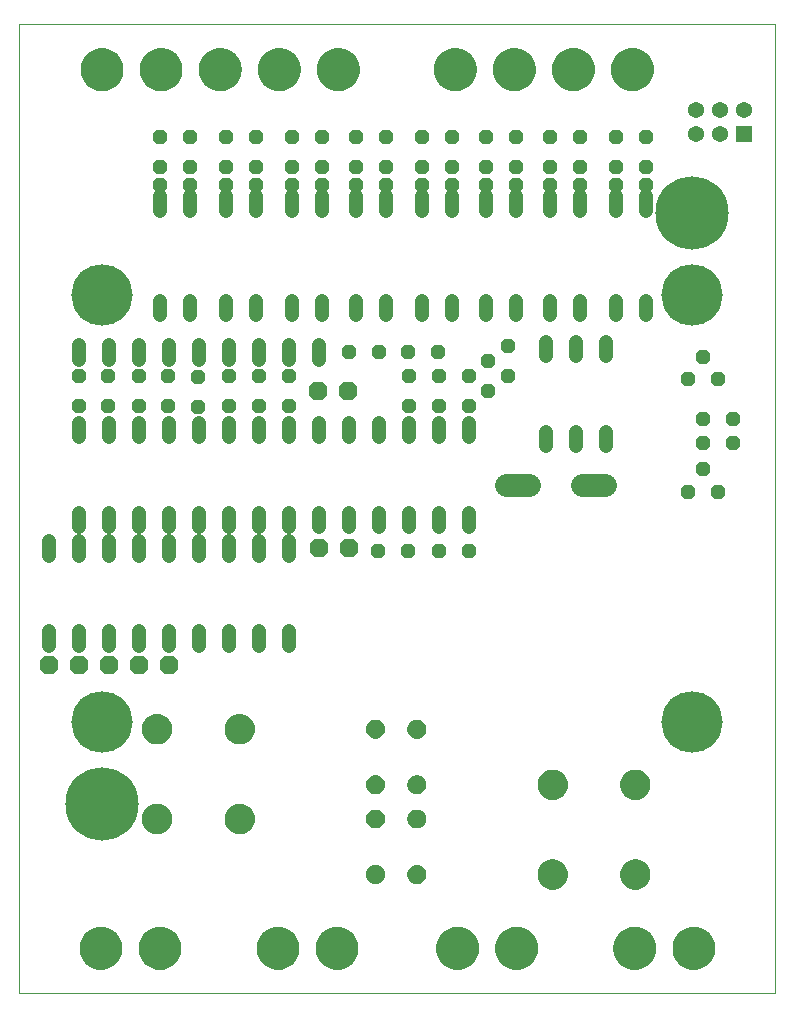
<source format=gbs>
G75*
%MOIN*%
%OFA0B0*%
%FSLAX25Y25*%
%IPPOS*%
%LPD*%
%AMOC8*
5,1,8,0,0,1.08239X$1,22.5*
%
%ADD10C,0.00000*%
%ADD11C,0.09843*%
%ADD12C,0.08661*%
%ADD13C,0.06299*%
%ADD14C,0.02362*%
%ADD15C,0.03543*%
%ADD16C,0.20472*%
%ADD17C,0.24409*%
%ADD18OC8,0.06300*%
%ADD19OC8,0.04800*%
%ADD20C,0.04800*%
%ADD21C,0.04800*%
%ADD22C,0.05250*%
%ADD23C,0.05315*%
%ADD24C,0.07677*%
%ADD25C,0.07677*%
%ADD26R,0.05400X0.05400*%
%ADD27C,0.05400*%
D10*
X0001300Y0011772D02*
X0001300Y0334606D01*
X0253269Y0334606D01*
X0253269Y0011772D01*
X0001300Y0011772D01*
X0023938Y0074764D02*
X0023940Y0074904D01*
X0023946Y0075044D01*
X0023956Y0075183D01*
X0023970Y0075322D01*
X0023988Y0075461D01*
X0024009Y0075599D01*
X0024035Y0075737D01*
X0024065Y0075874D01*
X0024098Y0076009D01*
X0024136Y0076144D01*
X0024177Y0076278D01*
X0024222Y0076411D01*
X0024270Y0076542D01*
X0024323Y0076671D01*
X0024379Y0076800D01*
X0024438Y0076926D01*
X0024502Y0077051D01*
X0024568Y0077174D01*
X0024639Y0077295D01*
X0024712Y0077414D01*
X0024789Y0077531D01*
X0024870Y0077645D01*
X0024953Y0077757D01*
X0025040Y0077867D01*
X0025130Y0077975D01*
X0025222Y0078079D01*
X0025318Y0078181D01*
X0025417Y0078281D01*
X0025518Y0078377D01*
X0025622Y0078471D01*
X0025729Y0078561D01*
X0025838Y0078648D01*
X0025950Y0078733D01*
X0026064Y0078814D01*
X0026180Y0078892D01*
X0026298Y0078966D01*
X0026419Y0079037D01*
X0026541Y0079105D01*
X0026666Y0079169D01*
X0026792Y0079230D01*
X0026919Y0079287D01*
X0027049Y0079340D01*
X0027180Y0079390D01*
X0027312Y0079435D01*
X0027445Y0079478D01*
X0027580Y0079516D01*
X0027715Y0079550D01*
X0027852Y0079581D01*
X0027989Y0079608D01*
X0028127Y0079630D01*
X0028266Y0079649D01*
X0028405Y0079664D01*
X0028544Y0079675D01*
X0028684Y0079682D01*
X0028824Y0079685D01*
X0028964Y0079684D01*
X0029104Y0079679D01*
X0029243Y0079670D01*
X0029383Y0079657D01*
X0029522Y0079640D01*
X0029660Y0079619D01*
X0029798Y0079595D01*
X0029935Y0079566D01*
X0030071Y0079534D01*
X0030206Y0079497D01*
X0030340Y0079457D01*
X0030473Y0079413D01*
X0030604Y0079365D01*
X0030734Y0079314D01*
X0030863Y0079259D01*
X0030990Y0079200D01*
X0031115Y0079137D01*
X0031238Y0079072D01*
X0031360Y0079002D01*
X0031479Y0078929D01*
X0031597Y0078853D01*
X0031712Y0078774D01*
X0031825Y0078691D01*
X0031935Y0078605D01*
X0032043Y0078516D01*
X0032148Y0078424D01*
X0032251Y0078329D01*
X0032351Y0078231D01*
X0032448Y0078131D01*
X0032542Y0078027D01*
X0032634Y0077921D01*
X0032722Y0077813D01*
X0032807Y0077702D01*
X0032889Y0077588D01*
X0032968Y0077472D01*
X0033043Y0077355D01*
X0033115Y0077235D01*
X0033183Y0077113D01*
X0033248Y0076989D01*
X0033310Y0076863D01*
X0033368Y0076736D01*
X0033422Y0076607D01*
X0033473Y0076476D01*
X0033519Y0076344D01*
X0033562Y0076211D01*
X0033602Y0076077D01*
X0033637Y0075942D01*
X0033669Y0075805D01*
X0033696Y0075668D01*
X0033720Y0075530D01*
X0033740Y0075392D01*
X0033756Y0075253D01*
X0033768Y0075113D01*
X0033776Y0074974D01*
X0033780Y0074834D01*
X0033780Y0074694D01*
X0033776Y0074554D01*
X0033768Y0074415D01*
X0033756Y0074275D01*
X0033740Y0074136D01*
X0033720Y0073998D01*
X0033696Y0073860D01*
X0033669Y0073723D01*
X0033637Y0073586D01*
X0033602Y0073451D01*
X0033562Y0073317D01*
X0033519Y0073184D01*
X0033473Y0073052D01*
X0033422Y0072921D01*
X0033368Y0072792D01*
X0033310Y0072665D01*
X0033248Y0072539D01*
X0033183Y0072415D01*
X0033115Y0072293D01*
X0033043Y0072173D01*
X0032968Y0072056D01*
X0032889Y0071940D01*
X0032807Y0071826D01*
X0032722Y0071715D01*
X0032634Y0071607D01*
X0032542Y0071501D01*
X0032448Y0071397D01*
X0032351Y0071297D01*
X0032251Y0071199D01*
X0032148Y0071104D01*
X0032043Y0071012D01*
X0031935Y0070923D01*
X0031825Y0070837D01*
X0031712Y0070754D01*
X0031597Y0070675D01*
X0031479Y0070599D01*
X0031360Y0070526D01*
X0031238Y0070456D01*
X0031115Y0070391D01*
X0030990Y0070328D01*
X0030863Y0070269D01*
X0030734Y0070214D01*
X0030604Y0070163D01*
X0030473Y0070115D01*
X0030340Y0070071D01*
X0030206Y0070031D01*
X0030071Y0069994D01*
X0029935Y0069962D01*
X0029798Y0069933D01*
X0029660Y0069909D01*
X0029522Y0069888D01*
X0029383Y0069871D01*
X0029243Y0069858D01*
X0029104Y0069849D01*
X0028964Y0069844D01*
X0028824Y0069843D01*
X0028684Y0069846D01*
X0028544Y0069853D01*
X0028405Y0069864D01*
X0028266Y0069879D01*
X0028127Y0069898D01*
X0027989Y0069920D01*
X0027852Y0069947D01*
X0027715Y0069978D01*
X0027580Y0070012D01*
X0027445Y0070050D01*
X0027312Y0070093D01*
X0027180Y0070138D01*
X0027049Y0070188D01*
X0026919Y0070241D01*
X0026792Y0070298D01*
X0026666Y0070359D01*
X0026541Y0070423D01*
X0026419Y0070491D01*
X0026298Y0070562D01*
X0026180Y0070636D01*
X0026064Y0070714D01*
X0025950Y0070795D01*
X0025838Y0070880D01*
X0025729Y0070967D01*
X0025622Y0071057D01*
X0025518Y0071151D01*
X0025417Y0071247D01*
X0025318Y0071347D01*
X0025222Y0071449D01*
X0025130Y0071553D01*
X0025040Y0071661D01*
X0024953Y0071771D01*
X0024870Y0071883D01*
X0024789Y0071997D01*
X0024712Y0072114D01*
X0024639Y0072233D01*
X0024568Y0072354D01*
X0024502Y0072477D01*
X0024438Y0072602D01*
X0024379Y0072728D01*
X0024323Y0072857D01*
X0024270Y0072986D01*
X0024222Y0073117D01*
X0024177Y0073250D01*
X0024136Y0073384D01*
X0024098Y0073519D01*
X0024065Y0073654D01*
X0024035Y0073791D01*
X0024009Y0073929D01*
X0023988Y0074067D01*
X0023970Y0074206D01*
X0023956Y0074345D01*
X0023946Y0074484D01*
X0023940Y0074624D01*
X0023938Y0074764D01*
X0024528Y0101929D02*
X0024530Y0102060D01*
X0024536Y0102192D01*
X0024546Y0102323D01*
X0024560Y0102454D01*
X0024578Y0102584D01*
X0024600Y0102713D01*
X0024625Y0102842D01*
X0024655Y0102970D01*
X0024689Y0103097D01*
X0024726Y0103224D01*
X0024767Y0103348D01*
X0024812Y0103472D01*
X0024861Y0103594D01*
X0024913Y0103715D01*
X0024969Y0103833D01*
X0025029Y0103951D01*
X0025092Y0104066D01*
X0025159Y0104179D01*
X0025229Y0104291D01*
X0025302Y0104400D01*
X0025378Y0104506D01*
X0025458Y0104611D01*
X0025541Y0104713D01*
X0025627Y0104812D01*
X0025716Y0104909D01*
X0025808Y0105003D01*
X0025903Y0105094D01*
X0026000Y0105183D01*
X0026100Y0105268D01*
X0026203Y0105350D01*
X0026308Y0105429D01*
X0026415Y0105505D01*
X0026525Y0105577D01*
X0026637Y0105646D01*
X0026751Y0105712D01*
X0026866Y0105774D01*
X0026984Y0105833D01*
X0027103Y0105888D01*
X0027224Y0105940D01*
X0027347Y0105987D01*
X0027471Y0106031D01*
X0027596Y0106072D01*
X0027722Y0106108D01*
X0027850Y0106141D01*
X0027978Y0106169D01*
X0028107Y0106194D01*
X0028237Y0106215D01*
X0028367Y0106232D01*
X0028498Y0106245D01*
X0028629Y0106254D01*
X0028760Y0106259D01*
X0028892Y0106260D01*
X0029023Y0106257D01*
X0029155Y0106250D01*
X0029286Y0106239D01*
X0029416Y0106224D01*
X0029546Y0106205D01*
X0029676Y0106182D01*
X0029804Y0106156D01*
X0029932Y0106125D01*
X0030059Y0106090D01*
X0030185Y0106052D01*
X0030309Y0106010D01*
X0030433Y0105964D01*
X0030554Y0105914D01*
X0030674Y0105861D01*
X0030793Y0105804D01*
X0030910Y0105744D01*
X0031024Y0105680D01*
X0031137Y0105612D01*
X0031248Y0105541D01*
X0031357Y0105467D01*
X0031463Y0105390D01*
X0031567Y0105309D01*
X0031668Y0105226D01*
X0031767Y0105139D01*
X0031863Y0105049D01*
X0031956Y0104956D01*
X0032047Y0104861D01*
X0032134Y0104763D01*
X0032219Y0104662D01*
X0032300Y0104559D01*
X0032378Y0104453D01*
X0032453Y0104345D01*
X0032525Y0104235D01*
X0032593Y0104123D01*
X0032658Y0104009D01*
X0032719Y0103892D01*
X0032777Y0103774D01*
X0032831Y0103654D01*
X0032882Y0103533D01*
X0032929Y0103410D01*
X0032972Y0103286D01*
X0033011Y0103161D01*
X0033047Y0103034D01*
X0033078Y0102906D01*
X0033106Y0102778D01*
X0033130Y0102649D01*
X0033150Y0102519D01*
X0033166Y0102388D01*
X0033178Y0102257D01*
X0033186Y0102126D01*
X0033190Y0101995D01*
X0033190Y0101863D01*
X0033186Y0101732D01*
X0033178Y0101601D01*
X0033166Y0101470D01*
X0033150Y0101339D01*
X0033130Y0101209D01*
X0033106Y0101080D01*
X0033078Y0100952D01*
X0033047Y0100824D01*
X0033011Y0100697D01*
X0032972Y0100572D01*
X0032929Y0100448D01*
X0032882Y0100325D01*
X0032831Y0100204D01*
X0032777Y0100084D01*
X0032719Y0099966D01*
X0032658Y0099849D01*
X0032593Y0099735D01*
X0032525Y0099623D01*
X0032453Y0099513D01*
X0032378Y0099405D01*
X0032300Y0099299D01*
X0032219Y0099196D01*
X0032134Y0099095D01*
X0032047Y0098997D01*
X0031956Y0098902D01*
X0031863Y0098809D01*
X0031767Y0098719D01*
X0031668Y0098632D01*
X0031567Y0098549D01*
X0031463Y0098468D01*
X0031357Y0098391D01*
X0031248Y0098317D01*
X0031137Y0098246D01*
X0031025Y0098178D01*
X0030910Y0098114D01*
X0030793Y0098054D01*
X0030674Y0097997D01*
X0030554Y0097944D01*
X0030433Y0097894D01*
X0030309Y0097848D01*
X0030185Y0097806D01*
X0030059Y0097768D01*
X0029932Y0097733D01*
X0029804Y0097702D01*
X0029676Y0097676D01*
X0029546Y0097653D01*
X0029416Y0097634D01*
X0029286Y0097619D01*
X0029155Y0097608D01*
X0029023Y0097601D01*
X0028892Y0097598D01*
X0028760Y0097599D01*
X0028629Y0097604D01*
X0028498Y0097613D01*
X0028367Y0097626D01*
X0028237Y0097643D01*
X0028107Y0097664D01*
X0027978Y0097689D01*
X0027850Y0097717D01*
X0027722Y0097750D01*
X0027596Y0097786D01*
X0027471Y0097827D01*
X0027347Y0097871D01*
X0027224Y0097918D01*
X0027103Y0097970D01*
X0026984Y0098025D01*
X0026866Y0098084D01*
X0026751Y0098146D01*
X0026637Y0098212D01*
X0026525Y0098281D01*
X0026415Y0098353D01*
X0026308Y0098429D01*
X0026203Y0098508D01*
X0026100Y0098590D01*
X0026000Y0098675D01*
X0025903Y0098764D01*
X0025808Y0098855D01*
X0025716Y0098949D01*
X0025627Y0099046D01*
X0025541Y0099145D01*
X0025458Y0099247D01*
X0025378Y0099352D01*
X0025302Y0099458D01*
X0025229Y0099567D01*
X0025159Y0099679D01*
X0025092Y0099792D01*
X0025029Y0099907D01*
X0024969Y0100025D01*
X0024913Y0100143D01*
X0024861Y0100264D01*
X0024812Y0100386D01*
X0024767Y0100510D01*
X0024726Y0100634D01*
X0024689Y0100761D01*
X0024655Y0100888D01*
X0024625Y0101016D01*
X0024600Y0101145D01*
X0024578Y0101274D01*
X0024560Y0101404D01*
X0024546Y0101535D01*
X0024536Y0101666D01*
X0024530Y0101798D01*
X0024528Y0101929D01*
X0024528Y0244449D02*
X0024530Y0244580D01*
X0024536Y0244712D01*
X0024546Y0244843D01*
X0024560Y0244974D01*
X0024578Y0245104D01*
X0024600Y0245233D01*
X0024625Y0245362D01*
X0024655Y0245490D01*
X0024689Y0245617D01*
X0024726Y0245744D01*
X0024767Y0245868D01*
X0024812Y0245992D01*
X0024861Y0246114D01*
X0024913Y0246235D01*
X0024969Y0246353D01*
X0025029Y0246471D01*
X0025092Y0246586D01*
X0025159Y0246699D01*
X0025229Y0246811D01*
X0025302Y0246920D01*
X0025378Y0247026D01*
X0025458Y0247131D01*
X0025541Y0247233D01*
X0025627Y0247332D01*
X0025716Y0247429D01*
X0025808Y0247523D01*
X0025903Y0247614D01*
X0026000Y0247703D01*
X0026100Y0247788D01*
X0026203Y0247870D01*
X0026308Y0247949D01*
X0026415Y0248025D01*
X0026525Y0248097D01*
X0026637Y0248166D01*
X0026751Y0248232D01*
X0026866Y0248294D01*
X0026984Y0248353D01*
X0027103Y0248408D01*
X0027224Y0248460D01*
X0027347Y0248507D01*
X0027471Y0248551D01*
X0027596Y0248592D01*
X0027722Y0248628D01*
X0027850Y0248661D01*
X0027978Y0248689D01*
X0028107Y0248714D01*
X0028237Y0248735D01*
X0028367Y0248752D01*
X0028498Y0248765D01*
X0028629Y0248774D01*
X0028760Y0248779D01*
X0028892Y0248780D01*
X0029023Y0248777D01*
X0029155Y0248770D01*
X0029286Y0248759D01*
X0029416Y0248744D01*
X0029546Y0248725D01*
X0029676Y0248702D01*
X0029804Y0248676D01*
X0029932Y0248645D01*
X0030059Y0248610D01*
X0030185Y0248572D01*
X0030309Y0248530D01*
X0030433Y0248484D01*
X0030554Y0248434D01*
X0030674Y0248381D01*
X0030793Y0248324D01*
X0030910Y0248264D01*
X0031024Y0248200D01*
X0031137Y0248132D01*
X0031248Y0248061D01*
X0031357Y0247987D01*
X0031463Y0247910D01*
X0031567Y0247829D01*
X0031668Y0247746D01*
X0031767Y0247659D01*
X0031863Y0247569D01*
X0031956Y0247476D01*
X0032047Y0247381D01*
X0032134Y0247283D01*
X0032219Y0247182D01*
X0032300Y0247079D01*
X0032378Y0246973D01*
X0032453Y0246865D01*
X0032525Y0246755D01*
X0032593Y0246643D01*
X0032658Y0246529D01*
X0032719Y0246412D01*
X0032777Y0246294D01*
X0032831Y0246174D01*
X0032882Y0246053D01*
X0032929Y0245930D01*
X0032972Y0245806D01*
X0033011Y0245681D01*
X0033047Y0245554D01*
X0033078Y0245426D01*
X0033106Y0245298D01*
X0033130Y0245169D01*
X0033150Y0245039D01*
X0033166Y0244908D01*
X0033178Y0244777D01*
X0033186Y0244646D01*
X0033190Y0244515D01*
X0033190Y0244383D01*
X0033186Y0244252D01*
X0033178Y0244121D01*
X0033166Y0243990D01*
X0033150Y0243859D01*
X0033130Y0243729D01*
X0033106Y0243600D01*
X0033078Y0243472D01*
X0033047Y0243344D01*
X0033011Y0243217D01*
X0032972Y0243092D01*
X0032929Y0242968D01*
X0032882Y0242845D01*
X0032831Y0242724D01*
X0032777Y0242604D01*
X0032719Y0242486D01*
X0032658Y0242369D01*
X0032593Y0242255D01*
X0032525Y0242143D01*
X0032453Y0242033D01*
X0032378Y0241925D01*
X0032300Y0241819D01*
X0032219Y0241716D01*
X0032134Y0241615D01*
X0032047Y0241517D01*
X0031956Y0241422D01*
X0031863Y0241329D01*
X0031767Y0241239D01*
X0031668Y0241152D01*
X0031567Y0241069D01*
X0031463Y0240988D01*
X0031357Y0240911D01*
X0031248Y0240837D01*
X0031137Y0240766D01*
X0031025Y0240698D01*
X0030910Y0240634D01*
X0030793Y0240574D01*
X0030674Y0240517D01*
X0030554Y0240464D01*
X0030433Y0240414D01*
X0030309Y0240368D01*
X0030185Y0240326D01*
X0030059Y0240288D01*
X0029932Y0240253D01*
X0029804Y0240222D01*
X0029676Y0240196D01*
X0029546Y0240173D01*
X0029416Y0240154D01*
X0029286Y0240139D01*
X0029155Y0240128D01*
X0029023Y0240121D01*
X0028892Y0240118D01*
X0028760Y0240119D01*
X0028629Y0240124D01*
X0028498Y0240133D01*
X0028367Y0240146D01*
X0028237Y0240163D01*
X0028107Y0240184D01*
X0027978Y0240209D01*
X0027850Y0240237D01*
X0027722Y0240270D01*
X0027596Y0240306D01*
X0027471Y0240347D01*
X0027347Y0240391D01*
X0027224Y0240438D01*
X0027103Y0240490D01*
X0026984Y0240545D01*
X0026866Y0240604D01*
X0026751Y0240666D01*
X0026637Y0240732D01*
X0026525Y0240801D01*
X0026415Y0240873D01*
X0026308Y0240949D01*
X0026203Y0241028D01*
X0026100Y0241110D01*
X0026000Y0241195D01*
X0025903Y0241284D01*
X0025808Y0241375D01*
X0025716Y0241469D01*
X0025627Y0241566D01*
X0025541Y0241665D01*
X0025458Y0241767D01*
X0025378Y0241872D01*
X0025302Y0241978D01*
X0025229Y0242087D01*
X0025159Y0242199D01*
X0025092Y0242312D01*
X0025029Y0242427D01*
X0024969Y0242545D01*
X0024913Y0242663D01*
X0024861Y0242784D01*
X0024812Y0242906D01*
X0024767Y0243030D01*
X0024726Y0243154D01*
X0024689Y0243281D01*
X0024655Y0243408D01*
X0024625Y0243536D01*
X0024600Y0243665D01*
X0024578Y0243794D01*
X0024560Y0243924D01*
X0024546Y0244055D01*
X0024536Y0244186D01*
X0024530Y0244318D01*
X0024528Y0244449D01*
X0221378Y0244449D02*
X0221380Y0244580D01*
X0221386Y0244712D01*
X0221396Y0244843D01*
X0221410Y0244974D01*
X0221428Y0245104D01*
X0221450Y0245233D01*
X0221475Y0245362D01*
X0221505Y0245490D01*
X0221539Y0245617D01*
X0221576Y0245744D01*
X0221617Y0245868D01*
X0221662Y0245992D01*
X0221711Y0246114D01*
X0221763Y0246235D01*
X0221819Y0246353D01*
X0221879Y0246471D01*
X0221942Y0246586D01*
X0222009Y0246699D01*
X0222079Y0246811D01*
X0222152Y0246920D01*
X0222228Y0247026D01*
X0222308Y0247131D01*
X0222391Y0247233D01*
X0222477Y0247332D01*
X0222566Y0247429D01*
X0222658Y0247523D01*
X0222753Y0247614D01*
X0222850Y0247703D01*
X0222950Y0247788D01*
X0223053Y0247870D01*
X0223158Y0247949D01*
X0223265Y0248025D01*
X0223375Y0248097D01*
X0223487Y0248166D01*
X0223601Y0248232D01*
X0223716Y0248294D01*
X0223834Y0248353D01*
X0223953Y0248408D01*
X0224074Y0248460D01*
X0224197Y0248507D01*
X0224321Y0248551D01*
X0224446Y0248592D01*
X0224572Y0248628D01*
X0224700Y0248661D01*
X0224828Y0248689D01*
X0224957Y0248714D01*
X0225087Y0248735D01*
X0225217Y0248752D01*
X0225348Y0248765D01*
X0225479Y0248774D01*
X0225610Y0248779D01*
X0225742Y0248780D01*
X0225873Y0248777D01*
X0226005Y0248770D01*
X0226136Y0248759D01*
X0226266Y0248744D01*
X0226396Y0248725D01*
X0226526Y0248702D01*
X0226654Y0248676D01*
X0226782Y0248645D01*
X0226909Y0248610D01*
X0227035Y0248572D01*
X0227159Y0248530D01*
X0227283Y0248484D01*
X0227404Y0248434D01*
X0227524Y0248381D01*
X0227643Y0248324D01*
X0227760Y0248264D01*
X0227874Y0248200D01*
X0227987Y0248132D01*
X0228098Y0248061D01*
X0228207Y0247987D01*
X0228313Y0247910D01*
X0228417Y0247829D01*
X0228518Y0247746D01*
X0228617Y0247659D01*
X0228713Y0247569D01*
X0228806Y0247476D01*
X0228897Y0247381D01*
X0228984Y0247283D01*
X0229069Y0247182D01*
X0229150Y0247079D01*
X0229228Y0246973D01*
X0229303Y0246865D01*
X0229375Y0246755D01*
X0229443Y0246643D01*
X0229508Y0246529D01*
X0229569Y0246412D01*
X0229627Y0246294D01*
X0229681Y0246174D01*
X0229732Y0246053D01*
X0229779Y0245930D01*
X0229822Y0245806D01*
X0229861Y0245681D01*
X0229897Y0245554D01*
X0229928Y0245426D01*
X0229956Y0245298D01*
X0229980Y0245169D01*
X0230000Y0245039D01*
X0230016Y0244908D01*
X0230028Y0244777D01*
X0230036Y0244646D01*
X0230040Y0244515D01*
X0230040Y0244383D01*
X0230036Y0244252D01*
X0230028Y0244121D01*
X0230016Y0243990D01*
X0230000Y0243859D01*
X0229980Y0243729D01*
X0229956Y0243600D01*
X0229928Y0243472D01*
X0229897Y0243344D01*
X0229861Y0243217D01*
X0229822Y0243092D01*
X0229779Y0242968D01*
X0229732Y0242845D01*
X0229681Y0242724D01*
X0229627Y0242604D01*
X0229569Y0242486D01*
X0229508Y0242369D01*
X0229443Y0242255D01*
X0229375Y0242143D01*
X0229303Y0242033D01*
X0229228Y0241925D01*
X0229150Y0241819D01*
X0229069Y0241716D01*
X0228984Y0241615D01*
X0228897Y0241517D01*
X0228806Y0241422D01*
X0228713Y0241329D01*
X0228617Y0241239D01*
X0228518Y0241152D01*
X0228417Y0241069D01*
X0228313Y0240988D01*
X0228207Y0240911D01*
X0228098Y0240837D01*
X0227987Y0240766D01*
X0227875Y0240698D01*
X0227760Y0240634D01*
X0227643Y0240574D01*
X0227524Y0240517D01*
X0227404Y0240464D01*
X0227283Y0240414D01*
X0227159Y0240368D01*
X0227035Y0240326D01*
X0226909Y0240288D01*
X0226782Y0240253D01*
X0226654Y0240222D01*
X0226526Y0240196D01*
X0226396Y0240173D01*
X0226266Y0240154D01*
X0226136Y0240139D01*
X0226005Y0240128D01*
X0225873Y0240121D01*
X0225742Y0240118D01*
X0225610Y0240119D01*
X0225479Y0240124D01*
X0225348Y0240133D01*
X0225217Y0240146D01*
X0225087Y0240163D01*
X0224957Y0240184D01*
X0224828Y0240209D01*
X0224700Y0240237D01*
X0224572Y0240270D01*
X0224446Y0240306D01*
X0224321Y0240347D01*
X0224197Y0240391D01*
X0224074Y0240438D01*
X0223953Y0240490D01*
X0223834Y0240545D01*
X0223716Y0240604D01*
X0223601Y0240666D01*
X0223487Y0240732D01*
X0223375Y0240801D01*
X0223265Y0240873D01*
X0223158Y0240949D01*
X0223053Y0241028D01*
X0222950Y0241110D01*
X0222850Y0241195D01*
X0222753Y0241284D01*
X0222658Y0241375D01*
X0222566Y0241469D01*
X0222477Y0241566D01*
X0222391Y0241665D01*
X0222308Y0241767D01*
X0222228Y0241872D01*
X0222152Y0241978D01*
X0222079Y0242087D01*
X0222009Y0242199D01*
X0221942Y0242312D01*
X0221879Y0242427D01*
X0221819Y0242545D01*
X0221763Y0242663D01*
X0221711Y0242784D01*
X0221662Y0242906D01*
X0221617Y0243030D01*
X0221576Y0243154D01*
X0221539Y0243281D01*
X0221505Y0243408D01*
X0221475Y0243536D01*
X0221450Y0243665D01*
X0221428Y0243794D01*
X0221410Y0243924D01*
X0221396Y0244055D01*
X0221386Y0244186D01*
X0221380Y0244318D01*
X0221378Y0244449D01*
X0220788Y0271614D02*
X0220790Y0271754D01*
X0220796Y0271894D01*
X0220806Y0272033D01*
X0220820Y0272172D01*
X0220838Y0272311D01*
X0220859Y0272449D01*
X0220885Y0272587D01*
X0220915Y0272724D01*
X0220948Y0272859D01*
X0220986Y0272994D01*
X0221027Y0273128D01*
X0221072Y0273261D01*
X0221120Y0273392D01*
X0221173Y0273521D01*
X0221229Y0273650D01*
X0221288Y0273776D01*
X0221352Y0273901D01*
X0221418Y0274024D01*
X0221489Y0274145D01*
X0221562Y0274264D01*
X0221639Y0274381D01*
X0221720Y0274495D01*
X0221803Y0274607D01*
X0221890Y0274717D01*
X0221980Y0274825D01*
X0222072Y0274929D01*
X0222168Y0275031D01*
X0222267Y0275131D01*
X0222368Y0275227D01*
X0222472Y0275321D01*
X0222579Y0275411D01*
X0222688Y0275498D01*
X0222800Y0275583D01*
X0222914Y0275664D01*
X0223030Y0275742D01*
X0223148Y0275816D01*
X0223269Y0275887D01*
X0223391Y0275955D01*
X0223516Y0276019D01*
X0223642Y0276080D01*
X0223769Y0276137D01*
X0223899Y0276190D01*
X0224030Y0276240D01*
X0224162Y0276285D01*
X0224295Y0276328D01*
X0224430Y0276366D01*
X0224565Y0276400D01*
X0224702Y0276431D01*
X0224839Y0276458D01*
X0224977Y0276480D01*
X0225116Y0276499D01*
X0225255Y0276514D01*
X0225394Y0276525D01*
X0225534Y0276532D01*
X0225674Y0276535D01*
X0225814Y0276534D01*
X0225954Y0276529D01*
X0226093Y0276520D01*
X0226233Y0276507D01*
X0226372Y0276490D01*
X0226510Y0276469D01*
X0226648Y0276445D01*
X0226785Y0276416D01*
X0226921Y0276384D01*
X0227056Y0276347D01*
X0227190Y0276307D01*
X0227323Y0276263D01*
X0227454Y0276215D01*
X0227584Y0276164D01*
X0227713Y0276109D01*
X0227840Y0276050D01*
X0227965Y0275987D01*
X0228088Y0275922D01*
X0228210Y0275852D01*
X0228329Y0275779D01*
X0228447Y0275703D01*
X0228562Y0275624D01*
X0228675Y0275541D01*
X0228785Y0275455D01*
X0228893Y0275366D01*
X0228998Y0275274D01*
X0229101Y0275179D01*
X0229201Y0275081D01*
X0229298Y0274981D01*
X0229392Y0274877D01*
X0229484Y0274771D01*
X0229572Y0274663D01*
X0229657Y0274552D01*
X0229739Y0274438D01*
X0229818Y0274322D01*
X0229893Y0274205D01*
X0229965Y0274085D01*
X0230033Y0273963D01*
X0230098Y0273839D01*
X0230160Y0273713D01*
X0230218Y0273586D01*
X0230272Y0273457D01*
X0230323Y0273326D01*
X0230369Y0273194D01*
X0230412Y0273061D01*
X0230452Y0272927D01*
X0230487Y0272792D01*
X0230519Y0272655D01*
X0230546Y0272518D01*
X0230570Y0272380D01*
X0230590Y0272242D01*
X0230606Y0272103D01*
X0230618Y0271963D01*
X0230626Y0271824D01*
X0230630Y0271684D01*
X0230630Y0271544D01*
X0230626Y0271404D01*
X0230618Y0271265D01*
X0230606Y0271125D01*
X0230590Y0270986D01*
X0230570Y0270848D01*
X0230546Y0270710D01*
X0230519Y0270573D01*
X0230487Y0270436D01*
X0230452Y0270301D01*
X0230412Y0270167D01*
X0230369Y0270034D01*
X0230323Y0269902D01*
X0230272Y0269771D01*
X0230218Y0269642D01*
X0230160Y0269515D01*
X0230098Y0269389D01*
X0230033Y0269265D01*
X0229965Y0269143D01*
X0229893Y0269023D01*
X0229818Y0268906D01*
X0229739Y0268790D01*
X0229657Y0268676D01*
X0229572Y0268565D01*
X0229484Y0268457D01*
X0229392Y0268351D01*
X0229298Y0268247D01*
X0229201Y0268147D01*
X0229101Y0268049D01*
X0228998Y0267954D01*
X0228893Y0267862D01*
X0228785Y0267773D01*
X0228675Y0267687D01*
X0228562Y0267604D01*
X0228447Y0267525D01*
X0228329Y0267449D01*
X0228210Y0267376D01*
X0228088Y0267306D01*
X0227965Y0267241D01*
X0227840Y0267178D01*
X0227713Y0267119D01*
X0227584Y0267064D01*
X0227454Y0267013D01*
X0227323Y0266965D01*
X0227190Y0266921D01*
X0227056Y0266881D01*
X0226921Y0266844D01*
X0226785Y0266812D01*
X0226648Y0266783D01*
X0226510Y0266759D01*
X0226372Y0266738D01*
X0226233Y0266721D01*
X0226093Y0266708D01*
X0225954Y0266699D01*
X0225814Y0266694D01*
X0225674Y0266693D01*
X0225534Y0266696D01*
X0225394Y0266703D01*
X0225255Y0266714D01*
X0225116Y0266729D01*
X0224977Y0266748D01*
X0224839Y0266770D01*
X0224702Y0266797D01*
X0224565Y0266828D01*
X0224430Y0266862D01*
X0224295Y0266900D01*
X0224162Y0266943D01*
X0224030Y0266988D01*
X0223899Y0267038D01*
X0223769Y0267091D01*
X0223642Y0267148D01*
X0223516Y0267209D01*
X0223391Y0267273D01*
X0223269Y0267341D01*
X0223148Y0267412D01*
X0223030Y0267486D01*
X0222914Y0267564D01*
X0222800Y0267645D01*
X0222688Y0267730D01*
X0222579Y0267817D01*
X0222472Y0267907D01*
X0222368Y0268001D01*
X0222267Y0268097D01*
X0222168Y0268197D01*
X0222072Y0268299D01*
X0221980Y0268403D01*
X0221890Y0268511D01*
X0221803Y0268621D01*
X0221720Y0268733D01*
X0221639Y0268847D01*
X0221562Y0268964D01*
X0221489Y0269083D01*
X0221418Y0269204D01*
X0221352Y0269327D01*
X0221288Y0269452D01*
X0221229Y0269578D01*
X0221173Y0269707D01*
X0221120Y0269836D01*
X0221072Y0269967D01*
X0221027Y0270100D01*
X0220986Y0270234D01*
X0220948Y0270369D01*
X0220915Y0270504D01*
X0220885Y0270641D01*
X0220859Y0270779D01*
X0220838Y0270917D01*
X0220820Y0271056D01*
X0220806Y0271195D01*
X0220796Y0271334D01*
X0220790Y0271474D01*
X0220788Y0271614D01*
X0221378Y0101929D02*
X0221380Y0102060D01*
X0221386Y0102192D01*
X0221396Y0102323D01*
X0221410Y0102454D01*
X0221428Y0102584D01*
X0221450Y0102713D01*
X0221475Y0102842D01*
X0221505Y0102970D01*
X0221539Y0103097D01*
X0221576Y0103224D01*
X0221617Y0103348D01*
X0221662Y0103472D01*
X0221711Y0103594D01*
X0221763Y0103715D01*
X0221819Y0103833D01*
X0221879Y0103951D01*
X0221942Y0104066D01*
X0222009Y0104179D01*
X0222079Y0104291D01*
X0222152Y0104400D01*
X0222228Y0104506D01*
X0222308Y0104611D01*
X0222391Y0104713D01*
X0222477Y0104812D01*
X0222566Y0104909D01*
X0222658Y0105003D01*
X0222753Y0105094D01*
X0222850Y0105183D01*
X0222950Y0105268D01*
X0223053Y0105350D01*
X0223158Y0105429D01*
X0223265Y0105505D01*
X0223375Y0105577D01*
X0223487Y0105646D01*
X0223601Y0105712D01*
X0223716Y0105774D01*
X0223834Y0105833D01*
X0223953Y0105888D01*
X0224074Y0105940D01*
X0224197Y0105987D01*
X0224321Y0106031D01*
X0224446Y0106072D01*
X0224572Y0106108D01*
X0224700Y0106141D01*
X0224828Y0106169D01*
X0224957Y0106194D01*
X0225087Y0106215D01*
X0225217Y0106232D01*
X0225348Y0106245D01*
X0225479Y0106254D01*
X0225610Y0106259D01*
X0225742Y0106260D01*
X0225873Y0106257D01*
X0226005Y0106250D01*
X0226136Y0106239D01*
X0226266Y0106224D01*
X0226396Y0106205D01*
X0226526Y0106182D01*
X0226654Y0106156D01*
X0226782Y0106125D01*
X0226909Y0106090D01*
X0227035Y0106052D01*
X0227159Y0106010D01*
X0227283Y0105964D01*
X0227404Y0105914D01*
X0227524Y0105861D01*
X0227643Y0105804D01*
X0227760Y0105744D01*
X0227874Y0105680D01*
X0227987Y0105612D01*
X0228098Y0105541D01*
X0228207Y0105467D01*
X0228313Y0105390D01*
X0228417Y0105309D01*
X0228518Y0105226D01*
X0228617Y0105139D01*
X0228713Y0105049D01*
X0228806Y0104956D01*
X0228897Y0104861D01*
X0228984Y0104763D01*
X0229069Y0104662D01*
X0229150Y0104559D01*
X0229228Y0104453D01*
X0229303Y0104345D01*
X0229375Y0104235D01*
X0229443Y0104123D01*
X0229508Y0104009D01*
X0229569Y0103892D01*
X0229627Y0103774D01*
X0229681Y0103654D01*
X0229732Y0103533D01*
X0229779Y0103410D01*
X0229822Y0103286D01*
X0229861Y0103161D01*
X0229897Y0103034D01*
X0229928Y0102906D01*
X0229956Y0102778D01*
X0229980Y0102649D01*
X0230000Y0102519D01*
X0230016Y0102388D01*
X0230028Y0102257D01*
X0230036Y0102126D01*
X0230040Y0101995D01*
X0230040Y0101863D01*
X0230036Y0101732D01*
X0230028Y0101601D01*
X0230016Y0101470D01*
X0230000Y0101339D01*
X0229980Y0101209D01*
X0229956Y0101080D01*
X0229928Y0100952D01*
X0229897Y0100824D01*
X0229861Y0100697D01*
X0229822Y0100572D01*
X0229779Y0100448D01*
X0229732Y0100325D01*
X0229681Y0100204D01*
X0229627Y0100084D01*
X0229569Y0099966D01*
X0229508Y0099849D01*
X0229443Y0099735D01*
X0229375Y0099623D01*
X0229303Y0099513D01*
X0229228Y0099405D01*
X0229150Y0099299D01*
X0229069Y0099196D01*
X0228984Y0099095D01*
X0228897Y0098997D01*
X0228806Y0098902D01*
X0228713Y0098809D01*
X0228617Y0098719D01*
X0228518Y0098632D01*
X0228417Y0098549D01*
X0228313Y0098468D01*
X0228207Y0098391D01*
X0228098Y0098317D01*
X0227987Y0098246D01*
X0227875Y0098178D01*
X0227760Y0098114D01*
X0227643Y0098054D01*
X0227524Y0097997D01*
X0227404Y0097944D01*
X0227283Y0097894D01*
X0227159Y0097848D01*
X0227035Y0097806D01*
X0226909Y0097768D01*
X0226782Y0097733D01*
X0226654Y0097702D01*
X0226526Y0097676D01*
X0226396Y0097653D01*
X0226266Y0097634D01*
X0226136Y0097619D01*
X0226005Y0097608D01*
X0225873Y0097601D01*
X0225742Y0097598D01*
X0225610Y0097599D01*
X0225479Y0097604D01*
X0225348Y0097613D01*
X0225217Y0097626D01*
X0225087Y0097643D01*
X0224957Y0097664D01*
X0224828Y0097689D01*
X0224700Y0097717D01*
X0224572Y0097750D01*
X0224446Y0097786D01*
X0224321Y0097827D01*
X0224197Y0097871D01*
X0224074Y0097918D01*
X0223953Y0097970D01*
X0223834Y0098025D01*
X0223716Y0098084D01*
X0223601Y0098146D01*
X0223487Y0098212D01*
X0223375Y0098281D01*
X0223265Y0098353D01*
X0223158Y0098429D01*
X0223053Y0098508D01*
X0222950Y0098590D01*
X0222850Y0098675D01*
X0222753Y0098764D01*
X0222658Y0098855D01*
X0222566Y0098949D01*
X0222477Y0099046D01*
X0222391Y0099145D01*
X0222308Y0099247D01*
X0222228Y0099352D01*
X0222152Y0099458D01*
X0222079Y0099567D01*
X0222009Y0099679D01*
X0221942Y0099792D01*
X0221879Y0099907D01*
X0221819Y0100025D01*
X0221763Y0100143D01*
X0221711Y0100264D01*
X0221662Y0100386D01*
X0221617Y0100510D01*
X0221576Y0100634D01*
X0221539Y0100761D01*
X0221505Y0100888D01*
X0221475Y0101016D01*
X0221450Y0101145D01*
X0221428Y0101274D01*
X0221410Y0101404D01*
X0221396Y0101535D01*
X0221386Y0101666D01*
X0221380Y0101798D01*
X0221378Y0101929D01*
D11*
X0225709Y0271614D03*
X0028859Y0074764D03*
D12*
X0028859Y0101929D03*
X0028859Y0244449D03*
X0225709Y0244449D03*
X0225709Y0101929D03*
D13*
X0222166Y0026732D02*
X0222168Y0026857D01*
X0222174Y0026982D01*
X0222184Y0027106D01*
X0222198Y0027230D01*
X0222215Y0027354D01*
X0222237Y0027477D01*
X0222263Y0027599D01*
X0222292Y0027721D01*
X0222325Y0027841D01*
X0222363Y0027960D01*
X0222403Y0028079D01*
X0222448Y0028195D01*
X0222496Y0028310D01*
X0222548Y0028424D01*
X0222604Y0028536D01*
X0222663Y0028646D01*
X0222725Y0028754D01*
X0222791Y0028861D01*
X0222860Y0028965D01*
X0222933Y0029066D01*
X0223008Y0029166D01*
X0223087Y0029263D01*
X0223169Y0029357D01*
X0223254Y0029449D01*
X0223341Y0029538D01*
X0223432Y0029624D01*
X0223525Y0029707D01*
X0223621Y0029788D01*
X0223719Y0029865D01*
X0223819Y0029939D01*
X0223922Y0030010D01*
X0224027Y0030077D01*
X0224135Y0030142D01*
X0224244Y0030202D01*
X0224355Y0030260D01*
X0224468Y0030313D01*
X0224582Y0030363D01*
X0224698Y0030410D01*
X0224815Y0030452D01*
X0224934Y0030491D01*
X0225054Y0030527D01*
X0225175Y0030558D01*
X0225297Y0030586D01*
X0225419Y0030609D01*
X0225543Y0030629D01*
X0225667Y0030645D01*
X0225791Y0030657D01*
X0225916Y0030665D01*
X0226041Y0030669D01*
X0226165Y0030669D01*
X0226290Y0030665D01*
X0226415Y0030657D01*
X0226539Y0030645D01*
X0226663Y0030629D01*
X0226787Y0030609D01*
X0226909Y0030586D01*
X0227031Y0030558D01*
X0227152Y0030527D01*
X0227272Y0030491D01*
X0227391Y0030452D01*
X0227508Y0030410D01*
X0227624Y0030363D01*
X0227738Y0030313D01*
X0227851Y0030260D01*
X0227962Y0030202D01*
X0228072Y0030142D01*
X0228179Y0030077D01*
X0228284Y0030010D01*
X0228387Y0029939D01*
X0228487Y0029865D01*
X0228585Y0029788D01*
X0228681Y0029707D01*
X0228774Y0029624D01*
X0228865Y0029538D01*
X0228952Y0029449D01*
X0229037Y0029357D01*
X0229119Y0029263D01*
X0229198Y0029166D01*
X0229273Y0029066D01*
X0229346Y0028965D01*
X0229415Y0028861D01*
X0229481Y0028754D01*
X0229543Y0028646D01*
X0229602Y0028536D01*
X0229658Y0028424D01*
X0229710Y0028310D01*
X0229758Y0028195D01*
X0229803Y0028079D01*
X0229843Y0027960D01*
X0229881Y0027841D01*
X0229914Y0027721D01*
X0229943Y0027599D01*
X0229969Y0027477D01*
X0229991Y0027354D01*
X0230008Y0027230D01*
X0230022Y0027106D01*
X0230032Y0026982D01*
X0230038Y0026857D01*
X0230040Y0026732D01*
X0230038Y0026607D01*
X0230032Y0026482D01*
X0230022Y0026358D01*
X0230008Y0026234D01*
X0229991Y0026110D01*
X0229969Y0025987D01*
X0229943Y0025865D01*
X0229914Y0025743D01*
X0229881Y0025623D01*
X0229843Y0025504D01*
X0229803Y0025385D01*
X0229758Y0025269D01*
X0229710Y0025154D01*
X0229658Y0025040D01*
X0229602Y0024928D01*
X0229543Y0024818D01*
X0229481Y0024710D01*
X0229415Y0024603D01*
X0229346Y0024499D01*
X0229273Y0024398D01*
X0229198Y0024298D01*
X0229119Y0024201D01*
X0229037Y0024107D01*
X0228952Y0024015D01*
X0228865Y0023926D01*
X0228774Y0023840D01*
X0228681Y0023757D01*
X0228585Y0023676D01*
X0228487Y0023599D01*
X0228387Y0023525D01*
X0228284Y0023454D01*
X0228179Y0023387D01*
X0228071Y0023322D01*
X0227962Y0023262D01*
X0227851Y0023204D01*
X0227738Y0023151D01*
X0227624Y0023101D01*
X0227508Y0023054D01*
X0227391Y0023012D01*
X0227272Y0022973D01*
X0227152Y0022937D01*
X0227031Y0022906D01*
X0226909Y0022878D01*
X0226787Y0022855D01*
X0226663Y0022835D01*
X0226539Y0022819D01*
X0226415Y0022807D01*
X0226290Y0022799D01*
X0226165Y0022795D01*
X0226041Y0022795D01*
X0225916Y0022799D01*
X0225791Y0022807D01*
X0225667Y0022819D01*
X0225543Y0022835D01*
X0225419Y0022855D01*
X0225297Y0022878D01*
X0225175Y0022906D01*
X0225054Y0022937D01*
X0224934Y0022973D01*
X0224815Y0023012D01*
X0224698Y0023054D01*
X0224582Y0023101D01*
X0224468Y0023151D01*
X0224355Y0023204D01*
X0224244Y0023262D01*
X0224134Y0023322D01*
X0224027Y0023387D01*
X0223922Y0023454D01*
X0223819Y0023525D01*
X0223719Y0023599D01*
X0223621Y0023676D01*
X0223525Y0023757D01*
X0223432Y0023840D01*
X0223341Y0023926D01*
X0223254Y0024015D01*
X0223169Y0024107D01*
X0223087Y0024201D01*
X0223008Y0024298D01*
X0222933Y0024398D01*
X0222860Y0024499D01*
X0222791Y0024603D01*
X0222725Y0024710D01*
X0222663Y0024818D01*
X0222604Y0024928D01*
X0222548Y0025040D01*
X0222496Y0025154D01*
X0222448Y0025269D01*
X0222403Y0025385D01*
X0222363Y0025504D01*
X0222325Y0025623D01*
X0222292Y0025743D01*
X0222263Y0025865D01*
X0222237Y0025987D01*
X0222215Y0026110D01*
X0222198Y0026234D01*
X0222184Y0026358D01*
X0222174Y0026482D01*
X0222168Y0026607D01*
X0222166Y0026732D01*
X0202481Y0026732D02*
X0202483Y0026857D01*
X0202489Y0026982D01*
X0202499Y0027106D01*
X0202513Y0027230D01*
X0202530Y0027354D01*
X0202552Y0027477D01*
X0202578Y0027599D01*
X0202607Y0027721D01*
X0202640Y0027841D01*
X0202678Y0027960D01*
X0202718Y0028079D01*
X0202763Y0028195D01*
X0202811Y0028310D01*
X0202863Y0028424D01*
X0202919Y0028536D01*
X0202978Y0028646D01*
X0203040Y0028754D01*
X0203106Y0028861D01*
X0203175Y0028965D01*
X0203248Y0029066D01*
X0203323Y0029166D01*
X0203402Y0029263D01*
X0203484Y0029357D01*
X0203569Y0029449D01*
X0203656Y0029538D01*
X0203747Y0029624D01*
X0203840Y0029707D01*
X0203936Y0029788D01*
X0204034Y0029865D01*
X0204134Y0029939D01*
X0204237Y0030010D01*
X0204342Y0030077D01*
X0204450Y0030142D01*
X0204559Y0030202D01*
X0204670Y0030260D01*
X0204783Y0030313D01*
X0204897Y0030363D01*
X0205013Y0030410D01*
X0205130Y0030452D01*
X0205249Y0030491D01*
X0205369Y0030527D01*
X0205490Y0030558D01*
X0205612Y0030586D01*
X0205734Y0030609D01*
X0205858Y0030629D01*
X0205982Y0030645D01*
X0206106Y0030657D01*
X0206231Y0030665D01*
X0206356Y0030669D01*
X0206480Y0030669D01*
X0206605Y0030665D01*
X0206730Y0030657D01*
X0206854Y0030645D01*
X0206978Y0030629D01*
X0207102Y0030609D01*
X0207224Y0030586D01*
X0207346Y0030558D01*
X0207467Y0030527D01*
X0207587Y0030491D01*
X0207706Y0030452D01*
X0207823Y0030410D01*
X0207939Y0030363D01*
X0208053Y0030313D01*
X0208166Y0030260D01*
X0208277Y0030202D01*
X0208387Y0030142D01*
X0208494Y0030077D01*
X0208599Y0030010D01*
X0208702Y0029939D01*
X0208802Y0029865D01*
X0208900Y0029788D01*
X0208996Y0029707D01*
X0209089Y0029624D01*
X0209180Y0029538D01*
X0209267Y0029449D01*
X0209352Y0029357D01*
X0209434Y0029263D01*
X0209513Y0029166D01*
X0209588Y0029066D01*
X0209661Y0028965D01*
X0209730Y0028861D01*
X0209796Y0028754D01*
X0209858Y0028646D01*
X0209917Y0028536D01*
X0209973Y0028424D01*
X0210025Y0028310D01*
X0210073Y0028195D01*
X0210118Y0028079D01*
X0210158Y0027960D01*
X0210196Y0027841D01*
X0210229Y0027721D01*
X0210258Y0027599D01*
X0210284Y0027477D01*
X0210306Y0027354D01*
X0210323Y0027230D01*
X0210337Y0027106D01*
X0210347Y0026982D01*
X0210353Y0026857D01*
X0210355Y0026732D01*
X0210353Y0026607D01*
X0210347Y0026482D01*
X0210337Y0026358D01*
X0210323Y0026234D01*
X0210306Y0026110D01*
X0210284Y0025987D01*
X0210258Y0025865D01*
X0210229Y0025743D01*
X0210196Y0025623D01*
X0210158Y0025504D01*
X0210118Y0025385D01*
X0210073Y0025269D01*
X0210025Y0025154D01*
X0209973Y0025040D01*
X0209917Y0024928D01*
X0209858Y0024818D01*
X0209796Y0024710D01*
X0209730Y0024603D01*
X0209661Y0024499D01*
X0209588Y0024398D01*
X0209513Y0024298D01*
X0209434Y0024201D01*
X0209352Y0024107D01*
X0209267Y0024015D01*
X0209180Y0023926D01*
X0209089Y0023840D01*
X0208996Y0023757D01*
X0208900Y0023676D01*
X0208802Y0023599D01*
X0208702Y0023525D01*
X0208599Y0023454D01*
X0208494Y0023387D01*
X0208386Y0023322D01*
X0208277Y0023262D01*
X0208166Y0023204D01*
X0208053Y0023151D01*
X0207939Y0023101D01*
X0207823Y0023054D01*
X0207706Y0023012D01*
X0207587Y0022973D01*
X0207467Y0022937D01*
X0207346Y0022906D01*
X0207224Y0022878D01*
X0207102Y0022855D01*
X0206978Y0022835D01*
X0206854Y0022819D01*
X0206730Y0022807D01*
X0206605Y0022799D01*
X0206480Y0022795D01*
X0206356Y0022795D01*
X0206231Y0022799D01*
X0206106Y0022807D01*
X0205982Y0022819D01*
X0205858Y0022835D01*
X0205734Y0022855D01*
X0205612Y0022878D01*
X0205490Y0022906D01*
X0205369Y0022937D01*
X0205249Y0022973D01*
X0205130Y0023012D01*
X0205013Y0023054D01*
X0204897Y0023101D01*
X0204783Y0023151D01*
X0204670Y0023204D01*
X0204559Y0023262D01*
X0204449Y0023322D01*
X0204342Y0023387D01*
X0204237Y0023454D01*
X0204134Y0023525D01*
X0204034Y0023599D01*
X0203936Y0023676D01*
X0203840Y0023757D01*
X0203747Y0023840D01*
X0203656Y0023926D01*
X0203569Y0024015D01*
X0203484Y0024107D01*
X0203402Y0024201D01*
X0203323Y0024298D01*
X0203248Y0024398D01*
X0203175Y0024499D01*
X0203106Y0024603D01*
X0203040Y0024710D01*
X0202978Y0024818D01*
X0202919Y0024928D01*
X0202863Y0025040D01*
X0202811Y0025154D01*
X0202763Y0025269D01*
X0202718Y0025385D01*
X0202678Y0025504D01*
X0202640Y0025623D01*
X0202607Y0025743D01*
X0202578Y0025865D01*
X0202552Y0025987D01*
X0202530Y0026110D01*
X0202513Y0026234D01*
X0202499Y0026358D01*
X0202489Y0026482D01*
X0202483Y0026607D01*
X0202481Y0026732D01*
X0163111Y0026732D02*
X0163113Y0026857D01*
X0163119Y0026982D01*
X0163129Y0027106D01*
X0163143Y0027230D01*
X0163160Y0027354D01*
X0163182Y0027477D01*
X0163208Y0027599D01*
X0163237Y0027721D01*
X0163270Y0027841D01*
X0163308Y0027960D01*
X0163348Y0028079D01*
X0163393Y0028195D01*
X0163441Y0028310D01*
X0163493Y0028424D01*
X0163549Y0028536D01*
X0163608Y0028646D01*
X0163670Y0028754D01*
X0163736Y0028861D01*
X0163805Y0028965D01*
X0163878Y0029066D01*
X0163953Y0029166D01*
X0164032Y0029263D01*
X0164114Y0029357D01*
X0164199Y0029449D01*
X0164286Y0029538D01*
X0164377Y0029624D01*
X0164470Y0029707D01*
X0164566Y0029788D01*
X0164664Y0029865D01*
X0164764Y0029939D01*
X0164867Y0030010D01*
X0164972Y0030077D01*
X0165080Y0030142D01*
X0165189Y0030202D01*
X0165300Y0030260D01*
X0165413Y0030313D01*
X0165527Y0030363D01*
X0165643Y0030410D01*
X0165760Y0030452D01*
X0165879Y0030491D01*
X0165999Y0030527D01*
X0166120Y0030558D01*
X0166242Y0030586D01*
X0166364Y0030609D01*
X0166488Y0030629D01*
X0166612Y0030645D01*
X0166736Y0030657D01*
X0166861Y0030665D01*
X0166986Y0030669D01*
X0167110Y0030669D01*
X0167235Y0030665D01*
X0167360Y0030657D01*
X0167484Y0030645D01*
X0167608Y0030629D01*
X0167732Y0030609D01*
X0167854Y0030586D01*
X0167976Y0030558D01*
X0168097Y0030527D01*
X0168217Y0030491D01*
X0168336Y0030452D01*
X0168453Y0030410D01*
X0168569Y0030363D01*
X0168683Y0030313D01*
X0168796Y0030260D01*
X0168907Y0030202D01*
X0169017Y0030142D01*
X0169124Y0030077D01*
X0169229Y0030010D01*
X0169332Y0029939D01*
X0169432Y0029865D01*
X0169530Y0029788D01*
X0169626Y0029707D01*
X0169719Y0029624D01*
X0169810Y0029538D01*
X0169897Y0029449D01*
X0169982Y0029357D01*
X0170064Y0029263D01*
X0170143Y0029166D01*
X0170218Y0029066D01*
X0170291Y0028965D01*
X0170360Y0028861D01*
X0170426Y0028754D01*
X0170488Y0028646D01*
X0170547Y0028536D01*
X0170603Y0028424D01*
X0170655Y0028310D01*
X0170703Y0028195D01*
X0170748Y0028079D01*
X0170788Y0027960D01*
X0170826Y0027841D01*
X0170859Y0027721D01*
X0170888Y0027599D01*
X0170914Y0027477D01*
X0170936Y0027354D01*
X0170953Y0027230D01*
X0170967Y0027106D01*
X0170977Y0026982D01*
X0170983Y0026857D01*
X0170985Y0026732D01*
X0170983Y0026607D01*
X0170977Y0026482D01*
X0170967Y0026358D01*
X0170953Y0026234D01*
X0170936Y0026110D01*
X0170914Y0025987D01*
X0170888Y0025865D01*
X0170859Y0025743D01*
X0170826Y0025623D01*
X0170788Y0025504D01*
X0170748Y0025385D01*
X0170703Y0025269D01*
X0170655Y0025154D01*
X0170603Y0025040D01*
X0170547Y0024928D01*
X0170488Y0024818D01*
X0170426Y0024710D01*
X0170360Y0024603D01*
X0170291Y0024499D01*
X0170218Y0024398D01*
X0170143Y0024298D01*
X0170064Y0024201D01*
X0169982Y0024107D01*
X0169897Y0024015D01*
X0169810Y0023926D01*
X0169719Y0023840D01*
X0169626Y0023757D01*
X0169530Y0023676D01*
X0169432Y0023599D01*
X0169332Y0023525D01*
X0169229Y0023454D01*
X0169124Y0023387D01*
X0169016Y0023322D01*
X0168907Y0023262D01*
X0168796Y0023204D01*
X0168683Y0023151D01*
X0168569Y0023101D01*
X0168453Y0023054D01*
X0168336Y0023012D01*
X0168217Y0022973D01*
X0168097Y0022937D01*
X0167976Y0022906D01*
X0167854Y0022878D01*
X0167732Y0022855D01*
X0167608Y0022835D01*
X0167484Y0022819D01*
X0167360Y0022807D01*
X0167235Y0022799D01*
X0167110Y0022795D01*
X0166986Y0022795D01*
X0166861Y0022799D01*
X0166736Y0022807D01*
X0166612Y0022819D01*
X0166488Y0022835D01*
X0166364Y0022855D01*
X0166242Y0022878D01*
X0166120Y0022906D01*
X0165999Y0022937D01*
X0165879Y0022973D01*
X0165760Y0023012D01*
X0165643Y0023054D01*
X0165527Y0023101D01*
X0165413Y0023151D01*
X0165300Y0023204D01*
X0165189Y0023262D01*
X0165079Y0023322D01*
X0164972Y0023387D01*
X0164867Y0023454D01*
X0164764Y0023525D01*
X0164664Y0023599D01*
X0164566Y0023676D01*
X0164470Y0023757D01*
X0164377Y0023840D01*
X0164286Y0023926D01*
X0164199Y0024015D01*
X0164114Y0024107D01*
X0164032Y0024201D01*
X0163953Y0024298D01*
X0163878Y0024398D01*
X0163805Y0024499D01*
X0163736Y0024603D01*
X0163670Y0024710D01*
X0163608Y0024818D01*
X0163549Y0024928D01*
X0163493Y0025040D01*
X0163441Y0025154D01*
X0163393Y0025269D01*
X0163348Y0025385D01*
X0163308Y0025504D01*
X0163270Y0025623D01*
X0163237Y0025743D01*
X0163208Y0025865D01*
X0163182Y0025987D01*
X0163160Y0026110D01*
X0163143Y0026234D01*
X0163129Y0026358D01*
X0163119Y0026482D01*
X0163113Y0026607D01*
X0163111Y0026732D01*
X0143426Y0026732D02*
X0143428Y0026857D01*
X0143434Y0026982D01*
X0143444Y0027106D01*
X0143458Y0027230D01*
X0143475Y0027354D01*
X0143497Y0027477D01*
X0143523Y0027599D01*
X0143552Y0027721D01*
X0143585Y0027841D01*
X0143623Y0027960D01*
X0143663Y0028079D01*
X0143708Y0028195D01*
X0143756Y0028310D01*
X0143808Y0028424D01*
X0143864Y0028536D01*
X0143923Y0028646D01*
X0143985Y0028754D01*
X0144051Y0028861D01*
X0144120Y0028965D01*
X0144193Y0029066D01*
X0144268Y0029166D01*
X0144347Y0029263D01*
X0144429Y0029357D01*
X0144514Y0029449D01*
X0144601Y0029538D01*
X0144692Y0029624D01*
X0144785Y0029707D01*
X0144881Y0029788D01*
X0144979Y0029865D01*
X0145079Y0029939D01*
X0145182Y0030010D01*
X0145287Y0030077D01*
X0145395Y0030142D01*
X0145504Y0030202D01*
X0145615Y0030260D01*
X0145728Y0030313D01*
X0145842Y0030363D01*
X0145958Y0030410D01*
X0146075Y0030452D01*
X0146194Y0030491D01*
X0146314Y0030527D01*
X0146435Y0030558D01*
X0146557Y0030586D01*
X0146679Y0030609D01*
X0146803Y0030629D01*
X0146927Y0030645D01*
X0147051Y0030657D01*
X0147176Y0030665D01*
X0147301Y0030669D01*
X0147425Y0030669D01*
X0147550Y0030665D01*
X0147675Y0030657D01*
X0147799Y0030645D01*
X0147923Y0030629D01*
X0148047Y0030609D01*
X0148169Y0030586D01*
X0148291Y0030558D01*
X0148412Y0030527D01*
X0148532Y0030491D01*
X0148651Y0030452D01*
X0148768Y0030410D01*
X0148884Y0030363D01*
X0148998Y0030313D01*
X0149111Y0030260D01*
X0149222Y0030202D01*
X0149332Y0030142D01*
X0149439Y0030077D01*
X0149544Y0030010D01*
X0149647Y0029939D01*
X0149747Y0029865D01*
X0149845Y0029788D01*
X0149941Y0029707D01*
X0150034Y0029624D01*
X0150125Y0029538D01*
X0150212Y0029449D01*
X0150297Y0029357D01*
X0150379Y0029263D01*
X0150458Y0029166D01*
X0150533Y0029066D01*
X0150606Y0028965D01*
X0150675Y0028861D01*
X0150741Y0028754D01*
X0150803Y0028646D01*
X0150862Y0028536D01*
X0150918Y0028424D01*
X0150970Y0028310D01*
X0151018Y0028195D01*
X0151063Y0028079D01*
X0151103Y0027960D01*
X0151141Y0027841D01*
X0151174Y0027721D01*
X0151203Y0027599D01*
X0151229Y0027477D01*
X0151251Y0027354D01*
X0151268Y0027230D01*
X0151282Y0027106D01*
X0151292Y0026982D01*
X0151298Y0026857D01*
X0151300Y0026732D01*
X0151298Y0026607D01*
X0151292Y0026482D01*
X0151282Y0026358D01*
X0151268Y0026234D01*
X0151251Y0026110D01*
X0151229Y0025987D01*
X0151203Y0025865D01*
X0151174Y0025743D01*
X0151141Y0025623D01*
X0151103Y0025504D01*
X0151063Y0025385D01*
X0151018Y0025269D01*
X0150970Y0025154D01*
X0150918Y0025040D01*
X0150862Y0024928D01*
X0150803Y0024818D01*
X0150741Y0024710D01*
X0150675Y0024603D01*
X0150606Y0024499D01*
X0150533Y0024398D01*
X0150458Y0024298D01*
X0150379Y0024201D01*
X0150297Y0024107D01*
X0150212Y0024015D01*
X0150125Y0023926D01*
X0150034Y0023840D01*
X0149941Y0023757D01*
X0149845Y0023676D01*
X0149747Y0023599D01*
X0149647Y0023525D01*
X0149544Y0023454D01*
X0149439Y0023387D01*
X0149331Y0023322D01*
X0149222Y0023262D01*
X0149111Y0023204D01*
X0148998Y0023151D01*
X0148884Y0023101D01*
X0148768Y0023054D01*
X0148651Y0023012D01*
X0148532Y0022973D01*
X0148412Y0022937D01*
X0148291Y0022906D01*
X0148169Y0022878D01*
X0148047Y0022855D01*
X0147923Y0022835D01*
X0147799Y0022819D01*
X0147675Y0022807D01*
X0147550Y0022799D01*
X0147425Y0022795D01*
X0147301Y0022795D01*
X0147176Y0022799D01*
X0147051Y0022807D01*
X0146927Y0022819D01*
X0146803Y0022835D01*
X0146679Y0022855D01*
X0146557Y0022878D01*
X0146435Y0022906D01*
X0146314Y0022937D01*
X0146194Y0022973D01*
X0146075Y0023012D01*
X0145958Y0023054D01*
X0145842Y0023101D01*
X0145728Y0023151D01*
X0145615Y0023204D01*
X0145504Y0023262D01*
X0145394Y0023322D01*
X0145287Y0023387D01*
X0145182Y0023454D01*
X0145079Y0023525D01*
X0144979Y0023599D01*
X0144881Y0023676D01*
X0144785Y0023757D01*
X0144692Y0023840D01*
X0144601Y0023926D01*
X0144514Y0024015D01*
X0144429Y0024107D01*
X0144347Y0024201D01*
X0144268Y0024298D01*
X0144193Y0024398D01*
X0144120Y0024499D01*
X0144051Y0024603D01*
X0143985Y0024710D01*
X0143923Y0024818D01*
X0143864Y0024928D01*
X0143808Y0025040D01*
X0143756Y0025154D01*
X0143708Y0025269D01*
X0143663Y0025385D01*
X0143623Y0025504D01*
X0143585Y0025623D01*
X0143552Y0025743D01*
X0143523Y0025865D01*
X0143497Y0025987D01*
X0143475Y0026110D01*
X0143458Y0026234D01*
X0143444Y0026358D01*
X0143434Y0026482D01*
X0143428Y0026607D01*
X0143426Y0026732D01*
X0103269Y0026732D02*
X0103271Y0026857D01*
X0103277Y0026982D01*
X0103287Y0027106D01*
X0103301Y0027230D01*
X0103318Y0027354D01*
X0103340Y0027477D01*
X0103366Y0027599D01*
X0103395Y0027721D01*
X0103428Y0027841D01*
X0103466Y0027960D01*
X0103506Y0028079D01*
X0103551Y0028195D01*
X0103599Y0028310D01*
X0103651Y0028424D01*
X0103707Y0028536D01*
X0103766Y0028646D01*
X0103828Y0028754D01*
X0103894Y0028861D01*
X0103963Y0028965D01*
X0104036Y0029066D01*
X0104111Y0029166D01*
X0104190Y0029263D01*
X0104272Y0029357D01*
X0104357Y0029449D01*
X0104444Y0029538D01*
X0104535Y0029624D01*
X0104628Y0029707D01*
X0104724Y0029788D01*
X0104822Y0029865D01*
X0104922Y0029939D01*
X0105025Y0030010D01*
X0105130Y0030077D01*
X0105238Y0030142D01*
X0105347Y0030202D01*
X0105458Y0030260D01*
X0105571Y0030313D01*
X0105685Y0030363D01*
X0105801Y0030410D01*
X0105918Y0030452D01*
X0106037Y0030491D01*
X0106157Y0030527D01*
X0106278Y0030558D01*
X0106400Y0030586D01*
X0106522Y0030609D01*
X0106646Y0030629D01*
X0106770Y0030645D01*
X0106894Y0030657D01*
X0107019Y0030665D01*
X0107144Y0030669D01*
X0107268Y0030669D01*
X0107393Y0030665D01*
X0107518Y0030657D01*
X0107642Y0030645D01*
X0107766Y0030629D01*
X0107890Y0030609D01*
X0108012Y0030586D01*
X0108134Y0030558D01*
X0108255Y0030527D01*
X0108375Y0030491D01*
X0108494Y0030452D01*
X0108611Y0030410D01*
X0108727Y0030363D01*
X0108841Y0030313D01*
X0108954Y0030260D01*
X0109065Y0030202D01*
X0109175Y0030142D01*
X0109282Y0030077D01*
X0109387Y0030010D01*
X0109490Y0029939D01*
X0109590Y0029865D01*
X0109688Y0029788D01*
X0109784Y0029707D01*
X0109877Y0029624D01*
X0109968Y0029538D01*
X0110055Y0029449D01*
X0110140Y0029357D01*
X0110222Y0029263D01*
X0110301Y0029166D01*
X0110376Y0029066D01*
X0110449Y0028965D01*
X0110518Y0028861D01*
X0110584Y0028754D01*
X0110646Y0028646D01*
X0110705Y0028536D01*
X0110761Y0028424D01*
X0110813Y0028310D01*
X0110861Y0028195D01*
X0110906Y0028079D01*
X0110946Y0027960D01*
X0110984Y0027841D01*
X0111017Y0027721D01*
X0111046Y0027599D01*
X0111072Y0027477D01*
X0111094Y0027354D01*
X0111111Y0027230D01*
X0111125Y0027106D01*
X0111135Y0026982D01*
X0111141Y0026857D01*
X0111143Y0026732D01*
X0111141Y0026607D01*
X0111135Y0026482D01*
X0111125Y0026358D01*
X0111111Y0026234D01*
X0111094Y0026110D01*
X0111072Y0025987D01*
X0111046Y0025865D01*
X0111017Y0025743D01*
X0110984Y0025623D01*
X0110946Y0025504D01*
X0110906Y0025385D01*
X0110861Y0025269D01*
X0110813Y0025154D01*
X0110761Y0025040D01*
X0110705Y0024928D01*
X0110646Y0024818D01*
X0110584Y0024710D01*
X0110518Y0024603D01*
X0110449Y0024499D01*
X0110376Y0024398D01*
X0110301Y0024298D01*
X0110222Y0024201D01*
X0110140Y0024107D01*
X0110055Y0024015D01*
X0109968Y0023926D01*
X0109877Y0023840D01*
X0109784Y0023757D01*
X0109688Y0023676D01*
X0109590Y0023599D01*
X0109490Y0023525D01*
X0109387Y0023454D01*
X0109282Y0023387D01*
X0109174Y0023322D01*
X0109065Y0023262D01*
X0108954Y0023204D01*
X0108841Y0023151D01*
X0108727Y0023101D01*
X0108611Y0023054D01*
X0108494Y0023012D01*
X0108375Y0022973D01*
X0108255Y0022937D01*
X0108134Y0022906D01*
X0108012Y0022878D01*
X0107890Y0022855D01*
X0107766Y0022835D01*
X0107642Y0022819D01*
X0107518Y0022807D01*
X0107393Y0022799D01*
X0107268Y0022795D01*
X0107144Y0022795D01*
X0107019Y0022799D01*
X0106894Y0022807D01*
X0106770Y0022819D01*
X0106646Y0022835D01*
X0106522Y0022855D01*
X0106400Y0022878D01*
X0106278Y0022906D01*
X0106157Y0022937D01*
X0106037Y0022973D01*
X0105918Y0023012D01*
X0105801Y0023054D01*
X0105685Y0023101D01*
X0105571Y0023151D01*
X0105458Y0023204D01*
X0105347Y0023262D01*
X0105237Y0023322D01*
X0105130Y0023387D01*
X0105025Y0023454D01*
X0104922Y0023525D01*
X0104822Y0023599D01*
X0104724Y0023676D01*
X0104628Y0023757D01*
X0104535Y0023840D01*
X0104444Y0023926D01*
X0104357Y0024015D01*
X0104272Y0024107D01*
X0104190Y0024201D01*
X0104111Y0024298D01*
X0104036Y0024398D01*
X0103963Y0024499D01*
X0103894Y0024603D01*
X0103828Y0024710D01*
X0103766Y0024818D01*
X0103707Y0024928D01*
X0103651Y0025040D01*
X0103599Y0025154D01*
X0103551Y0025269D01*
X0103506Y0025385D01*
X0103466Y0025504D01*
X0103428Y0025623D01*
X0103395Y0025743D01*
X0103366Y0025865D01*
X0103340Y0025987D01*
X0103318Y0026110D01*
X0103301Y0026234D01*
X0103287Y0026358D01*
X0103277Y0026482D01*
X0103271Y0026607D01*
X0103269Y0026732D01*
X0083583Y0026732D02*
X0083585Y0026857D01*
X0083591Y0026982D01*
X0083601Y0027106D01*
X0083615Y0027230D01*
X0083632Y0027354D01*
X0083654Y0027477D01*
X0083680Y0027599D01*
X0083709Y0027721D01*
X0083742Y0027841D01*
X0083780Y0027960D01*
X0083820Y0028079D01*
X0083865Y0028195D01*
X0083913Y0028310D01*
X0083965Y0028424D01*
X0084021Y0028536D01*
X0084080Y0028646D01*
X0084142Y0028754D01*
X0084208Y0028861D01*
X0084277Y0028965D01*
X0084350Y0029066D01*
X0084425Y0029166D01*
X0084504Y0029263D01*
X0084586Y0029357D01*
X0084671Y0029449D01*
X0084758Y0029538D01*
X0084849Y0029624D01*
X0084942Y0029707D01*
X0085038Y0029788D01*
X0085136Y0029865D01*
X0085236Y0029939D01*
X0085339Y0030010D01*
X0085444Y0030077D01*
X0085552Y0030142D01*
X0085661Y0030202D01*
X0085772Y0030260D01*
X0085885Y0030313D01*
X0085999Y0030363D01*
X0086115Y0030410D01*
X0086232Y0030452D01*
X0086351Y0030491D01*
X0086471Y0030527D01*
X0086592Y0030558D01*
X0086714Y0030586D01*
X0086836Y0030609D01*
X0086960Y0030629D01*
X0087084Y0030645D01*
X0087208Y0030657D01*
X0087333Y0030665D01*
X0087458Y0030669D01*
X0087582Y0030669D01*
X0087707Y0030665D01*
X0087832Y0030657D01*
X0087956Y0030645D01*
X0088080Y0030629D01*
X0088204Y0030609D01*
X0088326Y0030586D01*
X0088448Y0030558D01*
X0088569Y0030527D01*
X0088689Y0030491D01*
X0088808Y0030452D01*
X0088925Y0030410D01*
X0089041Y0030363D01*
X0089155Y0030313D01*
X0089268Y0030260D01*
X0089379Y0030202D01*
X0089489Y0030142D01*
X0089596Y0030077D01*
X0089701Y0030010D01*
X0089804Y0029939D01*
X0089904Y0029865D01*
X0090002Y0029788D01*
X0090098Y0029707D01*
X0090191Y0029624D01*
X0090282Y0029538D01*
X0090369Y0029449D01*
X0090454Y0029357D01*
X0090536Y0029263D01*
X0090615Y0029166D01*
X0090690Y0029066D01*
X0090763Y0028965D01*
X0090832Y0028861D01*
X0090898Y0028754D01*
X0090960Y0028646D01*
X0091019Y0028536D01*
X0091075Y0028424D01*
X0091127Y0028310D01*
X0091175Y0028195D01*
X0091220Y0028079D01*
X0091260Y0027960D01*
X0091298Y0027841D01*
X0091331Y0027721D01*
X0091360Y0027599D01*
X0091386Y0027477D01*
X0091408Y0027354D01*
X0091425Y0027230D01*
X0091439Y0027106D01*
X0091449Y0026982D01*
X0091455Y0026857D01*
X0091457Y0026732D01*
X0091455Y0026607D01*
X0091449Y0026482D01*
X0091439Y0026358D01*
X0091425Y0026234D01*
X0091408Y0026110D01*
X0091386Y0025987D01*
X0091360Y0025865D01*
X0091331Y0025743D01*
X0091298Y0025623D01*
X0091260Y0025504D01*
X0091220Y0025385D01*
X0091175Y0025269D01*
X0091127Y0025154D01*
X0091075Y0025040D01*
X0091019Y0024928D01*
X0090960Y0024818D01*
X0090898Y0024710D01*
X0090832Y0024603D01*
X0090763Y0024499D01*
X0090690Y0024398D01*
X0090615Y0024298D01*
X0090536Y0024201D01*
X0090454Y0024107D01*
X0090369Y0024015D01*
X0090282Y0023926D01*
X0090191Y0023840D01*
X0090098Y0023757D01*
X0090002Y0023676D01*
X0089904Y0023599D01*
X0089804Y0023525D01*
X0089701Y0023454D01*
X0089596Y0023387D01*
X0089488Y0023322D01*
X0089379Y0023262D01*
X0089268Y0023204D01*
X0089155Y0023151D01*
X0089041Y0023101D01*
X0088925Y0023054D01*
X0088808Y0023012D01*
X0088689Y0022973D01*
X0088569Y0022937D01*
X0088448Y0022906D01*
X0088326Y0022878D01*
X0088204Y0022855D01*
X0088080Y0022835D01*
X0087956Y0022819D01*
X0087832Y0022807D01*
X0087707Y0022799D01*
X0087582Y0022795D01*
X0087458Y0022795D01*
X0087333Y0022799D01*
X0087208Y0022807D01*
X0087084Y0022819D01*
X0086960Y0022835D01*
X0086836Y0022855D01*
X0086714Y0022878D01*
X0086592Y0022906D01*
X0086471Y0022937D01*
X0086351Y0022973D01*
X0086232Y0023012D01*
X0086115Y0023054D01*
X0085999Y0023101D01*
X0085885Y0023151D01*
X0085772Y0023204D01*
X0085661Y0023262D01*
X0085551Y0023322D01*
X0085444Y0023387D01*
X0085339Y0023454D01*
X0085236Y0023525D01*
X0085136Y0023599D01*
X0085038Y0023676D01*
X0084942Y0023757D01*
X0084849Y0023840D01*
X0084758Y0023926D01*
X0084671Y0024015D01*
X0084586Y0024107D01*
X0084504Y0024201D01*
X0084425Y0024298D01*
X0084350Y0024398D01*
X0084277Y0024499D01*
X0084208Y0024603D01*
X0084142Y0024710D01*
X0084080Y0024818D01*
X0084021Y0024928D01*
X0083965Y0025040D01*
X0083913Y0025154D01*
X0083865Y0025269D01*
X0083820Y0025385D01*
X0083780Y0025504D01*
X0083742Y0025623D01*
X0083709Y0025743D01*
X0083680Y0025865D01*
X0083654Y0025987D01*
X0083632Y0026110D01*
X0083615Y0026234D01*
X0083601Y0026358D01*
X0083591Y0026482D01*
X0083585Y0026607D01*
X0083583Y0026732D01*
X0044213Y0026732D02*
X0044215Y0026857D01*
X0044221Y0026982D01*
X0044231Y0027106D01*
X0044245Y0027230D01*
X0044262Y0027354D01*
X0044284Y0027477D01*
X0044310Y0027599D01*
X0044339Y0027721D01*
X0044372Y0027841D01*
X0044410Y0027960D01*
X0044450Y0028079D01*
X0044495Y0028195D01*
X0044543Y0028310D01*
X0044595Y0028424D01*
X0044651Y0028536D01*
X0044710Y0028646D01*
X0044772Y0028754D01*
X0044838Y0028861D01*
X0044907Y0028965D01*
X0044980Y0029066D01*
X0045055Y0029166D01*
X0045134Y0029263D01*
X0045216Y0029357D01*
X0045301Y0029449D01*
X0045388Y0029538D01*
X0045479Y0029624D01*
X0045572Y0029707D01*
X0045668Y0029788D01*
X0045766Y0029865D01*
X0045866Y0029939D01*
X0045969Y0030010D01*
X0046074Y0030077D01*
X0046182Y0030142D01*
X0046291Y0030202D01*
X0046402Y0030260D01*
X0046515Y0030313D01*
X0046629Y0030363D01*
X0046745Y0030410D01*
X0046862Y0030452D01*
X0046981Y0030491D01*
X0047101Y0030527D01*
X0047222Y0030558D01*
X0047344Y0030586D01*
X0047466Y0030609D01*
X0047590Y0030629D01*
X0047714Y0030645D01*
X0047838Y0030657D01*
X0047963Y0030665D01*
X0048088Y0030669D01*
X0048212Y0030669D01*
X0048337Y0030665D01*
X0048462Y0030657D01*
X0048586Y0030645D01*
X0048710Y0030629D01*
X0048834Y0030609D01*
X0048956Y0030586D01*
X0049078Y0030558D01*
X0049199Y0030527D01*
X0049319Y0030491D01*
X0049438Y0030452D01*
X0049555Y0030410D01*
X0049671Y0030363D01*
X0049785Y0030313D01*
X0049898Y0030260D01*
X0050009Y0030202D01*
X0050119Y0030142D01*
X0050226Y0030077D01*
X0050331Y0030010D01*
X0050434Y0029939D01*
X0050534Y0029865D01*
X0050632Y0029788D01*
X0050728Y0029707D01*
X0050821Y0029624D01*
X0050912Y0029538D01*
X0050999Y0029449D01*
X0051084Y0029357D01*
X0051166Y0029263D01*
X0051245Y0029166D01*
X0051320Y0029066D01*
X0051393Y0028965D01*
X0051462Y0028861D01*
X0051528Y0028754D01*
X0051590Y0028646D01*
X0051649Y0028536D01*
X0051705Y0028424D01*
X0051757Y0028310D01*
X0051805Y0028195D01*
X0051850Y0028079D01*
X0051890Y0027960D01*
X0051928Y0027841D01*
X0051961Y0027721D01*
X0051990Y0027599D01*
X0052016Y0027477D01*
X0052038Y0027354D01*
X0052055Y0027230D01*
X0052069Y0027106D01*
X0052079Y0026982D01*
X0052085Y0026857D01*
X0052087Y0026732D01*
X0052085Y0026607D01*
X0052079Y0026482D01*
X0052069Y0026358D01*
X0052055Y0026234D01*
X0052038Y0026110D01*
X0052016Y0025987D01*
X0051990Y0025865D01*
X0051961Y0025743D01*
X0051928Y0025623D01*
X0051890Y0025504D01*
X0051850Y0025385D01*
X0051805Y0025269D01*
X0051757Y0025154D01*
X0051705Y0025040D01*
X0051649Y0024928D01*
X0051590Y0024818D01*
X0051528Y0024710D01*
X0051462Y0024603D01*
X0051393Y0024499D01*
X0051320Y0024398D01*
X0051245Y0024298D01*
X0051166Y0024201D01*
X0051084Y0024107D01*
X0050999Y0024015D01*
X0050912Y0023926D01*
X0050821Y0023840D01*
X0050728Y0023757D01*
X0050632Y0023676D01*
X0050534Y0023599D01*
X0050434Y0023525D01*
X0050331Y0023454D01*
X0050226Y0023387D01*
X0050118Y0023322D01*
X0050009Y0023262D01*
X0049898Y0023204D01*
X0049785Y0023151D01*
X0049671Y0023101D01*
X0049555Y0023054D01*
X0049438Y0023012D01*
X0049319Y0022973D01*
X0049199Y0022937D01*
X0049078Y0022906D01*
X0048956Y0022878D01*
X0048834Y0022855D01*
X0048710Y0022835D01*
X0048586Y0022819D01*
X0048462Y0022807D01*
X0048337Y0022799D01*
X0048212Y0022795D01*
X0048088Y0022795D01*
X0047963Y0022799D01*
X0047838Y0022807D01*
X0047714Y0022819D01*
X0047590Y0022835D01*
X0047466Y0022855D01*
X0047344Y0022878D01*
X0047222Y0022906D01*
X0047101Y0022937D01*
X0046981Y0022973D01*
X0046862Y0023012D01*
X0046745Y0023054D01*
X0046629Y0023101D01*
X0046515Y0023151D01*
X0046402Y0023204D01*
X0046291Y0023262D01*
X0046181Y0023322D01*
X0046074Y0023387D01*
X0045969Y0023454D01*
X0045866Y0023525D01*
X0045766Y0023599D01*
X0045668Y0023676D01*
X0045572Y0023757D01*
X0045479Y0023840D01*
X0045388Y0023926D01*
X0045301Y0024015D01*
X0045216Y0024107D01*
X0045134Y0024201D01*
X0045055Y0024298D01*
X0044980Y0024398D01*
X0044907Y0024499D01*
X0044838Y0024603D01*
X0044772Y0024710D01*
X0044710Y0024818D01*
X0044651Y0024928D01*
X0044595Y0025040D01*
X0044543Y0025154D01*
X0044495Y0025269D01*
X0044450Y0025385D01*
X0044410Y0025504D01*
X0044372Y0025623D01*
X0044339Y0025743D01*
X0044310Y0025865D01*
X0044284Y0025987D01*
X0044262Y0026110D01*
X0044245Y0026234D01*
X0044231Y0026358D01*
X0044221Y0026482D01*
X0044215Y0026607D01*
X0044213Y0026732D01*
X0024528Y0026732D02*
X0024530Y0026857D01*
X0024536Y0026982D01*
X0024546Y0027106D01*
X0024560Y0027230D01*
X0024577Y0027354D01*
X0024599Y0027477D01*
X0024625Y0027599D01*
X0024654Y0027721D01*
X0024687Y0027841D01*
X0024725Y0027960D01*
X0024765Y0028079D01*
X0024810Y0028195D01*
X0024858Y0028310D01*
X0024910Y0028424D01*
X0024966Y0028536D01*
X0025025Y0028646D01*
X0025087Y0028754D01*
X0025153Y0028861D01*
X0025222Y0028965D01*
X0025295Y0029066D01*
X0025370Y0029166D01*
X0025449Y0029263D01*
X0025531Y0029357D01*
X0025616Y0029449D01*
X0025703Y0029538D01*
X0025794Y0029624D01*
X0025887Y0029707D01*
X0025983Y0029788D01*
X0026081Y0029865D01*
X0026181Y0029939D01*
X0026284Y0030010D01*
X0026389Y0030077D01*
X0026497Y0030142D01*
X0026606Y0030202D01*
X0026717Y0030260D01*
X0026830Y0030313D01*
X0026944Y0030363D01*
X0027060Y0030410D01*
X0027177Y0030452D01*
X0027296Y0030491D01*
X0027416Y0030527D01*
X0027537Y0030558D01*
X0027659Y0030586D01*
X0027781Y0030609D01*
X0027905Y0030629D01*
X0028029Y0030645D01*
X0028153Y0030657D01*
X0028278Y0030665D01*
X0028403Y0030669D01*
X0028527Y0030669D01*
X0028652Y0030665D01*
X0028777Y0030657D01*
X0028901Y0030645D01*
X0029025Y0030629D01*
X0029149Y0030609D01*
X0029271Y0030586D01*
X0029393Y0030558D01*
X0029514Y0030527D01*
X0029634Y0030491D01*
X0029753Y0030452D01*
X0029870Y0030410D01*
X0029986Y0030363D01*
X0030100Y0030313D01*
X0030213Y0030260D01*
X0030324Y0030202D01*
X0030434Y0030142D01*
X0030541Y0030077D01*
X0030646Y0030010D01*
X0030749Y0029939D01*
X0030849Y0029865D01*
X0030947Y0029788D01*
X0031043Y0029707D01*
X0031136Y0029624D01*
X0031227Y0029538D01*
X0031314Y0029449D01*
X0031399Y0029357D01*
X0031481Y0029263D01*
X0031560Y0029166D01*
X0031635Y0029066D01*
X0031708Y0028965D01*
X0031777Y0028861D01*
X0031843Y0028754D01*
X0031905Y0028646D01*
X0031964Y0028536D01*
X0032020Y0028424D01*
X0032072Y0028310D01*
X0032120Y0028195D01*
X0032165Y0028079D01*
X0032205Y0027960D01*
X0032243Y0027841D01*
X0032276Y0027721D01*
X0032305Y0027599D01*
X0032331Y0027477D01*
X0032353Y0027354D01*
X0032370Y0027230D01*
X0032384Y0027106D01*
X0032394Y0026982D01*
X0032400Y0026857D01*
X0032402Y0026732D01*
X0032400Y0026607D01*
X0032394Y0026482D01*
X0032384Y0026358D01*
X0032370Y0026234D01*
X0032353Y0026110D01*
X0032331Y0025987D01*
X0032305Y0025865D01*
X0032276Y0025743D01*
X0032243Y0025623D01*
X0032205Y0025504D01*
X0032165Y0025385D01*
X0032120Y0025269D01*
X0032072Y0025154D01*
X0032020Y0025040D01*
X0031964Y0024928D01*
X0031905Y0024818D01*
X0031843Y0024710D01*
X0031777Y0024603D01*
X0031708Y0024499D01*
X0031635Y0024398D01*
X0031560Y0024298D01*
X0031481Y0024201D01*
X0031399Y0024107D01*
X0031314Y0024015D01*
X0031227Y0023926D01*
X0031136Y0023840D01*
X0031043Y0023757D01*
X0030947Y0023676D01*
X0030849Y0023599D01*
X0030749Y0023525D01*
X0030646Y0023454D01*
X0030541Y0023387D01*
X0030433Y0023322D01*
X0030324Y0023262D01*
X0030213Y0023204D01*
X0030100Y0023151D01*
X0029986Y0023101D01*
X0029870Y0023054D01*
X0029753Y0023012D01*
X0029634Y0022973D01*
X0029514Y0022937D01*
X0029393Y0022906D01*
X0029271Y0022878D01*
X0029149Y0022855D01*
X0029025Y0022835D01*
X0028901Y0022819D01*
X0028777Y0022807D01*
X0028652Y0022799D01*
X0028527Y0022795D01*
X0028403Y0022795D01*
X0028278Y0022799D01*
X0028153Y0022807D01*
X0028029Y0022819D01*
X0027905Y0022835D01*
X0027781Y0022855D01*
X0027659Y0022878D01*
X0027537Y0022906D01*
X0027416Y0022937D01*
X0027296Y0022973D01*
X0027177Y0023012D01*
X0027060Y0023054D01*
X0026944Y0023101D01*
X0026830Y0023151D01*
X0026717Y0023204D01*
X0026606Y0023262D01*
X0026496Y0023322D01*
X0026389Y0023387D01*
X0026284Y0023454D01*
X0026181Y0023525D01*
X0026081Y0023599D01*
X0025983Y0023676D01*
X0025887Y0023757D01*
X0025794Y0023840D01*
X0025703Y0023926D01*
X0025616Y0024015D01*
X0025531Y0024107D01*
X0025449Y0024201D01*
X0025370Y0024298D01*
X0025295Y0024398D01*
X0025222Y0024499D01*
X0025153Y0024603D01*
X0025087Y0024710D01*
X0025025Y0024818D01*
X0024966Y0024928D01*
X0024910Y0025040D01*
X0024858Y0025154D01*
X0024810Y0025269D01*
X0024765Y0025385D01*
X0024725Y0025504D01*
X0024687Y0025623D01*
X0024654Y0025743D01*
X0024625Y0025865D01*
X0024599Y0025987D01*
X0024577Y0026110D01*
X0024560Y0026234D01*
X0024546Y0026358D01*
X0024536Y0026482D01*
X0024530Y0026607D01*
X0024528Y0026732D01*
X0024922Y0319646D02*
X0024924Y0319771D01*
X0024930Y0319896D01*
X0024940Y0320020D01*
X0024954Y0320144D01*
X0024971Y0320268D01*
X0024993Y0320391D01*
X0025019Y0320513D01*
X0025048Y0320635D01*
X0025081Y0320755D01*
X0025119Y0320874D01*
X0025159Y0320993D01*
X0025204Y0321109D01*
X0025252Y0321224D01*
X0025304Y0321338D01*
X0025360Y0321450D01*
X0025419Y0321560D01*
X0025481Y0321668D01*
X0025547Y0321775D01*
X0025616Y0321879D01*
X0025689Y0321980D01*
X0025764Y0322080D01*
X0025843Y0322177D01*
X0025925Y0322271D01*
X0026010Y0322363D01*
X0026097Y0322452D01*
X0026188Y0322538D01*
X0026281Y0322621D01*
X0026377Y0322702D01*
X0026475Y0322779D01*
X0026575Y0322853D01*
X0026678Y0322924D01*
X0026783Y0322991D01*
X0026891Y0323056D01*
X0027000Y0323116D01*
X0027111Y0323174D01*
X0027224Y0323227D01*
X0027338Y0323277D01*
X0027454Y0323324D01*
X0027571Y0323366D01*
X0027690Y0323405D01*
X0027810Y0323441D01*
X0027931Y0323472D01*
X0028053Y0323500D01*
X0028175Y0323523D01*
X0028299Y0323543D01*
X0028423Y0323559D01*
X0028547Y0323571D01*
X0028672Y0323579D01*
X0028797Y0323583D01*
X0028921Y0323583D01*
X0029046Y0323579D01*
X0029171Y0323571D01*
X0029295Y0323559D01*
X0029419Y0323543D01*
X0029543Y0323523D01*
X0029665Y0323500D01*
X0029787Y0323472D01*
X0029908Y0323441D01*
X0030028Y0323405D01*
X0030147Y0323366D01*
X0030264Y0323324D01*
X0030380Y0323277D01*
X0030494Y0323227D01*
X0030607Y0323174D01*
X0030718Y0323116D01*
X0030828Y0323056D01*
X0030935Y0322991D01*
X0031040Y0322924D01*
X0031143Y0322853D01*
X0031243Y0322779D01*
X0031341Y0322702D01*
X0031437Y0322621D01*
X0031530Y0322538D01*
X0031621Y0322452D01*
X0031708Y0322363D01*
X0031793Y0322271D01*
X0031875Y0322177D01*
X0031954Y0322080D01*
X0032029Y0321980D01*
X0032102Y0321879D01*
X0032171Y0321775D01*
X0032237Y0321668D01*
X0032299Y0321560D01*
X0032358Y0321450D01*
X0032414Y0321338D01*
X0032466Y0321224D01*
X0032514Y0321109D01*
X0032559Y0320993D01*
X0032599Y0320874D01*
X0032637Y0320755D01*
X0032670Y0320635D01*
X0032699Y0320513D01*
X0032725Y0320391D01*
X0032747Y0320268D01*
X0032764Y0320144D01*
X0032778Y0320020D01*
X0032788Y0319896D01*
X0032794Y0319771D01*
X0032796Y0319646D01*
X0032794Y0319521D01*
X0032788Y0319396D01*
X0032778Y0319272D01*
X0032764Y0319148D01*
X0032747Y0319024D01*
X0032725Y0318901D01*
X0032699Y0318779D01*
X0032670Y0318657D01*
X0032637Y0318537D01*
X0032599Y0318418D01*
X0032559Y0318299D01*
X0032514Y0318183D01*
X0032466Y0318068D01*
X0032414Y0317954D01*
X0032358Y0317842D01*
X0032299Y0317732D01*
X0032237Y0317624D01*
X0032171Y0317517D01*
X0032102Y0317413D01*
X0032029Y0317312D01*
X0031954Y0317212D01*
X0031875Y0317115D01*
X0031793Y0317021D01*
X0031708Y0316929D01*
X0031621Y0316840D01*
X0031530Y0316754D01*
X0031437Y0316671D01*
X0031341Y0316590D01*
X0031243Y0316513D01*
X0031143Y0316439D01*
X0031040Y0316368D01*
X0030935Y0316301D01*
X0030827Y0316236D01*
X0030718Y0316176D01*
X0030607Y0316118D01*
X0030494Y0316065D01*
X0030380Y0316015D01*
X0030264Y0315968D01*
X0030147Y0315926D01*
X0030028Y0315887D01*
X0029908Y0315851D01*
X0029787Y0315820D01*
X0029665Y0315792D01*
X0029543Y0315769D01*
X0029419Y0315749D01*
X0029295Y0315733D01*
X0029171Y0315721D01*
X0029046Y0315713D01*
X0028921Y0315709D01*
X0028797Y0315709D01*
X0028672Y0315713D01*
X0028547Y0315721D01*
X0028423Y0315733D01*
X0028299Y0315749D01*
X0028175Y0315769D01*
X0028053Y0315792D01*
X0027931Y0315820D01*
X0027810Y0315851D01*
X0027690Y0315887D01*
X0027571Y0315926D01*
X0027454Y0315968D01*
X0027338Y0316015D01*
X0027224Y0316065D01*
X0027111Y0316118D01*
X0027000Y0316176D01*
X0026890Y0316236D01*
X0026783Y0316301D01*
X0026678Y0316368D01*
X0026575Y0316439D01*
X0026475Y0316513D01*
X0026377Y0316590D01*
X0026281Y0316671D01*
X0026188Y0316754D01*
X0026097Y0316840D01*
X0026010Y0316929D01*
X0025925Y0317021D01*
X0025843Y0317115D01*
X0025764Y0317212D01*
X0025689Y0317312D01*
X0025616Y0317413D01*
X0025547Y0317517D01*
X0025481Y0317624D01*
X0025419Y0317732D01*
X0025360Y0317842D01*
X0025304Y0317954D01*
X0025252Y0318068D01*
X0025204Y0318183D01*
X0025159Y0318299D01*
X0025119Y0318418D01*
X0025081Y0318537D01*
X0025048Y0318657D01*
X0025019Y0318779D01*
X0024993Y0318901D01*
X0024971Y0319024D01*
X0024954Y0319148D01*
X0024940Y0319272D01*
X0024930Y0319396D01*
X0024924Y0319521D01*
X0024922Y0319646D01*
X0044607Y0319646D02*
X0044609Y0319771D01*
X0044615Y0319896D01*
X0044625Y0320020D01*
X0044639Y0320144D01*
X0044656Y0320268D01*
X0044678Y0320391D01*
X0044704Y0320513D01*
X0044733Y0320635D01*
X0044766Y0320755D01*
X0044804Y0320874D01*
X0044844Y0320993D01*
X0044889Y0321109D01*
X0044937Y0321224D01*
X0044989Y0321338D01*
X0045045Y0321450D01*
X0045104Y0321560D01*
X0045166Y0321668D01*
X0045232Y0321775D01*
X0045301Y0321879D01*
X0045374Y0321980D01*
X0045449Y0322080D01*
X0045528Y0322177D01*
X0045610Y0322271D01*
X0045695Y0322363D01*
X0045782Y0322452D01*
X0045873Y0322538D01*
X0045966Y0322621D01*
X0046062Y0322702D01*
X0046160Y0322779D01*
X0046260Y0322853D01*
X0046363Y0322924D01*
X0046468Y0322991D01*
X0046576Y0323056D01*
X0046685Y0323116D01*
X0046796Y0323174D01*
X0046909Y0323227D01*
X0047023Y0323277D01*
X0047139Y0323324D01*
X0047256Y0323366D01*
X0047375Y0323405D01*
X0047495Y0323441D01*
X0047616Y0323472D01*
X0047738Y0323500D01*
X0047860Y0323523D01*
X0047984Y0323543D01*
X0048108Y0323559D01*
X0048232Y0323571D01*
X0048357Y0323579D01*
X0048482Y0323583D01*
X0048606Y0323583D01*
X0048731Y0323579D01*
X0048856Y0323571D01*
X0048980Y0323559D01*
X0049104Y0323543D01*
X0049228Y0323523D01*
X0049350Y0323500D01*
X0049472Y0323472D01*
X0049593Y0323441D01*
X0049713Y0323405D01*
X0049832Y0323366D01*
X0049949Y0323324D01*
X0050065Y0323277D01*
X0050179Y0323227D01*
X0050292Y0323174D01*
X0050403Y0323116D01*
X0050513Y0323056D01*
X0050620Y0322991D01*
X0050725Y0322924D01*
X0050828Y0322853D01*
X0050928Y0322779D01*
X0051026Y0322702D01*
X0051122Y0322621D01*
X0051215Y0322538D01*
X0051306Y0322452D01*
X0051393Y0322363D01*
X0051478Y0322271D01*
X0051560Y0322177D01*
X0051639Y0322080D01*
X0051714Y0321980D01*
X0051787Y0321879D01*
X0051856Y0321775D01*
X0051922Y0321668D01*
X0051984Y0321560D01*
X0052043Y0321450D01*
X0052099Y0321338D01*
X0052151Y0321224D01*
X0052199Y0321109D01*
X0052244Y0320993D01*
X0052284Y0320874D01*
X0052322Y0320755D01*
X0052355Y0320635D01*
X0052384Y0320513D01*
X0052410Y0320391D01*
X0052432Y0320268D01*
X0052449Y0320144D01*
X0052463Y0320020D01*
X0052473Y0319896D01*
X0052479Y0319771D01*
X0052481Y0319646D01*
X0052479Y0319521D01*
X0052473Y0319396D01*
X0052463Y0319272D01*
X0052449Y0319148D01*
X0052432Y0319024D01*
X0052410Y0318901D01*
X0052384Y0318779D01*
X0052355Y0318657D01*
X0052322Y0318537D01*
X0052284Y0318418D01*
X0052244Y0318299D01*
X0052199Y0318183D01*
X0052151Y0318068D01*
X0052099Y0317954D01*
X0052043Y0317842D01*
X0051984Y0317732D01*
X0051922Y0317624D01*
X0051856Y0317517D01*
X0051787Y0317413D01*
X0051714Y0317312D01*
X0051639Y0317212D01*
X0051560Y0317115D01*
X0051478Y0317021D01*
X0051393Y0316929D01*
X0051306Y0316840D01*
X0051215Y0316754D01*
X0051122Y0316671D01*
X0051026Y0316590D01*
X0050928Y0316513D01*
X0050828Y0316439D01*
X0050725Y0316368D01*
X0050620Y0316301D01*
X0050512Y0316236D01*
X0050403Y0316176D01*
X0050292Y0316118D01*
X0050179Y0316065D01*
X0050065Y0316015D01*
X0049949Y0315968D01*
X0049832Y0315926D01*
X0049713Y0315887D01*
X0049593Y0315851D01*
X0049472Y0315820D01*
X0049350Y0315792D01*
X0049228Y0315769D01*
X0049104Y0315749D01*
X0048980Y0315733D01*
X0048856Y0315721D01*
X0048731Y0315713D01*
X0048606Y0315709D01*
X0048482Y0315709D01*
X0048357Y0315713D01*
X0048232Y0315721D01*
X0048108Y0315733D01*
X0047984Y0315749D01*
X0047860Y0315769D01*
X0047738Y0315792D01*
X0047616Y0315820D01*
X0047495Y0315851D01*
X0047375Y0315887D01*
X0047256Y0315926D01*
X0047139Y0315968D01*
X0047023Y0316015D01*
X0046909Y0316065D01*
X0046796Y0316118D01*
X0046685Y0316176D01*
X0046575Y0316236D01*
X0046468Y0316301D01*
X0046363Y0316368D01*
X0046260Y0316439D01*
X0046160Y0316513D01*
X0046062Y0316590D01*
X0045966Y0316671D01*
X0045873Y0316754D01*
X0045782Y0316840D01*
X0045695Y0316929D01*
X0045610Y0317021D01*
X0045528Y0317115D01*
X0045449Y0317212D01*
X0045374Y0317312D01*
X0045301Y0317413D01*
X0045232Y0317517D01*
X0045166Y0317624D01*
X0045104Y0317732D01*
X0045045Y0317842D01*
X0044989Y0317954D01*
X0044937Y0318068D01*
X0044889Y0318183D01*
X0044844Y0318299D01*
X0044804Y0318418D01*
X0044766Y0318537D01*
X0044733Y0318657D01*
X0044704Y0318779D01*
X0044678Y0318901D01*
X0044656Y0319024D01*
X0044639Y0319148D01*
X0044625Y0319272D01*
X0044615Y0319396D01*
X0044609Y0319521D01*
X0044607Y0319646D01*
X0064292Y0319646D02*
X0064294Y0319771D01*
X0064300Y0319896D01*
X0064310Y0320020D01*
X0064324Y0320144D01*
X0064341Y0320268D01*
X0064363Y0320391D01*
X0064389Y0320513D01*
X0064418Y0320635D01*
X0064451Y0320755D01*
X0064489Y0320874D01*
X0064529Y0320993D01*
X0064574Y0321109D01*
X0064622Y0321224D01*
X0064674Y0321338D01*
X0064730Y0321450D01*
X0064789Y0321560D01*
X0064851Y0321668D01*
X0064917Y0321775D01*
X0064986Y0321879D01*
X0065059Y0321980D01*
X0065134Y0322080D01*
X0065213Y0322177D01*
X0065295Y0322271D01*
X0065380Y0322363D01*
X0065467Y0322452D01*
X0065558Y0322538D01*
X0065651Y0322621D01*
X0065747Y0322702D01*
X0065845Y0322779D01*
X0065945Y0322853D01*
X0066048Y0322924D01*
X0066153Y0322991D01*
X0066261Y0323056D01*
X0066370Y0323116D01*
X0066481Y0323174D01*
X0066594Y0323227D01*
X0066708Y0323277D01*
X0066824Y0323324D01*
X0066941Y0323366D01*
X0067060Y0323405D01*
X0067180Y0323441D01*
X0067301Y0323472D01*
X0067423Y0323500D01*
X0067545Y0323523D01*
X0067669Y0323543D01*
X0067793Y0323559D01*
X0067917Y0323571D01*
X0068042Y0323579D01*
X0068167Y0323583D01*
X0068291Y0323583D01*
X0068416Y0323579D01*
X0068541Y0323571D01*
X0068665Y0323559D01*
X0068789Y0323543D01*
X0068913Y0323523D01*
X0069035Y0323500D01*
X0069157Y0323472D01*
X0069278Y0323441D01*
X0069398Y0323405D01*
X0069517Y0323366D01*
X0069634Y0323324D01*
X0069750Y0323277D01*
X0069864Y0323227D01*
X0069977Y0323174D01*
X0070088Y0323116D01*
X0070198Y0323056D01*
X0070305Y0322991D01*
X0070410Y0322924D01*
X0070513Y0322853D01*
X0070613Y0322779D01*
X0070711Y0322702D01*
X0070807Y0322621D01*
X0070900Y0322538D01*
X0070991Y0322452D01*
X0071078Y0322363D01*
X0071163Y0322271D01*
X0071245Y0322177D01*
X0071324Y0322080D01*
X0071399Y0321980D01*
X0071472Y0321879D01*
X0071541Y0321775D01*
X0071607Y0321668D01*
X0071669Y0321560D01*
X0071728Y0321450D01*
X0071784Y0321338D01*
X0071836Y0321224D01*
X0071884Y0321109D01*
X0071929Y0320993D01*
X0071969Y0320874D01*
X0072007Y0320755D01*
X0072040Y0320635D01*
X0072069Y0320513D01*
X0072095Y0320391D01*
X0072117Y0320268D01*
X0072134Y0320144D01*
X0072148Y0320020D01*
X0072158Y0319896D01*
X0072164Y0319771D01*
X0072166Y0319646D01*
X0072164Y0319521D01*
X0072158Y0319396D01*
X0072148Y0319272D01*
X0072134Y0319148D01*
X0072117Y0319024D01*
X0072095Y0318901D01*
X0072069Y0318779D01*
X0072040Y0318657D01*
X0072007Y0318537D01*
X0071969Y0318418D01*
X0071929Y0318299D01*
X0071884Y0318183D01*
X0071836Y0318068D01*
X0071784Y0317954D01*
X0071728Y0317842D01*
X0071669Y0317732D01*
X0071607Y0317624D01*
X0071541Y0317517D01*
X0071472Y0317413D01*
X0071399Y0317312D01*
X0071324Y0317212D01*
X0071245Y0317115D01*
X0071163Y0317021D01*
X0071078Y0316929D01*
X0070991Y0316840D01*
X0070900Y0316754D01*
X0070807Y0316671D01*
X0070711Y0316590D01*
X0070613Y0316513D01*
X0070513Y0316439D01*
X0070410Y0316368D01*
X0070305Y0316301D01*
X0070197Y0316236D01*
X0070088Y0316176D01*
X0069977Y0316118D01*
X0069864Y0316065D01*
X0069750Y0316015D01*
X0069634Y0315968D01*
X0069517Y0315926D01*
X0069398Y0315887D01*
X0069278Y0315851D01*
X0069157Y0315820D01*
X0069035Y0315792D01*
X0068913Y0315769D01*
X0068789Y0315749D01*
X0068665Y0315733D01*
X0068541Y0315721D01*
X0068416Y0315713D01*
X0068291Y0315709D01*
X0068167Y0315709D01*
X0068042Y0315713D01*
X0067917Y0315721D01*
X0067793Y0315733D01*
X0067669Y0315749D01*
X0067545Y0315769D01*
X0067423Y0315792D01*
X0067301Y0315820D01*
X0067180Y0315851D01*
X0067060Y0315887D01*
X0066941Y0315926D01*
X0066824Y0315968D01*
X0066708Y0316015D01*
X0066594Y0316065D01*
X0066481Y0316118D01*
X0066370Y0316176D01*
X0066260Y0316236D01*
X0066153Y0316301D01*
X0066048Y0316368D01*
X0065945Y0316439D01*
X0065845Y0316513D01*
X0065747Y0316590D01*
X0065651Y0316671D01*
X0065558Y0316754D01*
X0065467Y0316840D01*
X0065380Y0316929D01*
X0065295Y0317021D01*
X0065213Y0317115D01*
X0065134Y0317212D01*
X0065059Y0317312D01*
X0064986Y0317413D01*
X0064917Y0317517D01*
X0064851Y0317624D01*
X0064789Y0317732D01*
X0064730Y0317842D01*
X0064674Y0317954D01*
X0064622Y0318068D01*
X0064574Y0318183D01*
X0064529Y0318299D01*
X0064489Y0318418D01*
X0064451Y0318537D01*
X0064418Y0318657D01*
X0064389Y0318779D01*
X0064363Y0318901D01*
X0064341Y0319024D01*
X0064324Y0319148D01*
X0064310Y0319272D01*
X0064300Y0319396D01*
X0064294Y0319521D01*
X0064292Y0319646D01*
X0083977Y0319646D02*
X0083979Y0319771D01*
X0083985Y0319896D01*
X0083995Y0320020D01*
X0084009Y0320144D01*
X0084026Y0320268D01*
X0084048Y0320391D01*
X0084074Y0320513D01*
X0084103Y0320635D01*
X0084136Y0320755D01*
X0084174Y0320874D01*
X0084214Y0320993D01*
X0084259Y0321109D01*
X0084307Y0321224D01*
X0084359Y0321338D01*
X0084415Y0321450D01*
X0084474Y0321560D01*
X0084536Y0321668D01*
X0084602Y0321775D01*
X0084671Y0321879D01*
X0084744Y0321980D01*
X0084819Y0322080D01*
X0084898Y0322177D01*
X0084980Y0322271D01*
X0085065Y0322363D01*
X0085152Y0322452D01*
X0085243Y0322538D01*
X0085336Y0322621D01*
X0085432Y0322702D01*
X0085530Y0322779D01*
X0085630Y0322853D01*
X0085733Y0322924D01*
X0085838Y0322991D01*
X0085946Y0323056D01*
X0086055Y0323116D01*
X0086166Y0323174D01*
X0086279Y0323227D01*
X0086393Y0323277D01*
X0086509Y0323324D01*
X0086626Y0323366D01*
X0086745Y0323405D01*
X0086865Y0323441D01*
X0086986Y0323472D01*
X0087108Y0323500D01*
X0087230Y0323523D01*
X0087354Y0323543D01*
X0087478Y0323559D01*
X0087602Y0323571D01*
X0087727Y0323579D01*
X0087852Y0323583D01*
X0087976Y0323583D01*
X0088101Y0323579D01*
X0088226Y0323571D01*
X0088350Y0323559D01*
X0088474Y0323543D01*
X0088598Y0323523D01*
X0088720Y0323500D01*
X0088842Y0323472D01*
X0088963Y0323441D01*
X0089083Y0323405D01*
X0089202Y0323366D01*
X0089319Y0323324D01*
X0089435Y0323277D01*
X0089549Y0323227D01*
X0089662Y0323174D01*
X0089773Y0323116D01*
X0089883Y0323056D01*
X0089990Y0322991D01*
X0090095Y0322924D01*
X0090198Y0322853D01*
X0090298Y0322779D01*
X0090396Y0322702D01*
X0090492Y0322621D01*
X0090585Y0322538D01*
X0090676Y0322452D01*
X0090763Y0322363D01*
X0090848Y0322271D01*
X0090930Y0322177D01*
X0091009Y0322080D01*
X0091084Y0321980D01*
X0091157Y0321879D01*
X0091226Y0321775D01*
X0091292Y0321668D01*
X0091354Y0321560D01*
X0091413Y0321450D01*
X0091469Y0321338D01*
X0091521Y0321224D01*
X0091569Y0321109D01*
X0091614Y0320993D01*
X0091654Y0320874D01*
X0091692Y0320755D01*
X0091725Y0320635D01*
X0091754Y0320513D01*
X0091780Y0320391D01*
X0091802Y0320268D01*
X0091819Y0320144D01*
X0091833Y0320020D01*
X0091843Y0319896D01*
X0091849Y0319771D01*
X0091851Y0319646D01*
X0091849Y0319521D01*
X0091843Y0319396D01*
X0091833Y0319272D01*
X0091819Y0319148D01*
X0091802Y0319024D01*
X0091780Y0318901D01*
X0091754Y0318779D01*
X0091725Y0318657D01*
X0091692Y0318537D01*
X0091654Y0318418D01*
X0091614Y0318299D01*
X0091569Y0318183D01*
X0091521Y0318068D01*
X0091469Y0317954D01*
X0091413Y0317842D01*
X0091354Y0317732D01*
X0091292Y0317624D01*
X0091226Y0317517D01*
X0091157Y0317413D01*
X0091084Y0317312D01*
X0091009Y0317212D01*
X0090930Y0317115D01*
X0090848Y0317021D01*
X0090763Y0316929D01*
X0090676Y0316840D01*
X0090585Y0316754D01*
X0090492Y0316671D01*
X0090396Y0316590D01*
X0090298Y0316513D01*
X0090198Y0316439D01*
X0090095Y0316368D01*
X0089990Y0316301D01*
X0089882Y0316236D01*
X0089773Y0316176D01*
X0089662Y0316118D01*
X0089549Y0316065D01*
X0089435Y0316015D01*
X0089319Y0315968D01*
X0089202Y0315926D01*
X0089083Y0315887D01*
X0088963Y0315851D01*
X0088842Y0315820D01*
X0088720Y0315792D01*
X0088598Y0315769D01*
X0088474Y0315749D01*
X0088350Y0315733D01*
X0088226Y0315721D01*
X0088101Y0315713D01*
X0087976Y0315709D01*
X0087852Y0315709D01*
X0087727Y0315713D01*
X0087602Y0315721D01*
X0087478Y0315733D01*
X0087354Y0315749D01*
X0087230Y0315769D01*
X0087108Y0315792D01*
X0086986Y0315820D01*
X0086865Y0315851D01*
X0086745Y0315887D01*
X0086626Y0315926D01*
X0086509Y0315968D01*
X0086393Y0316015D01*
X0086279Y0316065D01*
X0086166Y0316118D01*
X0086055Y0316176D01*
X0085945Y0316236D01*
X0085838Y0316301D01*
X0085733Y0316368D01*
X0085630Y0316439D01*
X0085530Y0316513D01*
X0085432Y0316590D01*
X0085336Y0316671D01*
X0085243Y0316754D01*
X0085152Y0316840D01*
X0085065Y0316929D01*
X0084980Y0317021D01*
X0084898Y0317115D01*
X0084819Y0317212D01*
X0084744Y0317312D01*
X0084671Y0317413D01*
X0084602Y0317517D01*
X0084536Y0317624D01*
X0084474Y0317732D01*
X0084415Y0317842D01*
X0084359Y0317954D01*
X0084307Y0318068D01*
X0084259Y0318183D01*
X0084214Y0318299D01*
X0084174Y0318418D01*
X0084136Y0318537D01*
X0084103Y0318657D01*
X0084074Y0318779D01*
X0084048Y0318901D01*
X0084026Y0319024D01*
X0084009Y0319148D01*
X0083995Y0319272D01*
X0083985Y0319396D01*
X0083979Y0319521D01*
X0083977Y0319646D01*
X0103662Y0319646D02*
X0103664Y0319771D01*
X0103670Y0319896D01*
X0103680Y0320020D01*
X0103694Y0320144D01*
X0103711Y0320268D01*
X0103733Y0320391D01*
X0103759Y0320513D01*
X0103788Y0320635D01*
X0103821Y0320755D01*
X0103859Y0320874D01*
X0103899Y0320993D01*
X0103944Y0321109D01*
X0103992Y0321224D01*
X0104044Y0321338D01*
X0104100Y0321450D01*
X0104159Y0321560D01*
X0104221Y0321668D01*
X0104287Y0321775D01*
X0104356Y0321879D01*
X0104429Y0321980D01*
X0104504Y0322080D01*
X0104583Y0322177D01*
X0104665Y0322271D01*
X0104750Y0322363D01*
X0104837Y0322452D01*
X0104928Y0322538D01*
X0105021Y0322621D01*
X0105117Y0322702D01*
X0105215Y0322779D01*
X0105315Y0322853D01*
X0105418Y0322924D01*
X0105523Y0322991D01*
X0105631Y0323056D01*
X0105740Y0323116D01*
X0105851Y0323174D01*
X0105964Y0323227D01*
X0106078Y0323277D01*
X0106194Y0323324D01*
X0106311Y0323366D01*
X0106430Y0323405D01*
X0106550Y0323441D01*
X0106671Y0323472D01*
X0106793Y0323500D01*
X0106915Y0323523D01*
X0107039Y0323543D01*
X0107163Y0323559D01*
X0107287Y0323571D01*
X0107412Y0323579D01*
X0107537Y0323583D01*
X0107661Y0323583D01*
X0107786Y0323579D01*
X0107911Y0323571D01*
X0108035Y0323559D01*
X0108159Y0323543D01*
X0108283Y0323523D01*
X0108405Y0323500D01*
X0108527Y0323472D01*
X0108648Y0323441D01*
X0108768Y0323405D01*
X0108887Y0323366D01*
X0109004Y0323324D01*
X0109120Y0323277D01*
X0109234Y0323227D01*
X0109347Y0323174D01*
X0109458Y0323116D01*
X0109568Y0323056D01*
X0109675Y0322991D01*
X0109780Y0322924D01*
X0109883Y0322853D01*
X0109983Y0322779D01*
X0110081Y0322702D01*
X0110177Y0322621D01*
X0110270Y0322538D01*
X0110361Y0322452D01*
X0110448Y0322363D01*
X0110533Y0322271D01*
X0110615Y0322177D01*
X0110694Y0322080D01*
X0110769Y0321980D01*
X0110842Y0321879D01*
X0110911Y0321775D01*
X0110977Y0321668D01*
X0111039Y0321560D01*
X0111098Y0321450D01*
X0111154Y0321338D01*
X0111206Y0321224D01*
X0111254Y0321109D01*
X0111299Y0320993D01*
X0111339Y0320874D01*
X0111377Y0320755D01*
X0111410Y0320635D01*
X0111439Y0320513D01*
X0111465Y0320391D01*
X0111487Y0320268D01*
X0111504Y0320144D01*
X0111518Y0320020D01*
X0111528Y0319896D01*
X0111534Y0319771D01*
X0111536Y0319646D01*
X0111534Y0319521D01*
X0111528Y0319396D01*
X0111518Y0319272D01*
X0111504Y0319148D01*
X0111487Y0319024D01*
X0111465Y0318901D01*
X0111439Y0318779D01*
X0111410Y0318657D01*
X0111377Y0318537D01*
X0111339Y0318418D01*
X0111299Y0318299D01*
X0111254Y0318183D01*
X0111206Y0318068D01*
X0111154Y0317954D01*
X0111098Y0317842D01*
X0111039Y0317732D01*
X0110977Y0317624D01*
X0110911Y0317517D01*
X0110842Y0317413D01*
X0110769Y0317312D01*
X0110694Y0317212D01*
X0110615Y0317115D01*
X0110533Y0317021D01*
X0110448Y0316929D01*
X0110361Y0316840D01*
X0110270Y0316754D01*
X0110177Y0316671D01*
X0110081Y0316590D01*
X0109983Y0316513D01*
X0109883Y0316439D01*
X0109780Y0316368D01*
X0109675Y0316301D01*
X0109567Y0316236D01*
X0109458Y0316176D01*
X0109347Y0316118D01*
X0109234Y0316065D01*
X0109120Y0316015D01*
X0109004Y0315968D01*
X0108887Y0315926D01*
X0108768Y0315887D01*
X0108648Y0315851D01*
X0108527Y0315820D01*
X0108405Y0315792D01*
X0108283Y0315769D01*
X0108159Y0315749D01*
X0108035Y0315733D01*
X0107911Y0315721D01*
X0107786Y0315713D01*
X0107661Y0315709D01*
X0107537Y0315709D01*
X0107412Y0315713D01*
X0107287Y0315721D01*
X0107163Y0315733D01*
X0107039Y0315749D01*
X0106915Y0315769D01*
X0106793Y0315792D01*
X0106671Y0315820D01*
X0106550Y0315851D01*
X0106430Y0315887D01*
X0106311Y0315926D01*
X0106194Y0315968D01*
X0106078Y0316015D01*
X0105964Y0316065D01*
X0105851Y0316118D01*
X0105740Y0316176D01*
X0105630Y0316236D01*
X0105523Y0316301D01*
X0105418Y0316368D01*
X0105315Y0316439D01*
X0105215Y0316513D01*
X0105117Y0316590D01*
X0105021Y0316671D01*
X0104928Y0316754D01*
X0104837Y0316840D01*
X0104750Y0316929D01*
X0104665Y0317021D01*
X0104583Y0317115D01*
X0104504Y0317212D01*
X0104429Y0317312D01*
X0104356Y0317413D01*
X0104287Y0317517D01*
X0104221Y0317624D01*
X0104159Y0317732D01*
X0104100Y0317842D01*
X0104044Y0317954D01*
X0103992Y0318068D01*
X0103944Y0318183D01*
X0103899Y0318299D01*
X0103859Y0318418D01*
X0103821Y0318537D01*
X0103788Y0318657D01*
X0103759Y0318779D01*
X0103733Y0318901D01*
X0103711Y0319024D01*
X0103694Y0319148D01*
X0103680Y0319272D01*
X0103670Y0319396D01*
X0103664Y0319521D01*
X0103662Y0319646D01*
X0142639Y0319646D02*
X0142641Y0319771D01*
X0142647Y0319896D01*
X0142657Y0320020D01*
X0142671Y0320144D01*
X0142688Y0320268D01*
X0142710Y0320391D01*
X0142736Y0320513D01*
X0142765Y0320635D01*
X0142798Y0320755D01*
X0142836Y0320874D01*
X0142876Y0320993D01*
X0142921Y0321109D01*
X0142969Y0321224D01*
X0143021Y0321338D01*
X0143077Y0321450D01*
X0143136Y0321560D01*
X0143198Y0321668D01*
X0143264Y0321775D01*
X0143333Y0321879D01*
X0143406Y0321980D01*
X0143481Y0322080D01*
X0143560Y0322177D01*
X0143642Y0322271D01*
X0143727Y0322363D01*
X0143814Y0322452D01*
X0143905Y0322538D01*
X0143998Y0322621D01*
X0144094Y0322702D01*
X0144192Y0322779D01*
X0144292Y0322853D01*
X0144395Y0322924D01*
X0144500Y0322991D01*
X0144608Y0323056D01*
X0144717Y0323116D01*
X0144828Y0323174D01*
X0144941Y0323227D01*
X0145055Y0323277D01*
X0145171Y0323324D01*
X0145288Y0323366D01*
X0145407Y0323405D01*
X0145527Y0323441D01*
X0145648Y0323472D01*
X0145770Y0323500D01*
X0145892Y0323523D01*
X0146016Y0323543D01*
X0146140Y0323559D01*
X0146264Y0323571D01*
X0146389Y0323579D01*
X0146514Y0323583D01*
X0146638Y0323583D01*
X0146763Y0323579D01*
X0146888Y0323571D01*
X0147012Y0323559D01*
X0147136Y0323543D01*
X0147260Y0323523D01*
X0147382Y0323500D01*
X0147504Y0323472D01*
X0147625Y0323441D01*
X0147745Y0323405D01*
X0147864Y0323366D01*
X0147981Y0323324D01*
X0148097Y0323277D01*
X0148211Y0323227D01*
X0148324Y0323174D01*
X0148435Y0323116D01*
X0148545Y0323056D01*
X0148652Y0322991D01*
X0148757Y0322924D01*
X0148860Y0322853D01*
X0148960Y0322779D01*
X0149058Y0322702D01*
X0149154Y0322621D01*
X0149247Y0322538D01*
X0149338Y0322452D01*
X0149425Y0322363D01*
X0149510Y0322271D01*
X0149592Y0322177D01*
X0149671Y0322080D01*
X0149746Y0321980D01*
X0149819Y0321879D01*
X0149888Y0321775D01*
X0149954Y0321668D01*
X0150016Y0321560D01*
X0150075Y0321450D01*
X0150131Y0321338D01*
X0150183Y0321224D01*
X0150231Y0321109D01*
X0150276Y0320993D01*
X0150316Y0320874D01*
X0150354Y0320755D01*
X0150387Y0320635D01*
X0150416Y0320513D01*
X0150442Y0320391D01*
X0150464Y0320268D01*
X0150481Y0320144D01*
X0150495Y0320020D01*
X0150505Y0319896D01*
X0150511Y0319771D01*
X0150513Y0319646D01*
X0150511Y0319521D01*
X0150505Y0319396D01*
X0150495Y0319272D01*
X0150481Y0319148D01*
X0150464Y0319024D01*
X0150442Y0318901D01*
X0150416Y0318779D01*
X0150387Y0318657D01*
X0150354Y0318537D01*
X0150316Y0318418D01*
X0150276Y0318299D01*
X0150231Y0318183D01*
X0150183Y0318068D01*
X0150131Y0317954D01*
X0150075Y0317842D01*
X0150016Y0317732D01*
X0149954Y0317624D01*
X0149888Y0317517D01*
X0149819Y0317413D01*
X0149746Y0317312D01*
X0149671Y0317212D01*
X0149592Y0317115D01*
X0149510Y0317021D01*
X0149425Y0316929D01*
X0149338Y0316840D01*
X0149247Y0316754D01*
X0149154Y0316671D01*
X0149058Y0316590D01*
X0148960Y0316513D01*
X0148860Y0316439D01*
X0148757Y0316368D01*
X0148652Y0316301D01*
X0148544Y0316236D01*
X0148435Y0316176D01*
X0148324Y0316118D01*
X0148211Y0316065D01*
X0148097Y0316015D01*
X0147981Y0315968D01*
X0147864Y0315926D01*
X0147745Y0315887D01*
X0147625Y0315851D01*
X0147504Y0315820D01*
X0147382Y0315792D01*
X0147260Y0315769D01*
X0147136Y0315749D01*
X0147012Y0315733D01*
X0146888Y0315721D01*
X0146763Y0315713D01*
X0146638Y0315709D01*
X0146514Y0315709D01*
X0146389Y0315713D01*
X0146264Y0315721D01*
X0146140Y0315733D01*
X0146016Y0315749D01*
X0145892Y0315769D01*
X0145770Y0315792D01*
X0145648Y0315820D01*
X0145527Y0315851D01*
X0145407Y0315887D01*
X0145288Y0315926D01*
X0145171Y0315968D01*
X0145055Y0316015D01*
X0144941Y0316065D01*
X0144828Y0316118D01*
X0144717Y0316176D01*
X0144607Y0316236D01*
X0144500Y0316301D01*
X0144395Y0316368D01*
X0144292Y0316439D01*
X0144192Y0316513D01*
X0144094Y0316590D01*
X0143998Y0316671D01*
X0143905Y0316754D01*
X0143814Y0316840D01*
X0143727Y0316929D01*
X0143642Y0317021D01*
X0143560Y0317115D01*
X0143481Y0317212D01*
X0143406Y0317312D01*
X0143333Y0317413D01*
X0143264Y0317517D01*
X0143198Y0317624D01*
X0143136Y0317732D01*
X0143077Y0317842D01*
X0143021Y0317954D01*
X0142969Y0318068D01*
X0142921Y0318183D01*
X0142876Y0318299D01*
X0142836Y0318418D01*
X0142798Y0318537D01*
X0142765Y0318657D01*
X0142736Y0318779D01*
X0142710Y0318901D01*
X0142688Y0319024D01*
X0142671Y0319148D01*
X0142657Y0319272D01*
X0142647Y0319396D01*
X0142641Y0319521D01*
X0142639Y0319646D01*
X0162324Y0319646D02*
X0162326Y0319771D01*
X0162332Y0319896D01*
X0162342Y0320020D01*
X0162356Y0320144D01*
X0162373Y0320268D01*
X0162395Y0320391D01*
X0162421Y0320513D01*
X0162450Y0320635D01*
X0162483Y0320755D01*
X0162521Y0320874D01*
X0162561Y0320993D01*
X0162606Y0321109D01*
X0162654Y0321224D01*
X0162706Y0321338D01*
X0162762Y0321450D01*
X0162821Y0321560D01*
X0162883Y0321668D01*
X0162949Y0321775D01*
X0163018Y0321879D01*
X0163091Y0321980D01*
X0163166Y0322080D01*
X0163245Y0322177D01*
X0163327Y0322271D01*
X0163412Y0322363D01*
X0163499Y0322452D01*
X0163590Y0322538D01*
X0163683Y0322621D01*
X0163779Y0322702D01*
X0163877Y0322779D01*
X0163977Y0322853D01*
X0164080Y0322924D01*
X0164185Y0322991D01*
X0164293Y0323056D01*
X0164402Y0323116D01*
X0164513Y0323174D01*
X0164626Y0323227D01*
X0164740Y0323277D01*
X0164856Y0323324D01*
X0164973Y0323366D01*
X0165092Y0323405D01*
X0165212Y0323441D01*
X0165333Y0323472D01*
X0165455Y0323500D01*
X0165577Y0323523D01*
X0165701Y0323543D01*
X0165825Y0323559D01*
X0165949Y0323571D01*
X0166074Y0323579D01*
X0166199Y0323583D01*
X0166323Y0323583D01*
X0166448Y0323579D01*
X0166573Y0323571D01*
X0166697Y0323559D01*
X0166821Y0323543D01*
X0166945Y0323523D01*
X0167067Y0323500D01*
X0167189Y0323472D01*
X0167310Y0323441D01*
X0167430Y0323405D01*
X0167549Y0323366D01*
X0167666Y0323324D01*
X0167782Y0323277D01*
X0167896Y0323227D01*
X0168009Y0323174D01*
X0168120Y0323116D01*
X0168230Y0323056D01*
X0168337Y0322991D01*
X0168442Y0322924D01*
X0168545Y0322853D01*
X0168645Y0322779D01*
X0168743Y0322702D01*
X0168839Y0322621D01*
X0168932Y0322538D01*
X0169023Y0322452D01*
X0169110Y0322363D01*
X0169195Y0322271D01*
X0169277Y0322177D01*
X0169356Y0322080D01*
X0169431Y0321980D01*
X0169504Y0321879D01*
X0169573Y0321775D01*
X0169639Y0321668D01*
X0169701Y0321560D01*
X0169760Y0321450D01*
X0169816Y0321338D01*
X0169868Y0321224D01*
X0169916Y0321109D01*
X0169961Y0320993D01*
X0170001Y0320874D01*
X0170039Y0320755D01*
X0170072Y0320635D01*
X0170101Y0320513D01*
X0170127Y0320391D01*
X0170149Y0320268D01*
X0170166Y0320144D01*
X0170180Y0320020D01*
X0170190Y0319896D01*
X0170196Y0319771D01*
X0170198Y0319646D01*
X0170196Y0319521D01*
X0170190Y0319396D01*
X0170180Y0319272D01*
X0170166Y0319148D01*
X0170149Y0319024D01*
X0170127Y0318901D01*
X0170101Y0318779D01*
X0170072Y0318657D01*
X0170039Y0318537D01*
X0170001Y0318418D01*
X0169961Y0318299D01*
X0169916Y0318183D01*
X0169868Y0318068D01*
X0169816Y0317954D01*
X0169760Y0317842D01*
X0169701Y0317732D01*
X0169639Y0317624D01*
X0169573Y0317517D01*
X0169504Y0317413D01*
X0169431Y0317312D01*
X0169356Y0317212D01*
X0169277Y0317115D01*
X0169195Y0317021D01*
X0169110Y0316929D01*
X0169023Y0316840D01*
X0168932Y0316754D01*
X0168839Y0316671D01*
X0168743Y0316590D01*
X0168645Y0316513D01*
X0168545Y0316439D01*
X0168442Y0316368D01*
X0168337Y0316301D01*
X0168229Y0316236D01*
X0168120Y0316176D01*
X0168009Y0316118D01*
X0167896Y0316065D01*
X0167782Y0316015D01*
X0167666Y0315968D01*
X0167549Y0315926D01*
X0167430Y0315887D01*
X0167310Y0315851D01*
X0167189Y0315820D01*
X0167067Y0315792D01*
X0166945Y0315769D01*
X0166821Y0315749D01*
X0166697Y0315733D01*
X0166573Y0315721D01*
X0166448Y0315713D01*
X0166323Y0315709D01*
X0166199Y0315709D01*
X0166074Y0315713D01*
X0165949Y0315721D01*
X0165825Y0315733D01*
X0165701Y0315749D01*
X0165577Y0315769D01*
X0165455Y0315792D01*
X0165333Y0315820D01*
X0165212Y0315851D01*
X0165092Y0315887D01*
X0164973Y0315926D01*
X0164856Y0315968D01*
X0164740Y0316015D01*
X0164626Y0316065D01*
X0164513Y0316118D01*
X0164402Y0316176D01*
X0164292Y0316236D01*
X0164185Y0316301D01*
X0164080Y0316368D01*
X0163977Y0316439D01*
X0163877Y0316513D01*
X0163779Y0316590D01*
X0163683Y0316671D01*
X0163590Y0316754D01*
X0163499Y0316840D01*
X0163412Y0316929D01*
X0163327Y0317021D01*
X0163245Y0317115D01*
X0163166Y0317212D01*
X0163091Y0317312D01*
X0163018Y0317413D01*
X0162949Y0317517D01*
X0162883Y0317624D01*
X0162821Y0317732D01*
X0162762Y0317842D01*
X0162706Y0317954D01*
X0162654Y0318068D01*
X0162606Y0318183D01*
X0162561Y0318299D01*
X0162521Y0318418D01*
X0162483Y0318537D01*
X0162450Y0318657D01*
X0162421Y0318779D01*
X0162395Y0318901D01*
X0162373Y0319024D01*
X0162356Y0319148D01*
X0162342Y0319272D01*
X0162332Y0319396D01*
X0162326Y0319521D01*
X0162324Y0319646D01*
X0182009Y0319646D02*
X0182011Y0319771D01*
X0182017Y0319896D01*
X0182027Y0320020D01*
X0182041Y0320144D01*
X0182058Y0320268D01*
X0182080Y0320391D01*
X0182106Y0320513D01*
X0182135Y0320635D01*
X0182168Y0320755D01*
X0182206Y0320874D01*
X0182246Y0320993D01*
X0182291Y0321109D01*
X0182339Y0321224D01*
X0182391Y0321338D01*
X0182447Y0321450D01*
X0182506Y0321560D01*
X0182568Y0321668D01*
X0182634Y0321775D01*
X0182703Y0321879D01*
X0182776Y0321980D01*
X0182851Y0322080D01*
X0182930Y0322177D01*
X0183012Y0322271D01*
X0183097Y0322363D01*
X0183184Y0322452D01*
X0183275Y0322538D01*
X0183368Y0322621D01*
X0183464Y0322702D01*
X0183562Y0322779D01*
X0183662Y0322853D01*
X0183765Y0322924D01*
X0183870Y0322991D01*
X0183978Y0323056D01*
X0184087Y0323116D01*
X0184198Y0323174D01*
X0184311Y0323227D01*
X0184425Y0323277D01*
X0184541Y0323324D01*
X0184658Y0323366D01*
X0184777Y0323405D01*
X0184897Y0323441D01*
X0185018Y0323472D01*
X0185140Y0323500D01*
X0185262Y0323523D01*
X0185386Y0323543D01*
X0185510Y0323559D01*
X0185634Y0323571D01*
X0185759Y0323579D01*
X0185884Y0323583D01*
X0186008Y0323583D01*
X0186133Y0323579D01*
X0186258Y0323571D01*
X0186382Y0323559D01*
X0186506Y0323543D01*
X0186630Y0323523D01*
X0186752Y0323500D01*
X0186874Y0323472D01*
X0186995Y0323441D01*
X0187115Y0323405D01*
X0187234Y0323366D01*
X0187351Y0323324D01*
X0187467Y0323277D01*
X0187581Y0323227D01*
X0187694Y0323174D01*
X0187805Y0323116D01*
X0187915Y0323056D01*
X0188022Y0322991D01*
X0188127Y0322924D01*
X0188230Y0322853D01*
X0188330Y0322779D01*
X0188428Y0322702D01*
X0188524Y0322621D01*
X0188617Y0322538D01*
X0188708Y0322452D01*
X0188795Y0322363D01*
X0188880Y0322271D01*
X0188962Y0322177D01*
X0189041Y0322080D01*
X0189116Y0321980D01*
X0189189Y0321879D01*
X0189258Y0321775D01*
X0189324Y0321668D01*
X0189386Y0321560D01*
X0189445Y0321450D01*
X0189501Y0321338D01*
X0189553Y0321224D01*
X0189601Y0321109D01*
X0189646Y0320993D01*
X0189686Y0320874D01*
X0189724Y0320755D01*
X0189757Y0320635D01*
X0189786Y0320513D01*
X0189812Y0320391D01*
X0189834Y0320268D01*
X0189851Y0320144D01*
X0189865Y0320020D01*
X0189875Y0319896D01*
X0189881Y0319771D01*
X0189883Y0319646D01*
X0189881Y0319521D01*
X0189875Y0319396D01*
X0189865Y0319272D01*
X0189851Y0319148D01*
X0189834Y0319024D01*
X0189812Y0318901D01*
X0189786Y0318779D01*
X0189757Y0318657D01*
X0189724Y0318537D01*
X0189686Y0318418D01*
X0189646Y0318299D01*
X0189601Y0318183D01*
X0189553Y0318068D01*
X0189501Y0317954D01*
X0189445Y0317842D01*
X0189386Y0317732D01*
X0189324Y0317624D01*
X0189258Y0317517D01*
X0189189Y0317413D01*
X0189116Y0317312D01*
X0189041Y0317212D01*
X0188962Y0317115D01*
X0188880Y0317021D01*
X0188795Y0316929D01*
X0188708Y0316840D01*
X0188617Y0316754D01*
X0188524Y0316671D01*
X0188428Y0316590D01*
X0188330Y0316513D01*
X0188230Y0316439D01*
X0188127Y0316368D01*
X0188022Y0316301D01*
X0187914Y0316236D01*
X0187805Y0316176D01*
X0187694Y0316118D01*
X0187581Y0316065D01*
X0187467Y0316015D01*
X0187351Y0315968D01*
X0187234Y0315926D01*
X0187115Y0315887D01*
X0186995Y0315851D01*
X0186874Y0315820D01*
X0186752Y0315792D01*
X0186630Y0315769D01*
X0186506Y0315749D01*
X0186382Y0315733D01*
X0186258Y0315721D01*
X0186133Y0315713D01*
X0186008Y0315709D01*
X0185884Y0315709D01*
X0185759Y0315713D01*
X0185634Y0315721D01*
X0185510Y0315733D01*
X0185386Y0315749D01*
X0185262Y0315769D01*
X0185140Y0315792D01*
X0185018Y0315820D01*
X0184897Y0315851D01*
X0184777Y0315887D01*
X0184658Y0315926D01*
X0184541Y0315968D01*
X0184425Y0316015D01*
X0184311Y0316065D01*
X0184198Y0316118D01*
X0184087Y0316176D01*
X0183977Y0316236D01*
X0183870Y0316301D01*
X0183765Y0316368D01*
X0183662Y0316439D01*
X0183562Y0316513D01*
X0183464Y0316590D01*
X0183368Y0316671D01*
X0183275Y0316754D01*
X0183184Y0316840D01*
X0183097Y0316929D01*
X0183012Y0317021D01*
X0182930Y0317115D01*
X0182851Y0317212D01*
X0182776Y0317312D01*
X0182703Y0317413D01*
X0182634Y0317517D01*
X0182568Y0317624D01*
X0182506Y0317732D01*
X0182447Y0317842D01*
X0182391Y0317954D01*
X0182339Y0318068D01*
X0182291Y0318183D01*
X0182246Y0318299D01*
X0182206Y0318418D01*
X0182168Y0318537D01*
X0182135Y0318657D01*
X0182106Y0318779D01*
X0182080Y0318901D01*
X0182058Y0319024D01*
X0182041Y0319148D01*
X0182027Y0319272D01*
X0182017Y0319396D01*
X0182011Y0319521D01*
X0182009Y0319646D01*
X0201694Y0319646D02*
X0201696Y0319771D01*
X0201702Y0319896D01*
X0201712Y0320020D01*
X0201726Y0320144D01*
X0201743Y0320268D01*
X0201765Y0320391D01*
X0201791Y0320513D01*
X0201820Y0320635D01*
X0201853Y0320755D01*
X0201891Y0320874D01*
X0201931Y0320993D01*
X0201976Y0321109D01*
X0202024Y0321224D01*
X0202076Y0321338D01*
X0202132Y0321450D01*
X0202191Y0321560D01*
X0202253Y0321668D01*
X0202319Y0321775D01*
X0202388Y0321879D01*
X0202461Y0321980D01*
X0202536Y0322080D01*
X0202615Y0322177D01*
X0202697Y0322271D01*
X0202782Y0322363D01*
X0202869Y0322452D01*
X0202960Y0322538D01*
X0203053Y0322621D01*
X0203149Y0322702D01*
X0203247Y0322779D01*
X0203347Y0322853D01*
X0203450Y0322924D01*
X0203555Y0322991D01*
X0203663Y0323056D01*
X0203772Y0323116D01*
X0203883Y0323174D01*
X0203996Y0323227D01*
X0204110Y0323277D01*
X0204226Y0323324D01*
X0204343Y0323366D01*
X0204462Y0323405D01*
X0204582Y0323441D01*
X0204703Y0323472D01*
X0204825Y0323500D01*
X0204947Y0323523D01*
X0205071Y0323543D01*
X0205195Y0323559D01*
X0205319Y0323571D01*
X0205444Y0323579D01*
X0205569Y0323583D01*
X0205693Y0323583D01*
X0205818Y0323579D01*
X0205943Y0323571D01*
X0206067Y0323559D01*
X0206191Y0323543D01*
X0206315Y0323523D01*
X0206437Y0323500D01*
X0206559Y0323472D01*
X0206680Y0323441D01*
X0206800Y0323405D01*
X0206919Y0323366D01*
X0207036Y0323324D01*
X0207152Y0323277D01*
X0207266Y0323227D01*
X0207379Y0323174D01*
X0207490Y0323116D01*
X0207600Y0323056D01*
X0207707Y0322991D01*
X0207812Y0322924D01*
X0207915Y0322853D01*
X0208015Y0322779D01*
X0208113Y0322702D01*
X0208209Y0322621D01*
X0208302Y0322538D01*
X0208393Y0322452D01*
X0208480Y0322363D01*
X0208565Y0322271D01*
X0208647Y0322177D01*
X0208726Y0322080D01*
X0208801Y0321980D01*
X0208874Y0321879D01*
X0208943Y0321775D01*
X0209009Y0321668D01*
X0209071Y0321560D01*
X0209130Y0321450D01*
X0209186Y0321338D01*
X0209238Y0321224D01*
X0209286Y0321109D01*
X0209331Y0320993D01*
X0209371Y0320874D01*
X0209409Y0320755D01*
X0209442Y0320635D01*
X0209471Y0320513D01*
X0209497Y0320391D01*
X0209519Y0320268D01*
X0209536Y0320144D01*
X0209550Y0320020D01*
X0209560Y0319896D01*
X0209566Y0319771D01*
X0209568Y0319646D01*
X0209566Y0319521D01*
X0209560Y0319396D01*
X0209550Y0319272D01*
X0209536Y0319148D01*
X0209519Y0319024D01*
X0209497Y0318901D01*
X0209471Y0318779D01*
X0209442Y0318657D01*
X0209409Y0318537D01*
X0209371Y0318418D01*
X0209331Y0318299D01*
X0209286Y0318183D01*
X0209238Y0318068D01*
X0209186Y0317954D01*
X0209130Y0317842D01*
X0209071Y0317732D01*
X0209009Y0317624D01*
X0208943Y0317517D01*
X0208874Y0317413D01*
X0208801Y0317312D01*
X0208726Y0317212D01*
X0208647Y0317115D01*
X0208565Y0317021D01*
X0208480Y0316929D01*
X0208393Y0316840D01*
X0208302Y0316754D01*
X0208209Y0316671D01*
X0208113Y0316590D01*
X0208015Y0316513D01*
X0207915Y0316439D01*
X0207812Y0316368D01*
X0207707Y0316301D01*
X0207599Y0316236D01*
X0207490Y0316176D01*
X0207379Y0316118D01*
X0207266Y0316065D01*
X0207152Y0316015D01*
X0207036Y0315968D01*
X0206919Y0315926D01*
X0206800Y0315887D01*
X0206680Y0315851D01*
X0206559Y0315820D01*
X0206437Y0315792D01*
X0206315Y0315769D01*
X0206191Y0315749D01*
X0206067Y0315733D01*
X0205943Y0315721D01*
X0205818Y0315713D01*
X0205693Y0315709D01*
X0205569Y0315709D01*
X0205444Y0315713D01*
X0205319Y0315721D01*
X0205195Y0315733D01*
X0205071Y0315749D01*
X0204947Y0315769D01*
X0204825Y0315792D01*
X0204703Y0315820D01*
X0204582Y0315851D01*
X0204462Y0315887D01*
X0204343Y0315926D01*
X0204226Y0315968D01*
X0204110Y0316015D01*
X0203996Y0316065D01*
X0203883Y0316118D01*
X0203772Y0316176D01*
X0203662Y0316236D01*
X0203555Y0316301D01*
X0203450Y0316368D01*
X0203347Y0316439D01*
X0203247Y0316513D01*
X0203149Y0316590D01*
X0203053Y0316671D01*
X0202960Y0316754D01*
X0202869Y0316840D01*
X0202782Y0316929D01*
X0202697Y0317021D01*
X0202615Y0317115D01*
X0202536Y0317212D01*
X0202461Y0317312D01*
X0202388Y0317413D01*
X0202319Y0317517D01*
X0202253Y0317624D01*
X0202191Y0317732D01*
X0202132Y0317842D01*
X0202076Y0317954D01*
X0202024Y0318068D01*
X0201976Y0318183D01*
X0201931Y0318299D01*
X0201891Y0318418D01*
X0201853Y0318537D01*
X0201820Y0318657D01*
X0201791Y0318779D01*
X0201765Y0318901D01*
X0201743Y0319024D01*
X0201726Y0319148D01*
X0201712Y0319272D01*
X0201702Y0319396D01*
X0201696Y0319521D01*
X0201694Y0319646D01*
D14*
X0131811Y0099764D02*
X0131813Y0099852D01*
X0131819Y0099940D01*
X0131829Y0100028D01*
X0131843Y0100116D01*
X0131860Y0100202D01*
X0131882Y0100288D01*
X0131907Y0100372D01*
X0131937Y0100456D01*
X0131969Y0100538D01*
X0132006Y0100618D01*
X0132046Y0100697D01*
X0132090Y0100774D01*
X0132137Y0100849D01*
X0132187Y0100921D01*
X0132241Y0100992D01*
X0132297Y0101059D01*
X0132357Y0101125D01*
X0132419Y0101187D01*
X0132485Y0101247D01*
X0132552Y0101303D01*
X0132623Y0101357D01*
X0132695Y0101407D01*
X0132770Y0101454D01*
X0132847Y0101498D01*
X0132926Y0101538D01*
X0133006Y0101575D01*
X0133088Y0101607D01*
X0133172Y0101637D01*
X0133256Y0101662D01*
X0133342Y0101684D01*
X0133428Y0101701D01*
X0133516Y0101715D01*
X0133604Y0101725D01*
X0133692Y0101731D01*
X0133780Y0101733D01*
X0133868Y0101731D01*
X0133956Y0101725D01*
X0134044Y0101715D01*
X0134132Y0101701D01*
X0134218Y0101684D01*
X0134304Y0101662D01*
X0134388Y0101637D01*
X0134472Y0101607D01*
X0134554Y0101575D01*
X0134634Y0101538D01*
X0134713Y0101498D01*
X0134790Y0101454D01*
X0134865Y0101407D01*
X0134937Y0101357D01*
X0135008Y0101303D01*
X0135075Y0101247D01*
X0135141Y0101187D01*
X0135203Y0101125D01*
X0135263Y0101059D01*
X0135319Y0100992D01*
X0135373Y0100921D01*
X0135423Y0100849D01*
X0135470Y0100774D01*
X0135514Y0100697D01*
X0135554Y0100618D01*
X0135591Y0100538D01*
X0135623Y0100456D01*
X0135653Y0100372D01*
X0135678Y0100288D01*
X0135700Y0100202D01*
X0135717Y0100116D01*
X0135731Y0100028D01*
X0135741Y0099940D01*
X0135747Y0099852D01*
X0135749Y0099764D01*
X0135747Y0099676D01*
X0135741Y0099588D01*
X0135731Y0099500D01*
X0135717Y0099412D01*
X0135700Y0099326D01*
X0135678Y0099240D01*
X0135653Y0099156D01*
X0135623Y0099072D01*
X0135591Y0098990D01*
X0135554Y0098910D01*
X0135514Y0098831D01*
X0135470Y0098754D01*
X0135423Y0098679D01*
X0135373Y0098607D01*
X0135319Y0098536D01*
X0135263Y0098469D01*
X0135203Y0098403D01*
X0135141Y0098341D01*
X0135075Y0098281D01*
X0135008Y0098225D01*
X0134937Y0098171D01*
X0134865Y0098121D01*
X0134790Y0098074D01*
X0134713Y0098030D01*
X0134634Y0097990D01*
X0134554Y0097953D01*
X0134472Y0097921D01*
X0134388Y0097891D01*
X0134304Y0097866D01*
X0134218Y0097844D01*
X0134132Y0097827D01*
X0134044Y0097813D01*
X0133956Y0097803D01*
X0133868Y0097797D01*
X0133780Y0097795D01*
X0133692Y0097797D01*
X0133604Y0097803D01*
X0133516Y0097813D01*
X0133428Y0097827D01*
X0133342Y0097844D01*
X0133256Y0097866D01*
X0133172Y0097891D01*
X0133088Y0097921D01*
X0133006Y0097953D01*
X0132926Y0097990D01*
X0132847Y0098030D01*
X0132770Y0098074D01*
X0132695Y0098121D01*
X0132623Y0098171D01*
X0132552Y0098225D01*
X0132485Y0098281D01*
X0132419Y0098341D01*
X0132357Y0098403D01*
X0132297Y0098469D01*
X0132241Y0098536D01*
X0132187Y0098607D01*
X0132137Y0098679D01*
X0132090Y0098754D01*
X0132046Y0098831D01*
X0132006Y0098910D01*
X0131969Y0098990D01*
X0131937Y0099072D01*
X0131907Y0099156D01*
X0131882Y0099240D01*
X0131860Y0099326D01*
X0131843Y0099412D01*
X0131829Y0099500D01*
X0131819Y0099588D01*
X0131813Y0099676D01*
X0131811Y0099764D01*
X0118032Y0099764D02*
X0118034Y0099852D01*
X0118040Y0099940D01*
X0118050Y0100028D01*
X0118064Y0100116D01*
X0118081Y0100202D01*
X0118103Y0100288D01*
X0118128Y0100372D01*
X0118158Y0100456D01*
X0118190Y0100538D01*
X0118227Y0100618D01*
X0118267Y0100697D01*
X0118311Y0100774D01*
X0118358Y0100849D01*
X0118408Y0100921D01*
X0118462Y0100992D01*
X0118518Y0101059D01*
X0118578Y0101125D01*
X0118640Y0101187D01*
X0118706Y0101247D01*
X0118773Y0101303D01*
X0118844Y0101357D01*
X0118916Y0101407D01*
X0118991Y0101454D01*
X0119068Y0101498D01*
X0119147Y0101538D01*
X0119227Y0101575D01*
X0119309Y0101607D01*
X0119393Y0101637D01*
X0119477Y0101662D01*
X0119563Y0101684D01*
X0119649Y0101701D01*
X0119737Y0101715D01*
X0119825Y0101725D01*
X0119913Y0101731D01*
X0120001Y0101733D01*
X0120089Y0101731D01*
X0120177Y0101725D01*
X0120265Y0101715D01*
X0120353Y0101701D01*
X0120439Y0101684D01*
X0120525Y0101662D01*
X0120609Y0101637D01*
X0120693Y0101607D01*
X0120775Y0101575D01*
X0120855Y0101538D01*
X0120934Y0101498D01*
X0121011Y0101454D01*
X0121086Y0101407D01*
X0121158Y0101357D01*
X0121229Y0101303D01*
X0121296Y0101247D01*
X0121362Y0101187D01*
X0121424Y0101125D01*
X0121484Y0101059D01*
X0121540Y0100992D01*
X0121594Y0100921D01*
X0121644Y0100849D01*
X0121691Y0100774D01*
X0121735Y0100697D01*
X0121775Y0100618D01*
X0121812Y0100538D01*
X0121844Y0100456D01*
X0121874Y0100372D01*
X0121899Y0100288D01*
X0121921Y0100202D01*
X0121938Y0100116D01*
X0121952Y0100028D01*
X0121962Y0099940D01*
X0121968Y0099852D01*
X0121970Y0099764D01*
X0121968Y0099676D01*
X0121962Y0099588D01*
X0121952Y0099500D01*
X0121938Y0099412D01*
X0121921Y0099326D01*
X0121899Y0099240D01*
X0121874Y0099156D01*
X0121844Y0099072D01*
X0121812Y0098990D01*
X0121775Y0098910D01*
X0121735Y0098831D01*
X0121691Y0098754D01*
X0121644Y0098679D01*
X0121594Y0098607D01*
X0121540Y0098536D01*
X0121484Y0098469D01*
X0121424Y0098403D01*
X0121362Y0098341D01*
X0121296Y0098281D01*
X0121229Y0098225D01*
X0121158Y0098171D01*
X0121086Y0098121D01*
X0121011Y0098074D01*
X0120934Y0098030D01*
X0120855Y0097990D01*
X0120775Y0097953D01*
X0120693Y0097921D01*
X0120609Y0097891D01*
X0120525Y0097866D01*
X0120439Y0097844D01*
X0120353Y0097827D01*
X0120265Y0097813D01*
X0120177Y0097803D01*
X0120089Y0097797D01*
X0120001Y0097795D01*
X0119913Y0097797D01*
X0119825Y0097803D01*
X0119737Y0097813D01*
X0119649Y0097827D01*
X0119563Y0097844D01*
X0119477Y0097866D01*
X0119393Y0097891D01*
X0119309Y0097921D01*
X0119227Y0097953D01*
X0119147Y0097990D01*
X0119068Y0098030D01*
X0118991Y0098074D01*
X0118916Y0098121D01*
X0118844Y0098171D01*
X0118773Y0098225D01*
X0118706Y0098281D01*
X0118640Y0098341D01*
X0118578Y0098403D01*
X0118518Y0098469D01*
X0118462Y0098536D01*
X0118408Y0098607D01*
X0118358Y0098679D01*
X0118311Y0098754D01*
X0118267Y0098831D01*
X0118227Y0098910D01*
X0118190Y0098990D01*
X0118158Y0099072D01*
X0118128Y0099156D01*
X0118103Y0099240D01*
X0118081Y0099326D01*
X0118064Y0099412D01*
X0118050Y0099500D01*
X0118040Y0099588D01*
X0118034Y0099676D01*
X0118032Y0099764D01*
X0118032Y0081260D02*
X0118034Y0081348D01*
X0118040Y0081436D01*
X0118050Y0081524D01*
X0118064Y0081612D01*
X0118081Y0081698D01*
X0118103Y0081784D01*
X0118128Y0081868D01*
X0118158Y0081952D01*
X0118190Y0082034D01*
X0118227Y0082114D01*
X0118267Y0082193D01*
X0118311Y0082270D01*
X0118358Y0082345D01*
X0118408Y0082417D01*
X0118462Y0082488D01*
X0118518Y0082555D01*
X0118578Y0082621D01*
X0118640Y0082683D01*
X0118706Y0082743D01*
X0118773Y0082799D01*
X0118844Y0082853D01*
X0118916Y0082903D01*
X0118991Y0082950D01*
X0119068Y0082994D01*
X0119147Y0083034D01*
X0119227Y0083071D01*
X0119309Y0083103D01*
X0119393Y0083133D01*
X0119477Y0083158D01*
X0119563Y0083180D01*
X0119649Y0083197D01*
X0119737Y0083211D01*
X0119825Y0083221D01*
X0119913Y0083227D01*
X0120001Y0083229D01*
X0120089Y0083227D01*
X0120177Y0083221D01*
X0120265Y0083211D01*
X0120353Y0083197D01*
X0120439Y0083180D01*
X0120525Y0083158D01*
X0120609Y0083133D01*
X0120693Y0083103D01*
X0120775Y0083071D01*
X0120855Y0083034D01*
X0120934Y0082994D01*
X0121011Y0082950D01*
X0121086Y0082903D01*
X0121158Y0082853D01*
X0121229Y0082799D01*
X0121296Y0082743D01*
X0121362Y0082683D01*
X0121424Y0082621D01*
X0121484Y0082555D01*
X0121540Y0082488D01*
X0121594Y0082417D01*
X0121644Y0082345D01*
X0121691Y0082270D01*
X0121735Y0082193D01*
X0121775Y0082114D01*
X0121812Y0082034D01*
X0121844Y0081952D01*
X0121874Y0081868D01*
X0121899Y0081784D01*
X0121921Y0081698D01*
X0121938Y0081612D01*
X0121952Y0081524D01*
X0121962Y0081436D01*
X0121968Y0081348D01*
X0121970Y0081260D01*
X0121968Y0081172D01*
X0121962Y0081084D01*
X0121952Y0080996D01*
X0121938Y0080908D01*
X0121921Y0080822D01*
X0121899Y0080736D01*
X0121874Y0080652D01*
X0121844Y0080568D01*
X0121812Y0080486D01*
X0121775Y0080406D01*
X0121735Y0080327D01*
X0121691Y0080250D01*
X0121644Y0080175D01*
X0121594Y0080103D01*
X0121540Y0080032D01*
X0121484Y0079965D01*
X0121424Y0079899D01*
X0121362Y0079837D01*
X0121296Y0079777D01*
X0121229Y0079721D01*
X0121158Y0079667D01*
X0121086Y0079617D01*
X0121011Y0079570D01*
X0120934Y0079526D01*
X0120855Y0079486D01*
X0120775Y0079449D01*
X0120693Y0079417D01*
X0120609Y0079387D01*
X0120525Y0079362D01*
X0120439Y0079340D01*
X0120353Y0079323D01*
X0120265Y0079309D01*
X0120177Y0079299D01*
X0120089Y0079293D01*
X0120001Y0079291D01*
X0119913Y0079293D01*
X0119825Y0079299D01*
X0119737Y0079309D01*
X0119649Y0079323D01*
X0119563Y0079340D01*
X0119477Y0079362D01*
X0119393Y0079387D01*
X0119309Y0079417D01*
X0119227Y0079449D01*
X0119147Y0079486D01*
X0119068Y0079526D01*
X0118991Y0079570D01*
X0118916Y0079617D01*
X0118844Y0079667D01*
X0118773Y0079721D01*
X0118706Y0079777D01*
X0118640Y0079837D01*
X0118578Y0079899D01*
X0118518Y0079965D01*
X0118462Y0080032D01*
X0118408Y0080103D01*
X0118358Y0080175D01*
X0118311Y0080250D01*
X0118267Y0080327D01*
X0118227Y0080406D01*
X0118190Y0080486D01*
X0118158Y0080568D01*
X0118128Y0080652D01*
X0118103Y0080736D01*
X0118081Y0080822D01*
X0118064Y0080908D01*
X0118050Y0080996D01*
X0118040Y0081084D01*
X0118034Y0081172D01*
X0118032Y0081260D01*
X0118032Y0069843D02*
X0118034Y0069931D01*
X0118040Y0070019D01*
X0118050Y0070107D01*
X0118064Y0070195D01*
X0118081Y0070281D01*
X0118103Y0070367D01*
X0118128Y0070451D01*
X0118158Y0070535D01*
X0118190Y0070617D01*
X0118227Y0070697D01*
X0118267Y0070776D01*
X0118311Y0070853D01*
X0118358Y0070928D01*
X0118408Y0071000D01*
X0118462Y0071071D01*
X0118518Y0071138D01*
X0118578Y0071204D01*
X0118640Y0071266D01*
X0118706Y0071326D01*
X0118773Y0071382D01*
X0118844Y0071436D01*
X0118916Y0071486D01*
X0118991Y0071533D01*
X0119068Y0071577D01*
X0119147Y0071617D01*
X0119227Y0071654D01*
X0119309Y0071686D01*
X0119393Y0071716D01*
X0119477Y0071741D01*
X0119563Y0071763D01*
X0119649Y0071780D01*
X0119737Y0071794D01*
X0119825Y0071804D01*
X0119913Y0071810D01*
X0120001Y0071812D01*
X0120089Y0071810D01*
X0120177Y0071804D01*
X0120265Y0071794D01*
X0120353Y0071780D01*
X0120439Y0071763D01*
X0120525Y0071741D01*
X0120609Y0071716D01*
X0120693Y0071686D01*
X0120775Y0071654D01*
X0120855Y0071617D01*
X0120934Y0071577D01*
X0121011Y0071533D01*
X0121086Y0071486D01*
X0121158Y0071436D01*
X0121229Y0071382D01*
X0121296Y0071326D01*
X0121362Y0071266D01*
X0121424Y0071204D01*
X0121484Y0071138D01*
X0121540Y0071071D01*
X0121594Y0071000D01*
X0121644Y0070928D01*
X0121691Y0070853D01*
X0121735Y0070776D01*
X0121775Y0070697D01*
X0121812Y0070617D01*
X0121844Y0070535D01*
X0121874Y0070451D01*
X0121899Y0070367D01*
X0121921Y0070281D01*
X0121938Y0070195D01*
X0121952Y0070107D01*
X0121962Y0070019D01*
X0121968Y0069931D01*
X0121970Y0069843D01*
X0121968Y0069755D01*
X0121962Y0069667D01*
X0121952Y0069579D01*
X0121938Y0069491D01*
X0121921Y0069405D01*
X0121899Y0069319D01*
X0121874Y0069235D01*
X0121844Y0069151D01*
X0121812Y0069069D01*
X0121775Y0068989D01*
X0121735Y0068910D01*
X0121691Y0068833D01*
X0121644Y0068758D01*
X0121594Y0068686D01*
X0121540Y0068615D01*
X0121484Y0068548D01*
X0121424Y0068482D01*
X0121362Y0068420D01*
X0121296Y0068360D01*
X0121229Y0068304D01*
X0121158Y0068250D01*
X0121086Y0068200D01*
X0121011Y0068153D01*
X0120934Y0068109D01*
X0120855Y0068069D01*
X0120775Y0068032D01*
X0120693Y0068000D01*
X0120609Y0067970D01*
X0120525Y0067945D01*
X0120439Y0067923D01*
X0120353Y0067906D01*
X0120265Y0067892D01*
X0120177Y0067882D01*
X0120089Y0067876D01*
X0120001Y0067874D01*
X0119913Y0067876D01*
X0119825Y0067882D01*
X0119737Y0067892D01*
X0119649Y0067906D01*
X0119563Y0067923D01*
X0119477Y0067945D01*
X0119393Y0067970D01*
X0119309Y0068000D01*
X0119227Y0068032D01*
X0119147Y0068069D01*
X0119068Y0068109D01*
X0118991Y0068153D01*
X0118916Y0068200D01*
X0118844Y0068250D01*
X0118773Y0068304D01*
X0118706Y0068360D01*
X0118640Y0068420D01*
X0118578Y0068482D01*
X0118518Y0068548D01*
X0118462Y0068615D01*
X0118408Y0068686D01*
X0118358Y0068758D01*
X0118311Y0068833D01*
X0118267Y0068910D01*
X0118227Y0068989D01*
X0118190Y0069069D01*
X0118158Y0069151D01*
X0118128Y0069235D01*
X0118103Y0069319D01*
X0118081Y0069405D01*
X0118064Y0069491D01*
X0118050Y0069579D01*
X0118040Y0069667D01*
X0118034Y0069755D01*
X0118032Y0069843D01*
X0118032Y0051339D02*
X0118034Y0051427D01*
X0118040Y0051515D01*
X0118050Y0051603D01*
X0118064Y0051691D01*
X0118081Y0051777D01*
X0118103Y0051863D01*
X0118128Y0051947D01*
X0118158Y0052031D01*
X0118190Y0052113D01*
X0118227Y0052193D01*
X0118267Y0052272D01*
X0118311Y0052349D01*
X0118358Y0052424D01*
X0118408Y0052496D01*
X0118462Y0052567D01*
X0118518Y0052634D01*
X0118578Y0052700D01*
X0118640Y0052762D01*
X0118706Y0052822D01*
X0118773Y0052878D01*
X0118844Y0052932D01*
X0118916Y0052982D01*
X0118991Y0053029D01*
X0119068Y0053073D01*
X0119147Y0053113D01*
X0119227Y0053150D01*
X0119309Y0053182D01*
X0119393Y0053212D01*
X0119477Y0053237D01*
X0119563Y0053259D01*
X0119649Y0053276D01*
X0119737Y0053290D01*
X0119825Y0053300D01*
X0119913Y0053306D01*
X0120001Y0053308D01*
X0120089Y0053306D01*
X0120177Y0053300D01*
X0120265Y0053290D01*
X0120353Y0053276D01*
X0120439Y0053259D01*
X0120525Y0053237D01*
X0120609Y0053212D01*
X0120693Y0053182D01*
X0120775Y0053150D01*
X0120855Y0053113D01*
X0120934Y0053073D01*
X0121011Y0053029D01*
X0121086Y0052982D01*
X0121158Y0052932D01*
X0121229Y0052878D01*
X0121296Y0052822D01*
X0121362Y0052762D01*
X0121424Y0052700D01*
X0121484Y0052634D01*
X0121540Y0052567D01*
X0121594Y0052496D01*
X0121644Y0052424D01*
X0121691Y0052349D01*
X0121735Y0052272D01*
X0121775Y0052193D01*
X0121812Y0052113D01*
X0121844Y0052031D01*
X0121874Y0051947D01*
X0121899Y0051863D01*
X0121921Y0051777D01*
X0121938Y0051691D01*
X0121952Y0051603D01*
X0121962Y0051515D01*
X0121968Y0051427D01*
X0121970Y0051339D01*
X0121968Y0051251D01*
X0121962Y0051163D01*
X0121952Y0051075D01*
X0121938Y0050987D01*
X0121921Y0050901D01*
X0121899Y0050815D01*
X0121874Y0050731D01*
X0121844Y0050647D01*
X0121812Y0050565D01*
X0121775Y0050485D01*
X0121735Y0050406D01*
X0121691Y0050329D01*
X0121644Y0050254D01*
X0121594Y0050182D01*
X0121540Y0050111D01*
X0121484Y0050044D01*
X0121424Y0049978D01*
X0121362Y0049916D01*
X0121296Y0049856D01*
X0121229Y0049800D01*
X0121158Y0049746D01*
X0121086Y0049696D01*
X0121011Y0049649D01*
X0120934Y0049605D01*
X0120855Y0049565D01*
X0120775Y0049528D01*
X0120693Y0049496D01*
X0120609Y0049466D01*
X0120525Y0049441D01*
X0120439Y0049419D01*
X0120353Y0049402D01*
X0120265Y0049388D01*
X0120177Y0049378D01*
X0120089Y0049372D01*
X0120001Y0049370D01*
X0119913Y0049372D01*
X0119825Y0049378D01*
X0119737Y0049388D01*
X0119649Y0049402D01*
X0119563Y0049419D01*
X0119477Y0049441D01*
X0119393Y0049466D01*
X0119309Y0049496D01*
X0119227Y0049528D01*
X0119147Y0049565D01*
X0119068Y0049605D01*
X0118991Y0049649D01*
X0118916Y0049696D01*
X0118844Y0049746D01*
X0118773Y0049800D01*
X0118706Y0049856D01*
X0118640Y0049916D01*
X0118578Y0049978D01*
X0118518Y0050044D01*
X0118462Y0050111D01*
X0118408Y0050182D01*
X0118358Y0050254D01*
X0118311Y0050329D01*
X0118267Y0050406D01*
X0118227Y0050485D01*
X0118190Y0050565D01*
X0118158Y0050647D01*
X0118128Y0050731D01*
X0118103Y0050815D01*
X0118081Y0050901D01*
X0118064Y0050987D01*
X0118050Y0051075D01*
X0118040Y0051163D01*
X0118034Y0051251D01*
X0118032Y0051339D01*
X0131811Y0051339D02*
X0131813Y0051427D01*
X0131819Y0051515D01*
X0131829Y0051603D01*
X0131843Y0051691D01*
X0131860Y0051777D01*
X0131882Y0051863D01*
X0131907Y0051947D01*
X0131937Y0052031D01*
X0131969Y0052113D01*
X0132006Y0052193D01*
X0132046Y0052272D01*
X0132090Y0052349D01*
X0132137Y0052424D01*
X0132187Y0052496D01*
X0132241Y0052567D01*
X0132297Y0052634D01*
X0132357Y0052700D01*
X0132419Y0052762D01*
X0132485Y0052822D01*
X0132552Y0052878D01*
X0132623Y0052932D01*
X0132695Y0052982D01*
X0132770Y0053029D01*
X0132847Y0053073D01*
X0132926Y0053113D01*
X0133006Y0053150D01*
X0133088Y0053182D01*
X0133172Y0053212D01*
X0133256Y0053237D01*
X0133342Y0053259D01*
X0133428Y0053276D01*
X0133516Y0053290D01*
X0133604Y0053300D01*
X0133692Y0053306D01*
X0133780Y0053308D01*
X0133868Y0053306D01*
X0133956Y0053300D01*
X0134044Y0053290D01*
X0134132Y0053276D01*
X0134218Y0053259D01*
X0134304Y0053237D01*
X0134388Y0053212D01*
X0134472Y0053182D01*
X0134554Y0053150D01*
X0134634Y0053113D01*
X0134713Y0053073D01*
X0134790Y0053029D01*
X0134865Y0052982D01*
X0134937Y0052932D01*
X0135008Y0052878D01*
X0135075Y0052822D01*
X0135141Y0052762D01*
X0135203Y0052700D01*
X0135263Y0052634D01*
X0135319Y0052567D01*
X0135373Y0052496D01*
X0135423Y0052424D01*
X0135470Y0052349D01*
X0135514Y0052272D01*
X0135554Y0052193D01*
X0135591Y0052113D01*
X0135623Y0052031D01*
X0135653Y0051947D01*
X0135678Y0051863D01*
X0135700Y0051777D01*
X0135717Y0051691D01*
X0135731Y0051603D01*
X0135741Y0051515D01*
X0135747Y0051427D01*
X0135749Y0051339D01*
X0135747Y0051251D01*
X0135741Y0051163D01*
X0135731Y0051075D01*
X0135717Y0050987D01*
X0135700Y0050901D01*
X0135678Y0050815D01*
X0135653Y0050731D01*
X0135623Y0050647D01*
X0135591Y0050565D01*
X0135554Y0050485D01*
X0135514Y0050406D01*
X0135470Y0050329D01*
X0135423Y0050254D01*
X0135373Y0050182D01*
X0135319Y0050111D01*
X0135263Y0050044D01*
X0135203Y0049978D01*
X0135141Y0049916D01*
X0135075Y0049856D01*
X0135008Y0049800D01*
X0134937Y0049746D01*
X0134865Y0049696D01*
X0134790Y0049649D01*
X0134713Y0049605D01*
X0134634Y0049565D01*
X0134554Y0049528D01*
X0134472Y0049496D01*
X0134388Y0049466D01*
X0134304Y0049441D01*
X0134218Y0049419D01*
X0134132Y0049402D01*
X0134044Y0049388D01*
X0133956Y0049378D01*
X0133868Y0049372D01*
X0133780Y0049370D01*
X0133692Y0049372D01*
X0133604Y0049378D01*
X0133516Y0049388D01*
X0133428Y0049402D01*
X0133342Y0049419D01*
X0133256Y0049441D01*
X0133172Y0049466D01*
X0133088Y0049496D01*
X0133006Y0049528D01*
X0132926Y0049565D01*
X0132847Y0049605D01*
X0132770Y0049649D01*
X0132695Y0049696D01*
X0132623Y0049746D01*
X0132552Y0049800D01*
X0132485Y0049856D01*
X0132419Y0049916D01*
X0132357Y0049978D01*
X0132297Y0050044D01*
X0132241Y0050111D01*
X0132187Y0050182D01*
X0132137Y0050254D01*
X0132090Y0050329D01*
X0132046Y0050406D01*
X0132006Y0050485D01*
X0131969Y0050565D01*
X0131937Y0050647D01*
X0131907Y0050731D01*
X0131882Y0050815D01*
X0131860Y0050901D01*
X0131843Y0050987D01*
X0131829Y0051075D01*
X0131819Y0051163D01*
X0131813Y0051251D01*
X0131811Y0051339D01*
X0131811Y0069843D02*
X0131813Y0069931D01*
X0131819Y0070019D01*
X0131829Y0070107D01*
X0131843Y0070195D01*
X0131860Y0070281D01*
X0131882Y0070367D01*
X0131907Y0070451D01*
X0131937Y0070535D01*
X0131969Y0070617D01*
X0132006Y0070697D01*
X0132046Y0070776D01*
X0132090Y0070853D01*
X0132137Y0070928D01*
X0132187Y0071000D01*
X0132241Y0071071D01*
X0132297Y0071138D01*
X0132357Y0071204D01*
X0132419Y0071266D01*
X0132485Y0071326D01*
X0132552Y0071382D01*
X0132623Y0071436D01*
X0132695Y0071486D01*
X0132770Y0071533D01*
X0132847Y0071577D01*
X0132926Y0071617D01*
X0133006Y0071654D01*
X0133088Y0071686D01*
X0133172Y0071716D01*
X0133256Y0071741D01*
X0133342Y0071763D01*
X0133428Y0071780D01*
X0133516Y0071794D01*
X0133604Y0071804D01*
X0133692Y0071810D01*
X0133780Y0071812D01*
X0133868Y0071810D01*
X0133956Y0071804D01*
X0134044Y0071794D01*
X0134132Y0071780D01*
X0134218Y0071763D01*
X0134304Y0071741D01*
X0134388Y0071716D01*
X0134472Y0071686D01*
X0134554Y0071654D01*
X0134634Y0071617D01*
X0134713Y0071577D01*
X0134790Y0071533D01*
X0134865Y0071486D01*
X0134937Y0071436D01*
X0135008Y0071382D01*
X0135075Y0071326D01*
X0135141Y0071266D01*
X0135203Y0071204D01*
X0135263Y0071138D01*
X0135319Y0071071D01*
X0135373Y0071000D01*
X0135423Y0070928D01*
X0135470Y0070853D01*
X0135514Y0070776D01*
X0135554Y0070697D01*
X0135591Y0070617D01*
X0135623Y0070535D01*
X0135653Y0070451D01*
X0135678Y0070367D01*
X0135700Y0070281D01*
X0135717Y0070195D01*
X0135731Y0070107D01*
X0135741Y0070019D01*
X0135747Y0069931D01*
X0135749Y0069843D01*
X0135747Y0069755D01*
X0135741Y0069667D01*
X0135731Y0069579D01*
X0135717Y0069491D01*
X0135700Y0069405D01*
X0135678Y0069319D01*
X0135653Y0069235D01*
X0135623Y0069151D01*
X0135591Y0069069D01*
X0135554Y0068989D01*
X0135514Y0068910D01*
X0135470Y0068833D01*
X0135423Y0068758D01*
X0135373Y0068686D01*
X0135319Y0068615D01*
X0135263Y0068548D01*
X0135203Y0068482D01*
X0135141Y0068420D01*
X0135075Y0068360D01*
X0135008Y0068304D01*
X0134937Y0068250D01*
X0134865Y0068200D01*
X0134790Y0068153D01*
X0134713Y0068109D01*
X0134634Y0068069D01*
X0134554Y0068032D01*
X0134472Y0068000D01*
X0134388Y0067970D01*
X0134304Y0067945D01*
X0134218Y0067923D01*
X0134132Y0067906D01*
X0134044Y0067892D01*
X0133956Y0067882D01*
X0133868Y0067876D01*
X0133780Y0067874D01*
X0133692Y0067876D01*
X0133604Y0067882D01*
X0133516Y0067892D01*
X0133428Y0067906D01*
X0133342Y0067923D01*
X0133256Y0067945D01*
X0133172Y0067970D01*
X0133088Y0068000D01*
X0133006Y0068032D01*
X0132926Y0068069D01*
X0132847Y0068109D01*
X0132770Y0068153D01*
X0132695Y0068200D01*
X0132623Y0068250D01*
X0132552Y0068304D01*
X0132485Y0068360D01*
X0132419Y0068420D01*
X0132357Y0068482D01*
X0132297Y0068548D01*
X0132241Y0068615D01*
X0132187Y0068686D01*
X0132137Y0068758D01*
X0132090Y0068833D01*
X0132046Y0068910D01*
X0132006Y0068989D01*
X0131969Y0069069D01*
X0131937Y0069151D01*
X0131907Y0069235D01*
X0131882Y0069319D01*
X0131860Y0069405D01*
X0131843Y0069491D01*
X0131829Y0069579D01*
X0131819Y0069667D01*
X0131813Y0069755D01*
X0131811Y0069843D01*
X0131811Y0081260D02*
X0131813Y0081348D01*
X0131819Y0081436D01*
X0131829Y0081524D01*
X0131843Y0081612D01*
X0131860Y0081698D01*
X0131882Y0081784D01*
X0131907Y0081868D01*
X0131937Y0081952D01*
X0131969Y0082034D01*
X0132006Y0082114D01*
X0132046Y0082193D01*
X0132090Y0082270D01*
X0132137Y0082345D01*
X0132187Y0082417D01*
X0132241Y0082488D01*
X0132297Y0082555D01*
X0132357Y0082621D01*
X0132419Y0082683D01*
X0132485Y0082743D01*
X0132552Y0082799D01*
X0132623Y0082853D01*
X0132695Y0082903D01*
X0132770Y0082950D01*
X0132847Y0082994D01*
X0132926Y0083034D01*
X0133006Y0083071D01*
X0133088Y0083103D01*
X0133172Y0083133D01*
X0133256Y0083158D01*
X0133342Y0083180D01*
X0133428Y0083197D01*
X0133516Y0083211D01*
X0133604Y0083221D01*
X0133692Y0083227D01*
X0133780Y0083229D01*
X0133868Y0083227D01*
X0133956Y0083221D01*
X0134044Y0083211D01*
X0134132Y0083197D01*
X0134218Y0083180D01*
X0134304Y0083158D01*
X0134388Y0083133D01*
X0134472Y0083103D01*
X0134554Y0083071D01*
X0134634Y0083034D01*
X0134713Y0082994D01*
X0134790Y0082950D01*
X0134865Y0082903D01*
X0134937Y0082853D01*
X0135008Y0082799D01*
X0135075Y0082743D01*
X0135141Y0082683D01*
X0135203Y0082621D01*
X0135263Y0082555D01*
X0135319Y0082488D01*
X0135373Y0082417D01*
X0135423Y0082345D01*
X0135470Y0082270D01*
X0135514Y0082193D01*
X0135554Y0082114D01*
X0135591Y0082034D01*
X0135623Y0081952D01*
X0135653Y0081868D01*
X0135678Y0081784D01*
X0135700Y0081698D01*
X0135717Y0081612D01*
X0135731Y0081524D01*
X0135741Y0081436D01*
X0135747Y0081348D01*
X0135749Y0081260D01*
X0135747Y0081172D01*
X0135741Y0081084D01*
X0135731Y0080996D01*
X0135717Y0080908D01*
X0135700Y0080822D01*
X0135678Y0080736D01*
X0135653Y0080652D01*
X0135623Y0080568D01*
X0135591Y0080486D01*
X0135554Y0080406D01*
X0135514Y0080327D01*
X0135470Y0080250D01*
X0135423Y0080175D01*
X0135373Y0080103D01*
X0135319Y0080032D01*
X0135263Y0079965D01*
X0135203Y0079899D01*
X0135141Y0079837D01*
X0135075Y0079777D01*
X0135008Y0079721D01*
X0134937Y0079667D01*
X0134865Y0079617D01*
X0134790Y0079570D01*
X0134713Y0079526D01*
X0134634Y0079486D01*
X0134554Y0079449D01*
X0134472Y0079417D01*
X0134388Y0079387D01*
X0134304Y0079362D01*
X0134218Y0079340D01*
X0134132Y0079323D01*
X0134044Y0079309D01*
X0133956Y0079299D01*
X0133868Y0079293D01*
X0133780Y0079291D01*
X0133692Y0079293D01*
X0133604Y0079299D01*
X0133516Y0079309D01*
X0133428Y0079323D01*
X0133342Y0079340D01*
X0133256Y0079362D01*
X0133172Y0079387D01*
X0133088Y0079417D01*
X0133006Y0079449D01*
X0132926Y0079486D01*
X0132847Y0079526D01*
X0132770Y0079570D01*
X0132695Y0079617D01*
X0132623Y0079667D01*
X0132552Y0079721D01*
X0132485Y0079777D01*
X0132419Y0079837D01*
X0132357Y0079899D01*
X0132297Y0079965D01*
X0132241Y0080032D01*
X0132187Y0080103D01*
X0132137Y0080175D01*
X0132090Y0080250D01*
X0132046Y0080327D01*
X0132006Y0080406D01*
X0131969Y0080486D01*
X0131937Y0080568D01*
X0131907Y0080652D01*
X0131882Y0080736D01*
X0131860Y0080822D01*
X0131843Y0080908D01*
X0131829Y0080996D01*
X0131819Y0081084D01*
X0131813Y0081172D01*
X0131811Y0081260D01*
D15*
X0175847Y0081260D02*
X0175849Y0081373D01*
X0175855Y0081486D01*
X0175865Y0081599D01*
X0175879Y0081712D01*
X0175897Y0081823D01*
X0175919Y0081935D01*
X0175944Y0082045D01*
X0175974Y0082154D01*
X0176008Y0082262D01*
X0176045Y0082369D01*
X0176086Y0082475D01*
X0176131Y0082579D01*
X0176179Y0082681D01*
X0176231Y0082782D01*
X0176286Y0082881D01*
X0176345Y0082978D01*
X0176408Y0083072D01*
X0176473Y0083164D01*
X0176542Y0083254D01*
X0176614Y0083342D01*
X0176689Y0083427D01*
X0176767Y0083509D01*
X0176848Y0083588D01*
X0176931Y0083665D01*
X0177017Y0083738D01*
X0177106Y0083809D01*
X0177197Y0083876D01*
X0177291Y0083940D01*
X0177387Y0084001D01*
X0177484Y0084058D01*
X0177584Y0084111D01*
X0177686Y0084162D01*
X0177789Y0084208D01*
X0177894Y0084251D01*
X0178000Y0084290D01*
X0178108Y0084326D01*
X0178216Y0084357D01*
X0178326Y0084385D01*
X0178437Y0084409D01*
X0178548Y0084429D01*
X0178661Y0084445D01*
X0178773Y0084457D01*
X0178886Y0084465D01*
X0178999Y0084469D01*
X0179113Y0084469D01*
X0179226Y0084465D01*
X0179339Y0084457D01*
X0179451Y0084445D01*
X0179564Y0084429D01*
X0179675Y0084409D01*
X0179786Y0084385D01*
X0179896Y0084357D01*
X0180004Y0084326D01*
X0180112Y0084290D01*
X0180218Y0084251D01*
X0180323Y0084208D01*
X0180426Y0084162D01*
X0180528Y0084111D01*
X0180628Y0084058D01*
X0180725Y0084001D01*
X0180821Y0083940D01*
X0180915Y0083876D01*
X0181006Y0083809D01*
X0181095Y0083738D01*
X0181181Y0083665D01*
X0181264Y0083588D01*
X0181345Y0083509D01*
X0181423Y0083427D01*
X0181498Y0083342D01*
X0181570Y0083254D01*
X0181639Y0083164D01*
X0181704Y0083072D01*
X0181767Y0082978D01*
X0181826Y0082881D01*
X0181881Y0082782D01*
X0181933Y0082681D01*
X0181981Y0082579D01*
X0182026Y0082475D01*
X0182067Y0082369D01*
X0182104Y0082262D01*
X0182138Y0082154D01*
X0182168Y0082045D01*
X0182193Y0081935D01*
X0182215Y0081823D01*
X0182233Y0081712D01*
X0182247Y0081599D01*
X0182257Y0081486D01*
X0182263Y0081373D01*
X0182265Y0081260D01*
X0182263Y0081147D01*
X0182257Y0081034D01*
X0182247Y0080921D01*
X0182233Y0080808D01*
X0182215Y0080697D01*
X0182193Y0080585D01*
X0182168Y0080475D01*
X0182138Y0080366D01*
X0182104Y0080258D01*
X0182067Y0080151D01*
X0182026Y0080045D01*
X0181981Y0079941D01*
X0181933Y0079839D01*
X0181881Y0079738D01*
X0181826Y0079639D01*
X0181767Y0079542D01*
X0181704Y0079448D01*
X0181639Y0079356D01*
X0181570Y0079266D01*
X0181498Y0079178D01*
X0181423Y0079093D01*
X0181345Y0079011D01*
X0181264Y0078932D01*
X0181181Y0078855D01*
X0181095Y0078782D01*
X0181006Y0078711D01*
X0180915Y0078644D01*
X0180821Y0078580D01*
X0180725Y0078519D01*
X0180628Y0078462D01*
X0180528Y0078409D01*
X0180426Y0078358D01*
X0180323Y0078312D01*
X0180218Y0078269D01*
X0180112Y0078230D01*
X0180004Y0078194D01*
X0179896Y0078163D01*
X0179786Y0078135D01*
X0179675Y0078111D01*
X0179564Y0078091D01*
X0179451Y0078075D01*
X0179339Y0078063D01*
X0179226Y0078055D01*
X0179113Y0078051D01*
X0178999Y0078051D01*
X0178886Y0078055D01*
X0178773Y0078063D01*
X0178661Y0078075D01*
X0178548Y0078091D01*
X0178437Y0078111D01*
X0178326Y0078135D01*
X0178216Y0078163D01*
X0178108Y0078194D01*
X0178000Y0078230D01*
X0177894Y0078269D01*
X0177789Y0078312D01*
X0177686Y0078358D01*
X0177584Y0078409D01*
X0177484Y0078462D01*
X0177387Y0078519D01*
X0177291Y0078580D01*
X0177197Y0078644D01*
X0177106Y0078711D01*
X0177017Y0078782D01*
X0176931Y0078855D01*
X0176848Y0078932D01*
X0176767Y0079011D01*
X0176689Y0079093D01*
X0176614Y0079178D01*
X0176542Y0079266D01*
X0176473Y0079356D01*
X0176408Y0079448D01*
X0176345Y0079542D01*
X0176286Y0079639D01*
X0176231Y0079738D01*
X0176179Y0079839D01*
X0176131Y0079941D01*
X0176086Y0080045D01*
X0176045Y0080151D01*
X0176008Y0080258D01*
X0175974Y0080366D01*
X0175944Y0080475D01*
X0175919Y0080585D01*
X0175897Y0080697D01*
X0175879Y0080808D01*
X0175865Y0080921D01*
X0175855Y0081034D01*
X0175849Y0081147D01*
X0175847Y0081260D01*
X0175847Y0051339D02*
X0175849Y0051452D01*
X0175855Y0051565D01*
X0175865Y0051678D01*
X0175879Y0051791D01*
X0175897Y0051902D01*
X0175919Y0052014D01*
X0175944Y0052124D01*
X0175974Y0052233D01*
X0176008Y0052341D01*
X0176045Y0052448D01*
X0176086Y0052554D01*
X0176131Y0052658D01*
X0176179Y0052760D01*
X0176231Y0052861D01*
X0176286Y0052960D01*
X0176345Y0053057D01*
X0176408Y0053151D01*
X0176473Y0053243D01*
X0176542Y0053333D01*
X0176614Y0053421D01*
X0176689Y0053506D01*
X0176767Y0053588D01*
X0176848Y0053667D01*
X0176931Y0053744D01*
X0177017Y0053817D01*
X0177106Y0053888D01*
X0177197Y0053955D01*
X0177291Y0054019D01*
X0177387Y0054080D01*
X0177484Y0054137D01*
X0177584Y0054190D01*
X0177686Y0054241D01*
X0177789Y0054287D01*
X0177894Y0054330D01*
X0178000Y0054369D01*
X0178108Y0054405D01*
X0178216Y0054436D01*
X0178326Y0054464D01*
X0178437Y0054488D01*
X0178548Y0054508D01*
X0178661Y0054524D01*
X0178773Y0054536D01*
X0178886Y0054544D01*
X0178999Y0054548D01*
X0179113Y0054548D01*
X0179226Y0054544D01*
X0179339Y0054536D01*
X0179451Y0054524D01*
X0179564Y0054508D01*
X0179675Y0054488D01*
X0179786Y0054464D01*
X0179896Y0054436D01*
X0180004Y0054405D01*
X0180112Y0054369D01*
X0180218Y0054330D01*
X0180323Y0054287D01*
X0180426Y0054241D01*
X0180528Y0054190D01*
X0180628Y0054137D01*
X0180725Y0054080D01*
X0180821Y0054019D01*
X0180915Y0053955D01*
X0181006Y0053888D01*
X0181095Y0053817D01*
X0181181Y0053744D01*
X0181264Y0053667D01*
X0181345Y0053588D01*
X0181423Y0053506D01*
X0181498Y0053421D01*
X0181570Y0053333D01*
X0181639Y0053243D01*
X0181704Y0053151D01*
X0181767Y0053057D01*
X0181826Y0052960D01*
X0181881Y0052861D01*
X0181933Y0052760D01*
X0181981Y0052658D01*
X0182026Y0052554D01*
X0182067Y0052448D01*
X0182104Y0052341D01*
X0182138Y0052233D01*
X0182168Y0052124D01*
X0182193Y0052014D01*
X0182215Y0051902D01*
X0182233Y0051791D01*
X0182247Y0051678D01*
X0182257Y0051565D01*
X0182263Y0051452D01*
X0182265Y0051339D01*
X0182263Y0051226D01*
X0182257Y0051113D01*
X0182247Y0051000D01*
X0182233Y0050887D01*
X0182215Y0050776D01*
X0182193Y0050664D01*
X0182168Y0050554D01*
X0182138Y0050445D01*
X0182104Y0050337D01*
X0182067Y0050230D01*
X0182026Y0050124D01*
X0181981Y0050020D01*
X0181933Y0049918D01*
X0181881Y0049817D01*
X0181826Y0049718D01*
X0181767Y0049621D01*
X0181704Y0049527D01*
X0181639Y0049435D01*
X0181570Y0049345D01*
X0181498Y0049257D01*
X0181423Y0049172D01*
X0181345Y0049090D01*
X0181264Y0049011D01*
X0181181Y0048934D01*
X0181095Y0048861D01*
X0181006Y0048790D01*
X0180915Y0048723D01*
X0180821Y0048659D01*
X0180725Y0048598D01*
X0180628Y0048541D01*
X0180528Y0048488D01*
X0180426Y0048437D01*
X0180323Y0048391D01*
X0180218Y0048348D01*
X0180112Y0048309D01*
X0180004Y0048273D01*
X0179896Y0048242D01*
X0179786Y0048214D01*
X0179675Y0048190D01*
X0179564Y0048170D01*
X0179451Y0048154D01*
X0179339Y0048142D01*
X0179226Y0048134D01*
X0179113Y0048130D01*
X0178999Y0048130D01*
X0178886Y0048134D01*
X0178773Y0048142D01*
X0178661Y0048154D01*
X0178548Y0048170D01*
X0178437Y0048190D01*
X0178326Y0048214D01*
X0178216Y0048242D01*
X0178108Y0048273D01*
X0178000Y0048309D01*
X0177894Y0048348D01*
X0177789Y0048391D01*
X0177686Y0048437D01*
X0177584Y0048488D01*
X0177484Y0048541D01*
X0177387Y0048598D01*
X0177291Y0048659D01*
X0177197Y0048723D01*
X0177106Y0048790D01*
X0177017Y0048861D01*
X0176931Y0048934D01*
X0176848Y0049011D01*
X0176767Y0049090D01*
X0176689Y0049172D01*
X0176614Y0049257D01*
X0176542Y0049345D01*
X0176473Y0049435D01*
X0176408Y0049527D01*
X0176345Y0049621D01*
X0176286Y0049718D01*
X0176231Y0049817D01*
X0176179Y0049918D01*
X0176131Y0050020D01*
X0176086Y0050124D01*
X0176045Y0050230D01*
X0176008Y0050337D01*
X0175974Y0050445D01*
X0175944Y0050554D01*
X0175919Y0050664D01*
X0175897Y0050776D01*
X0175879Y0050887D01*
X0175865Y0051000D01*
X0175855Y0051113D01*
X0175849Y0051226D01*
X0175847Y0051339D01*
X0203406Y0051339D02*
X0203408Y0051452D01*
X0203414Y0051565D01*
X0203424Y0051678D01*
X0203438Y0051791D01*
X0203456Y0051902D01*
X0203478Y0052014D01*
X0203503Y0052124D01*
X0203533Y0052233D01*
X0203567Y0052341D01*
X0203604Y0052448D01*
X0203645Y0052554D01*
X0203690Y0052658D01*
X0203738Y0052760D01*
X0203790Y0052861D01*
X0203845Y0052960D01*
X0203904Y0053057D01*
X0203967Y0053151D01*
X0204032Y0053243D01*
X0204101Y0053333D01*
X0204173Y0053421D01*
X0204248Y0053506D01*
X0204326Y0053588D01*
X0204407Y0053667D01*
X0204490Y0053744D01*
X0204576Y0053817D01*
X0204665Y0053888D01*
X0204756Y0053955D01*
X0204850Y0054019D01*
X0204946Y0054080D01*
X0205043Y0054137D01*
X0205143Y0054190D01*
X0205245Y0054241D01*
X0205348Y0054287D01*
X0205453Y0054330D01*
X0205559Y0054369D01*
X0205667Y0054405D01*
X0205775Y0054436D01*
X0205885Y0054464D01*
X0205996Y0054488D01*
X0206107Y0054508D01*
X0206220Y0054524D01*
X0206332Y0054536D01*
X0206445Y0054544D01*
X0206558Y0054548D01*
X0206672Y0054548D01*
X0206785Y0054544D01*
X0206898Y0054536D01*
X0207010Y0054524D01*
X0207123Y0054508D01*
X0207234Y0054488D01*
X0207345Y0054464D01*
X0207455Y0054436D01*
X0207563Y0054405D01*
X0207671Y0054369D01*
X0207777Y0054330D01*
X0207882Y0054287D01*
X0207985Y0054241D01*
X0208087Y0054190D01*
X0208187Y0054137D01*
X0208284Y0054080D01*
X0208380Y0054019D01*
X0208474Y0053955D01*
X0208565Y0053888D01*
X0208654Y0053817D01*
X0208740Y0053744D01*
X0208823Y0053667D01*
X0208904Y0053588D01*
X0208982Y0053506D01*
X0209057Y0053421D01*
X0209129Y0053333D01*
X0209198Y0053243D01*
X0209263Y0053151D01*
X0209326Y0053057D01*
X0209385Y0052960D01*
X0209440Y0052861D01*
X0209492Y0052760D01*
X0209540Y0052658D01*
X0209585Y0052554D01*
X0209626Y0052448D01*
X0209663Y0052341D01*
X0209697Y0052233D01*
X0209727Y0052124D01*
X0209752Y0052014D01*
X0209774Y0051902D01*
X0209792Y0051791D01*
X0209806Y0051678D01*
X0209816Y0051565D01*
X0209822Y0051452D01*
X0209824Y0051339D01*
X0209822Y0051226D01*
X0209816Y0051113D01*
X0209806Y0051000D01*
X0209792Y0050887D01*
X0209774Y0050776D01*
X0209752Y0050664D01*
X0209727Y0050554D01*
X0209697Y0050445D01*
X0209663Y0050337D01*
X0209626Y0050230D01*
X0209585Y0050124D01*
X0209540Y0050020D01*
X0209492Y0049918D01*
X0209440Y0049817D01*
X0209385Y0049718D01*
X0209326Y0049621D01*
X0209263Y0049527D01*
X0209198Y0049435D01*
X0209129Y0049345D01*
X0209057Y0049257D01*
X0208982Y0049172D01*
X0208904Y0049090D01*
X0208823Y0049011D01*
X0208740Y0048934D01*
X0208654Y0048861D01*
X0208565Y0048790D01*
X0208474Y0048723D01*
X0208380Y0048659D01*
X0208284Y0048598D01*
X0208187Y0048541D01*
X0208087Y0048488D01*
X0207985Y0048437D01*
X0207882Y0048391D01*
X0207777Y0048348D01*
X0207671Y0048309D01*
X0207563Y0048273D01*
X0207455Y0048242D01*
X0207345Y0048214D01*
X0207234Y0048190D01*
X0207123Y0048170D01*
X0207010Y0048154D01*
X0206898Y0048142D01*
X0206785Y0048134D01*
X0206672Y0048130D01*
X0206558Y0048130D01*
X0206445Y0048134D01*
X0206332Y0048142D01*
X0206220Y0048154D01*
X0206107Y0048170D01*
X0205996Y0048190D01*
X0205885Y0048214D01*
X0205775Y0048242D01*
X0205667Y0048273D01*
X0205559Y0048309D01*
X0205453Y0048348D01*
X0205348Y0048391D01*
X0205245Y0048437D01*
X0205143Y0048488D01*
X0205043Y0048541D01*
X0204946Y0048598D01*
X0204850Y0048659D01*
X0204756Y0048723D01*
X0204665Y0048790D01*
X0204576Y0048861D01*
X0204490Y0048934D01*
X0204407Y0049011D01*
X0204326Y0049090D01*
X0204248Y0049172D01*
X0204173Y0049257D01*
X0204101Y0049345D01*
X0204032Y0049435D01*
X0203967Y0049527D01*
X0203904Y0049621D01*
X0203845Y0049718D01*
X0203790Y0049817D01*
X0203738Y0049918D01*
X0203690Y0050020D01*
X0203645Y0050124D01*
X0203604Y0050230D01*
X0203567Y0050337D01*
X0203533Y0050445D01*
X0203503Y0050554D01*
X0203478Y0050664D01*
X0203456Y0050776D01*
X0203438Y0050887D01*
X0203424Y0051000D01*
X0203414Y0051113D01*
X0203408Y0051226D01*
X0203406Y0051339D01*
X0203406Y0081260D02*
X0203408Y0081373D01*
X0203414Y0081486D01*
X0203424Y0081599D01*
X0203438Y0081712D01*
X0203456Y0081823D01*
X0203478Y0081935D01*
X0203503Y0082045D01*
X0203533Y0082154D01*
X0203567Y0082262D01*
X0203604Y0082369D01*
X0203645Y0082475D01*
X0203690Y0082579D01*
X0203738Y0082681D01*
X0203790Y0082782D01*
X0203845Y0082881D01*
X0203904Y0082978D01*
X0203967Y0083072D01*
X0204032Y0083164D01*
X0204101Y0083254D01*
X0204173Y0083342D01*
X0204248Y0083427D01*
X0204326Y0083509D01*
X0204407Y0083588D01*
X0204490Y0083665D01*
X0204576Y0083738D01*
X0204665Y0083809D01*
X0204756Y0083876D01*
X0204850Y0083940D01*
X0204946Y0084001D01*
X0205043Y0084058D01*
X0205143Y0084111D01*
X0205245Y0084162D01*
X0205348Y0084208D01*
X0205453Y0084251D01*
X0205559Y0084290D01*
X0205667Y0084326D01*
X0205775Y0084357D01*
X0205885Y0084385D01*
X0205996Y0084409D01*
X0206107Y0084429D01*
X0206220Y0084445D01*
X0206332Y0084457D01*
X0206445Y0084465D01*
X0206558Y0084469D01*
X0206672Y0084469D01*
X0206785Y0084465D01*
X0206898Y0084457D01*
X0207010Y0084445D01*
X0207123Y0084429D01*
X0207234Y0084409D01*
X0207345Y0084385D01*
X0207455Y0084357D01*
X0207563Y0084326D01*
X0207671Y0084290D01*
X0207777Y0084251D01*
X0207882Y0084208D01*
X0207985Y0084162D01*
X0208087Y0084111D01*
X0208187Y0084058D01*
X0208284Y0084001D01*
X0208380Y0083940D01*
X0208474Y0083876D01*
X0208565Y0083809D01*
X0208654Y0083738D01*
X0208740Y0083665D01*
X0208823Y0083588D01*
X0208904Y0083509D01*
X0208982Y0083427D01*
X0209057Y0083342D01*
X0209129Y0083254D01*
X0209198Y0083164D01*
X0209263Y0083072D01*
X0209326Y0082978D01*
X0209385Y0082881D01*
X0209440Y0082782D01*
X0209492Y0082681D01*
X0209540Y0082579D01*
X0209585Y0082475D01*
X0209626Y0082369D01*
X0209663Y0082262D01*
X0209697Y0082154D01*
X0209727Y0082045D01*
X0209752Y0081935D01*
X0209774Y0081823D01*
X0209792Y0081712D01*
X0209806Y0081599D01*
X0209816Y0081486D01*
X0209822Y0081373D01*
X0209824Y0081260D01*
X0209822Y0081147D01*
X0209816Y0081034D01*
X0209806Y0080921D01*
X0209792Y0080808D01*
X0209774Y0080697D01*
X0209752Y0080585D01*
X0209727Y0080475D01*
X0209697Y0080366D01*
X0209663Y0080258D01*
X0209626Y0080151D01*
X0209585Y0080045D01*
X0209540Y0079941D01*
X0209492Y0079839D01*
X0209440Y0079738D01*
X0209385Y0079639D01*
X0209326Y0079542D01*
X0209263Y0079448D01*
X0209198Y0079356D01*
X0209129Y0079266D01*
X0209057Y0079178D01*
X0208982Y0079093D01*
X0208904Y0079011D01*
X0208823Y0078932D01*
X0208740Y0078855D01*
X0208654Y0078782D01*
X0208565Y0078711D01*
X0208474Y0078644D01*
X0208380Y0078580D01*
X0208284Y0078519D01*
X0208187Y0078462D01*
X0208087Y0078409D01*
X0207985Y0078358D01*
X0207882Y0078312D01*
X0207777Y0078269D01*
X0207671Y0078230D01*
X0207563Y0078194D01*
X0207455Y0078163D01*
X0207345Y0078135D01*
X0207234Y0078111D01*
X0207123Y0078091D01*
X0207010Y0078075D01*
X0206898Y0078063D01*
X0206785Y0078055D01*
X0206672Y0078051D01*
X0206558Y0078051D01*
X0206445Y0078055D01*
X0206332Y0078063D01*
X0206220Y0078075D01*
X0206107Y0078091D01*
X0205996Y0078111D01*
X0205885Y0078135D01*
X0205775Y0078163D01*
X0205667Y0078194D01*
X0205559Y0078230D01*
X0205453Y0078269D01*
X0205348Y0078312D01*
X0205245Y0078358D01*
X0205143Y0078409D01*
X0205043Y0078462D01*
X0204946Y0078519D01*
X0204850Y0078580D01*
X0204756Y0078644D01*
X0204665Y0078711D01*
X0204576Y0078782D01*
X0204490Y0078855D01*
X0204407Y0078932D01*
X0204326Y0079011D01*
X0204248Y0079093D01*
X0204173Y0079178D01*
X0204101Y0079266D01*
X0204032Y0079356D01*
X0203967Y0079448D01*
X0203904Y0079542D01*
X0203845Y0079639D01*
X0203790Y0079738D01*
X0203738Y0079839D01*
X0203690Y0079941D01*
X0203645Y0080045D01*
X0203604Y0080151D01*
X0203567Y0080258D01*
X0203533Y0080366D01*
X0203503Y0080475D01*
X0203478Y0080585D01*
X0203456Y0080697D01*
X0203438Y0080808D01*
X0203424Y0080921D01*
X0203414Y0081034D01*
X0203408Y0081147D01*
X0203406Y0081260D01*
X0071516Y0069843D02*
X0071518Y0069956D01*
X0071524Y0070069D01*
X0071534Y0070182D01*
X0071548Y0070295D01*
X0071566Y0070406D01*
X0071588Y0070518D01*
X0071613Y0070628D01*
X0071643Y0070737D01*
X0071677Y0070845D01*
X0071714Y0070952D01*
X0071755Y0071058D01*
X0071800Y0071162D01*
X0071848Y0071264D01*
X0071900Y0071365D01*
X0071955Y0071464D01*
X0072014Y0071561D01*
X0072077Y0071655D01*
X0072142Y0071747D01*
X0072211Y0071837D01*
X0072283Y0071925D01*
X0072358Y0072010D01*
X0072436Y0072092D01*
X0072517Y0072171D01*
X0072600Y0072248D01*
X0072686Y0072321D01*
X0072775Y0072392D01*
X0072866Y0072459D01*
X0072960Y0072523D01*
X0073056Y0072584D01*
X0073153Y0072641D01*
X0073253Y0072694D01*
X0073355Y0072745D01*
X0073458Y0072791D01*
X0073563Y0072834D01*
X0073669Y0072873D01*
X0073777Y0072909D01*
X0073885Y0072940D01*
X0073995Y0072968D01*
X0074106Y0072992D01*
X0074217Y0073012D01*
X0074330Y0073028D01*
X0074442Y0073040D01*
X0074555Y0073048D01*
X0074668Y0073052D01*
X0074782Y0073052D01*
X0074895Y0073048D01*
X0075008Y0073040D01*
X0075120Y0073028D01*
X0075233Y0073012D01*
X0075344Y0072992D01*
X0075455Y0072968D01*
X0075565Y0072940D01*
X0075673Y0072909D01*
X0075781Y0072873D01*
X0075887Y0072834D01*
X0075992Y0072791D01*
X0076095Y0072745D01*
X0076197Y0072694D01*
X0076297Y0072641D01*
X0076394Y0072584D01*
X0076490Y0072523D01*
X0076584Y0072459D01*
X0076675Y0072392D01*
X0076764Y0072321D01*
X0076850Y0072248D01*
X0076933Y0072171D01*
X0077014Y0072092D01*
X0077092Y0072010D01*
X0077167Y0071925D01*
X0077239Y0071837D01*
X0077308Y0071747D01*
X0077373Y0071655D01*
X0077436Y0071561D01*
X0077495Y0071464D01*
X0077550Y0071365D01*
X0077602Y0071264D01*
X0077650Y0071162D01*
X0077695Y0071058D01*
X0077736Y0070952D01*
X0077773Y0070845D01*
X0077807Y0070737D01*
X0077837Y0070628D01*
X0077862Y0070518D01*
X0077884Y0070406D01*
X0077902Y0070295D01*
X0077916Y0070182D01*
X0077926Y0070069D01*
X0077932Y0069956D01*
X0077934Y0069843D01*
X0077932Y0069730D01*
X0077926Y0069617D01*
X0077916Y0069504D01*
X0077902Y0069391D01*
X0077884Y0069280D01*
X0077862Y0069168D01*
X0077837Y0069058D01*
X0077807Y0068949D01*
X0077773Y0068841D01*
X0077736Y0068734D01*
X0077695Y0068628D01*
X0077650Y0068524D01*
X0077602Y0068422D01*
X0077550Y0068321D01*
X0077495Y0068222D01*
X0077436Y0068125D01*
X0077373Y0068031D01*
X0077308Y0067939D01*
X0077239Y0067849D01*
X0077167Y0067761D01*
X0077092Y0067676D01*
X0077014Y0067594D01*
X0076933Y0067515D01*
X0076850Y0067438D01*
X0076764Y0067365D01*
X0076675Y0067294D01*
X0076584Y0067227D01*
X0076490Y0067163D01*
X0076394Y0067102D01*
X0076297Y0067045D01*
X0076197Y0066992D01*
X0076095Y0066941D01*
X0075992Y0066895D01*
X0075887Y0066852D01*
X0075781Y0066813D01*
X0075673Y0066777D01*
X0075565Y0066746D01*
X0075455Y0066718D01*
X0075344Y0066694D01*
X0075233Y0066674D01*
X0075120Y0066658D01*
X0075008Y0066646D01*
X0074895Y0066638D01*
X0074782Y0066634D01*
X0074668Y0066634D01*
X0074555Y0066638D01*
X0074442Y0066646D01*
X0074330Y0066658D01*
X0074217Y0066674D01*
X0074106Y0066694D01*
X0073995Y0066718D01*
X0073885Y0066746D01*
X0073777Y0066777D01*
X0073669Y0066813D01*
X0073563Y0066852D01*
X0073458Y0066895D01*
X0073355Y0066941D01*
X0073253Y0066992D01*
X0073153Y0067045D01*
X0073056Y0067102D01*
X0072960Y0067163D01*
X0072866Y0067227D01*
X0072775Y0067294D01*
X0072686Y0067365D01*
X0072600Y0067438D01*
X0072517Y0067515D01*
X0072436Y0067594D01*
X0072358Y0067676D01*
X0072283Y0067761D01*
X0072211Y0067849D01*
X0072142Y0067939D01*
X0072077Y0068031D01*
X0072014Y0068125D01*
X0071955Y0068222D01*
X0071900Y0068321D01*
X0071848Y0068422D01*
X0071800Y0068524D01*
X0071755Y0068628D01*
X0071714Y0068734D01*
X0071677Y0068841D01*
X0071643Y0068949D01*
X0071613Y0069058D01*
X0071588Y0069168D01*
X0071566Y0069280D01*
X0071548Y0069391D01*
X0071534Y0069504D01*
X0071524Y0069617D01*
X0071518Y0069730D01*
X0071516Y0069843D01*
X0071516Y0099764D02*
X0071518Y0099877D01*
X0071524Y0099990D01*
X0071534Y0100103D01*
X0071548Y0100216D01*
X0071566Y0100327D01*
X0071588Y0100439D01*
X0071613Y0100549D01*
X0071643Y0100658D01*
X0071677Y0100766D01*
X0071714Y0100873D01*
X0071755Y0100979D01*
X0071800Y0101083D01*
X0071848Y0101185D01*
X0071900Y0101286D01*
X0071955Y0101385D01*
X0072014Y0101482D01*
X0072077Y0101576D01*
X0072142Y0101668D01*
X0072211Y0101758D01*
X0072283Y0101846D01*
X0072358Y0101931D01*
X0072436Y0102013D01*
X0072517Y0102092D01*
X0072600Y0102169D01*
X0072686Y0102242D01*
X0072775Y0102313D01*
X0072866Y0102380D01*
X0072960Y0102444D01*
X0073056Y0102505D01*
X0073153Y0102562D01*
X0073253Y0102615D01*
X0073355Y0102666D01*
X0073458Y0102712D01*
X0073563Y0102755D01*
X0073669Y0102794D01*
X0073777Y0102830D01*
X0073885Y0102861D01*
X0073995Y0102889D01*
X0074106Y0102913D01*
X0074217Y0102933D01*
X0074330Y0102949D01*
X0074442Y0102961D01*
X0074555Y0102969D01*
X0074668Y0102973D01*
X0074782Y0102973D01*
X0074895Y0102969D01*
X0075008Y0102961D01*
X0075120Y0102949D01*
X0075233Y0102933D01*
X0075344Y0102913D01*
X0075455Y0102889D01*
X0075565Y0102861D01*
X0075673Y0102830D01*
X0075781Y0102794D01*
X0075887Y0102755D01*
X0075992Y0102712D01*
X0076095Y0102666D01*
X0076197Y0102615D01*
X0076297Y0102562D01*
X0076394Y0102505D01*
X0076490Y0102444D01*
X0076584Y0102380D01*
X0076675Y0102313D01*
X0076764Y0102242D01*
X0076850Y0102169D01*
X0076933Y0102092D01*
X0077014Y0102013D01*
X0077092Y0101931D01*
X0077167Y0101846D01*
X0077239Y0101758D01*
X0077308Y0101668D01*
X0077373Y0101576D01*
X0077436Y0101482D01*
X0077495Y0101385D01*
X0077550Y0101286D01*
X0077602Y0101185D01*
X0077650Y0101083D01*
X0077695Y0100979D01*
X0077736Y0100873D01*
X0077773Y0100766D01*
X0077807Y0100658D01*
X0077837Y0100549D01*
X0077862Y0100439D01*
X0077884Y0100327D01*
X0077902Y0100216D01*
X0077916Y0100103D01*
X0077926Y0099990D01*
X0077932Y0099877D01*
X0077934Y0099764D01*
X0077932Y0099651D01*
X0077926Y0099538D01*
X0077916Y0099425D01*
X0077902Y0099312D01*
X0077884Y0099201D01*
X0077862Y0099089D01*
X0077837Y0098979D01*
X0077807Y0098870D01*
X0077773Y0098762D01*
X0077736Y0098655D01*
X0077695Y0098549D01*
X0077650Y0098445D01*
X0077602Y0098343D01*
X0077550Y0098242D01*
X0077495Y0098143D01*
X0077436Y0098046D01*
X0077373Y0097952D01*
X0077308Y0097860D01*
X0077239Y0097770D01*
X0077167Y0097682D01*
X0077092Y0097597D01*
X0077014Y0097515D01*
X0076933Y0097436D01*
X0076850Y0097359D01*
X0076764Y0097286D01*
X0076675Y0097215D01*
X0076584Y0097148D01*
X0076490Y0097084D01*
X0076394Y0097023D01*
X0076297Y0096966D01*
X0076197Y0096913D01*
X0076095Y0096862D01*
X0075992Y0096816D01*
X0075887Y0096773D01*
X0075781Y0096734D01*
X0075673Y0096698D01*
X0075565Y0096667D01*
X0075455Y0096639D01*
X0075344Y0096615D01*
X0075233Y0096595D01*
X0075120Y0096579D01*
X0075008Y0096567D01*
X0074895Y0096559D01*
X0074782Y0096555D01*
X0074668Y0096555D01*
X0074555Y0096559D01*
X0074442Y0096567D01*
X0074330Y0096579D01*
X0074217Y0096595D01*
X0074106Y0096615D01*
X0073995Y0096639D01*
X0073885Y0096667D01*
X0073777Y0096698D01*
X0073669Y0096734D01*
X0073563Y0096773D01*
X0073458Y0096816D01*
X0073355Y0096862D01*
X0073253Y0096913D01*
X0073153Y0096966D01*
X0073056Y0097023D01*
X0072960Y0097084D01*
X0072866Y0097148D01*
X0072775Y0097215D01*
X0072686Y0097286D01*
X0072600Y0097359D01*
X0072517Y0097436D01*
X0072436Y0097515D01*
X0072358Y0097597D01*
X0072283Y0097682D01*
X0072211Y0097770D01*
X0072142Y0097860D01*
X0072077Y0097952D01*
X0072014Y0098046D01*
X0071955Y0098143D01*
X0071900Y0098242D01*
X0071848Y0098343D01*
X0071800Y0098445D01*
X0071755Y0098549D01*
X0071714Y0098655D01*
X0071677Y0098762D01*
X0071643Y0098870D01*
X0071613Y0098979D01*
X0071588Y0099089D01*
X0071566Y0099201D01*
X0071548Y0099312D01*
X0071534Y0099425D01*
X0071524Y0099538D01*
X0071518Y0099651D01*
X0071516Y0099764D01*
X0043957Y0099764D02*
X0043959Y0099877D01*
X0043965Y0099990D01*
X0043975Y0100103D01*
X0043989Y0100216D01*
X0044007Y0100327D01*
X0044029Y0100439D01*
X0044054Y0100549D01*
X0044084Y0100658D01*
X0044118Y0100766D01*
X0044155Y0100873D01*
X0044196Y0100979D01*
X0044241Y0101083D01*
X0044289Y0101185D01*
X0044341Y0101286D01*
X0044396Y0101385D01*
X0044455Y0101482D01*
X0044518Y0101576D01*
X0044583Y0101668D01*
X0044652Y0101758D01*
X0044724Y0101846D01*
X0044799Y0101931D01*
X0044877Y0102013D01*
X0044958Y0102092D01*
X0045041Y0102169D01*
X0045127Y0102242D01*
X0045216Y0102313D01*
X0045307Y0102380D01*
X0045401Y0102444D01*
X0045497Y0102505D01*
X0045594Y0102562D01*
X0045694Y0102615D01*
X0045796Y0102666D01*
X0045899Y0102712D01*
X0046004Y0102755D01*
X0046110Y0102794D01*
X0046218Y0102830D01*
X0046326Y0102861D01*
X0046436Y0102889D01*
X0046547Y0102913D01*
X0046658Y0102933D01*
X0046771Y0102949D01*
X0046883Y0102961D01*
X0046996Y0102969D01*
X0047109Y0102973D01*
X0047223Y0102973D01*
X0047336Y0102969D01*
X0047449Y0102961D01*
X0047561Y0102949D01*
X0047674Y0102933D01*
X0047785Y0102913D01*
X0047896Y0102889D01*
X0048006Y0102861D01*
X0048114Y0102830D01*
X0048222Y0102794D01*
X0048328Y0102755D01*
X0048433Y0102712D01*
X0048536Y0102666D01*
X0048638Y0102615D01*
X0048738Y0102562D01*
X0048835Y0102505D01*
X0048931Y0102444D01*
X0049025Y0102380D01*
X0049116Y0102313D01*
X0049205Y0102242D01*
X0049291Y0102169D01*
X0049374Y0102092D01*
X0049455Y0102013D01*
X0049533Y0101931D01*
X0049608Y0101846D01*
X0049680Y0101758D01*
X0049749Y0101668D01*
X0049814Y0101576D01*
X0049877Y0101482D01*
X0049936Y0101385D01*
X0049991Y0101286D01*
X0050043Y0101185D01*
X0050091Y0101083D01*
X0050136Y0100979D01*
X0050177Y0100873D01*
X0050214Y0100766D01*
X0050248Y0100658D01*
X0050278Y0100549D01*
X0050303Y0100439D01*
X0050325Y0100327D01*
X0050343Y0100216D01*
X0050357Y0100103D01*
X0050367Y0099990D01*
X0050373Y0099877D01*
X0050375Y0099764D01*
X0050373Y0099651D01*
X0050367Y0099538D01*
X0050357Y0099425D01*
X0050343Y0099312D01*
X0050325Y0099201D01*
X0050303Y0099089D01*
X0050278Y0098979D01*
X0050248Y0098870D01*
X0050214Y0098762D01*
X0050177Y0098655D01*
X0050136Y0098549D01*
X0050091Y0098445D01*
X0050043Y0098343D01*
X0049991Y0098242D01*
X0049936Y0098143D01*
X0049877Y0098046D01*
X0049814Y0097952D01*
X0049749Y0097860D01*
X0049680Y0097770D01*
X0049608Y0097682D01*
X0049533Y0097597D01*
X0049455Y0097515D01*
X0049374Y0097436D01*
X0049291Y0097359D01*
X0049205Y0097286D01*
X0049116Y0097215D01*
X0049025Y0097148D01*
X0048931Y0097084D01*
X0048835Y0097023D01*
X0048738Y0096966D01*
X0048638Y0096913D01*
X0048536Y0096862D01*
X0048433Y0096816D01*
X0048328Y0096773D01*
X0048222Y0096734D01*
X0048114Y0096698D01*
X0048006Y0096667D01*
X0047896Y0096639D01*
X0047785Y0096615D01*
X0047674Y0096595D01*
X0047561Y0096579D01*
X0047449Y0096567D01*
X0047336Y0096559D01*
X0047223Y0096555D01*
X0047109Y0096555D01*
X0046996Y0096559D01*
X0046883Y0096567D01*
X0046771Y0096579D01*
X0046658Y0096595D01*
X0046547Y0096615D01*
X0046436Y0096639D01*
X0046326Y0096667D01*
X0046218Y0096698D01*
X0046110Y0096734D01*
X0046004Y0096773D01*
X0045899Y0096816D01*
X0045796Y0096862D01*
X0045694Y0096913D01*
X0045594Y0096966D01*
X0045497Y0097023D01*
X0045401Y0097084D01*
X0045307Y0097148D01*
X0045216Y0097215D01*
X0045127Y0097286D01*
X0045041Y0097359D01*
X0044958Y0097436D01*
X0044877Y0097515D01*
X0044799Y0097597D01*
X0044724Y0097682D01*
X0044652Y0097770D01*
X0044583Y0097860D01*
X0044518Y0097952D01*
X0044455Y0098046D01*
X0044396Y0098143D01*
X0044341Y0098242D01*
X0044289Y0098343D01*
X0044241Y0098445D01*
X0044196Y0098549D01*
X0044155Y0098655D01*
X0044118Y0098762D01*
X0044084Y0098870D01*
X0044054Y0098979D01*
X0044029Y0099089D01*
X0044007Y0099201D01*
X0043989Y0099312D01*
X0043975Y0099425D01*
X0043965Y0099538D01*
X0043959Y0099651D01*
X0043957Y0099764D01*
X0043957Y0069843D02*
X0043959Y0069956D01*
X0043965Y0070069D01*
X0043975Y0070182D01*
X0043989Y0070295D01*
X0044007Y0070406D01*
X0044029Y0070518D01*
X0044054Y0070628D01*
X0044084Y0070737D01*
X0044118Y0070845D01*
X0044155Y0070952D01*
X0044196Y0071058D01*
X0044241Y0071162D01*
X0044289Y0071264D01*
X0044341Y0071365D01*
X0044396Y0071464D01*
X0044455Y0071561D01*
X0044518Y0071655D01*
X0044583Y0071747D01*
X0044652Y0071837D01*
X0044724Y0071925D01*
X0044799Y0072010D01*
X0044877Y0072092D01*
X0044958Y0072171D01*
X0045041Y0072248D01*
X0045127Y0072321D01*
X0045216Y0072392D01*
X0045307Y0072459D01*
X0045401Y0072523D01*
X0045497Y0072584D01*
X0045594Y0072641D01*
X0045694Y0072694D01*
X0045796Y0072745D01*
X0045899Y0072791D01*
X0046004Y0072834D01*
X0046110Y0072873D01*
X0046218Y0072909D01*
X0046326Y0072940D01*
X0046436Y0072968D01*
X0046547Y0072992D01*
X0046658Y0073012D01*
X0046771Y0073028D01*
X0046883Y0073040D01*
X0046996Y0073048D01*
X0047109Y0073052D01*
X0047223Y0073052D01*
X0047336Y0073048D01*
X0047449Y0073040D01*
X0047561Y0073028D01*
X0047674Y0073012D01*
X0047785Y0072992D01*
X0047896Y0072968D01*
X0048006Y0072940D01*
X0048114Y0072909D01*
X0048222Y0072873D01*
X0048328Y0072834D01*
X0048433Y0072791D01*
X0048536Y0072745D01*
X0048638Y0072694D01*
X0048738Y0072641D01*
X0048835Y0072584D01*
X0048931Y0072523D01*
X0049025Y0072459D01*
X0049116Y0072392D01*
X0049205Y0072321D01*
X0049291Y0072248D01*
X0049374Y0072171D01*
X0049455Y0072092D01*
X0049533Y0072010D01*
X0049608Y0071925D01*
X0049680Y0071837D01*
X0049749Y0071747D01*
X0049814Y0071655D01*
X0049877Y0071561D01*
X0049936Y0071464D01*
X0049991Y0071365D01*
X0050043Y0071264D01*
X0050091Y0071162D01*
X0050136Y0071058D01*
X0050177Y0070952D01*
X0050214Y0070845D01*
X0050248Y0070737D01*
X0050278Y0070628D01*
X0050303Y0070518D01*
X0050325Y0070406D01*
X0050343Y0070295D01*
X0050357Y0070182D01*
X0050367Y0070069D01*
X0050373Y0069956D01*
X0050375Y0069843D01*
X0050373Y0069730D01*
X0050367Y0069617D01*
X0050357Y0069504D01*
X0050343Y0069391D01*
X0050325Y0069280D01*
X0050303Y0069168D01*
X0050278Y0069058D01*
X0050248Y0068949D01*
X0050214Y0068841D01*
X0050177Y0068734D01*
X0050136Y0068628D01*
X0050091Y0068524D01*
X0050043Y0068422D01*
X0049991Y0068321D01*
X0049936Y0068222D01*
X0049877Y0068125D01*
X0049814Y0068031D01*
X0049749Y0067939D01*
X0049680Y0067849D01*
X0049608Y0067761D01*
X0049533Y0067676D01*
X0049455Y0067594D01*
X0049374Y0067515D01*
X0049291Y0067438D01*
X0049205Y0067365D01*
X0049116Y0067294D01*
X0049025Y0067227D01*
X0048931Y0067163D01*
X0048835Y0067102D01*
X0048738Y0067045D01*
X0048638Y0066992D01*
X0048536Y0066941D01*
X0048433Y0066895D01*
X0048328Y0066852D01*
X0048222Y0066813D01*
X0048114Y0066777D01*
X0048006Y0066746D01*
X0047896Y0066718D01*
X0047785Y0066694D01*
X0047674Y0066674D01*
X0047561Y0066658D01*
X0047449Y0066646D01*
X0047336Y0066638D01*
X0047223Y0066634D01*
X0047109Y0066634D01*
X0046996Y0066638D01*
X0046883Y0066646D01*
X0046771Y0066658D01*
X0046658Y0066674D01*
X0046547Y0066694D01*
X0046436Y0066718D01*
X0046326Y0066746D01*
X0046218Y0066777D01*
X0046110Y0066813D01*
X0046004Y0066852D01*
X0045899Y0066895D01*
X0045796Y0066941D01*
X0045694Y0066992D01*
X0045594Y0067045D01*
X0045497Y0067102D01*
X0045401Y0067163D01*
X0045307Y0067227D01*
X0045216Y0067294D01*
X0045127Y0067365D01*
X0045041Y0067438D01*
X0044958Y0067515D01*
X0044877Y0067594D01*
X0044799Y0067676D01*
X0044724Y0067761D01*
X0044652Y0067849D01*
X0044583Y0067939D01*
X0044518Y0068031D01*
X0044455Y0068125D01*
X0044396Y0068222D01*
X0044341Y0068321D01*
X0044289Y0068422D01*
X0044241Y0068524D01*
X0044196Y0068628D01*
X0044155Y0068734D01*
X0044118Y0068841D01*
X0044084Y0068949D01*
X0044054Y0069058D01*
X0044029Y0069168D01*
X0044007Y0069280D01*
X0043989Y0069391D01*
X0043975Y0069504D01*
X0043965Y0069617D01*
X0043959Y0069730D01*
X0043957Y0069843D01*
D16*
X0028859Y0101929D03*
X0028859Y0244449D03*
X0225709Y0244449D03*
X0225709Y0101929D03*
D17*
X0225709Y0271614D03*
X0028859Y0074764D03*
D18*
X0031280Y0121024D03*
X0021280Y0121024D03*
X0011280Y0121024D03*
X0041280Y0121024D03*
X0051280Y0121024D03*
X0101379Y0159882D03*
X0111379Y0159882D03*
X0110867Y0212323D03*
X0100867Y0212323D03*
D19*
X0091221Y0217323D03*
X0091221Y0207323D03*
X0081182Y0207244D03*
X0071339Y0207323D03*
X0071339Y0217323D03*
X0081182Y0217244D03*
X0061103Y0217126D03*
X0061103Y0207126D03*
X0051143Y0207323D03*
X0051143Y0217323D03*
X0041221Y0217362D03*
X0041221Y0207362D03*
X0031064Y0207362D03*
X0021261Y0207283D03*
X0021261Y0217283D03*
X0031064Y0217362D03*
X0048269Y0281063D03*
X0048269Y0287087D03*
X0048269Y0297087D03*
X0058269Y0297087D03*
X0058269Y0287087D03*
X0058269Y0281063D03*
X0070316Y0281063D03*
X0070316Y0287087D03*
X0070316Y0297087D03*
X0080316Y0297087D03*
X0080316Y0287087D03*
X0080316Y0281063D03*
X0092363Y0281063D03*
X0092363Y0287087D03*
X0092363Y0297087D03*
X0102363Y0297087D03*
X0102363Y0287087D03*
X0102363Y0281063D03*
X0113623Y0281063D03*
X0113623Y0287087D03*
X0113623Y0297087D03*
X0123623Y0297087D03*
X0123623Y0287087D03*
X0123623Y0281063D03*
X0135670Y0281063D03*
X0135670Y0287087D03*
X0135670Y0297087D03*
X0145670Y0297087D03*
X0145670Y0287087D03*
X0145670Y0281063D03*
X0156930Y0281063D03*
X0156930Y0287087D03*
X0156930Y0297087D03*
X0166930Y0297087D03*
X0166930Y0287087D03*
X0166930Y0281063D03*
X0178190Y0281063D03*
X0178190Y0287087D03*
X0178190Y0297087D03*
X0188190Y0297087D03*
X0188190Y0287087D03*
X0188190Y0281063D03*
X0200237Y0281063D03*
X0200237Y0287087D03*
X0200237Y0297087D03*
X0210237Y0297087D03*
X0210237Y0287087D03*
X0210237Y0281063D03*
X0229174Y0223799D03*
X0224174Y0216299D03*
X0234174Y0216299D03*
X0229253Y0202874D03*
X0229213Y0195118D03*
X0229371Y0186319D03*
X0234371Y0178819D03*
X0224371Y0178819D03*
X0239213Y0195118D03*
X0239253Y0202874D03*
X0164174Y0217323D03*
X0157520Y0222283D03*
X0164174Y0227323D03*
X0151182Y0217323D03*
X0157520Y0212283D03*
X0151182Y0207323D03*
X0141221Y0207323D03*
X0141221Y0217323D03*
X0141143Y0225276D03*
X0131182Y0217323D03*
X0131143Y0225276D03*
X0121412Y0225276D03*
X0111412Y0225276D03*
X0131182Y0207323D03*
X0131103Y0158976D03*
X0121103Y0158976D03*
X0141221Y0158976D03*
X0151221Y0158976D03*
D20*
X0151221Y0166970D02*
X0151221Y0171770D01*
X0141221Y0171770D02*
X0141221Y0166970D01*
X0131221Y0166970D02*
X0131221Y0171770D01*
X0121221Y0171770D02*
X0121221Y0166970D01*
X0111221Y0166970D02*
X0111221Y0171770D01*
X0101221Y0171770D02*
X0101221Y0166970D01*
X0091221Y0166970D02*
X0091221Y0171770D01*
X0091280Y0162282D02*
X0091280Y0157482D01*
X0081280Y0157482D02*
X0081280Y0162282D01*
X0081221Y0166970D02*
X0081221Y0171770D01*
X0071221Y0171770D02*
X0071221Y0166970D01*
X0071280Y0162282D02*
X0071280Y0157482D01*
X0061280Y0157482D02*
X0061280Y0162282D01*
X0061221Y0166970D02*
X0061221Y0171770D01*
X0051221Y0171770D02*
X0051221Y0166970D01*
X0051280Y0162282D02*
X0051280Y0157482D01*
X0041280Y0157482D02*
X0041280Y0162282D01*
X0041221Y0166970D02*
X0041221Y0171770D01*
X0031221Y0171770D02*
X0031221Y0166970D01*
X0031280Y0162282D02*
X0031280Y0157482D01*
X0021280Y0157482D02*
X0021280Y0162282D01*
X0021221Y0166970D02*
X0021221Y0171770D01*
X0011280Y0162282D02*
X0011280Y0157482D01*
X0011280Y0132282D02*
X0011280Y0127482D01*
X0021280Y0127482D02*
X0021280Y0132282D01*
X0031280Y0132282D02*
X0031280Y0127482D01*
X0041280Y0127482D02*
X0041280Y0132282D01*
X0051280Y0132282D02*
X0051280Y0127482D01*
X0061280Y0127482D02*
X0061280Y0132282D01*
X0071280Y0132282D02*
X0071280Y0127482D01*
X0081280Y0127482D02*
X0081280Y0132282D01*
X0091280Y0132282D02*
X0091280Y0127482D01*
X0091221Y0196970D02*
X0091221Y0201770D01*
X0081221Y0201770D02*
X0081221Y0196970D01*
X0071221Y0196970D02*
X0071221Y0201770D01*
X0061221Y0201770D02*
X0061221Y0196970D01*
X0051221Y0196970D02*
X0051221Y0201770D01*
X0041221Y0201770D02*
X0041221Y0196970D01*
X0031221Y0196970D02*
X0031221Y0201770D01*
X0021221Y0201770D02*
X0021221Y0196970D01*
X0021221Y0222836D02*
X0021221Y0227636D01*
X0031221Y0227636D02*
X0031221Y0222836D01*
X0041221Y0222836D02*
X0041221Y0227636D01*
X0048269Y0237641D02*
X0048269Y0242441D01*
X0058269Y0242441D02*
X0058269Y0237641D01*
X0061221Y0227636D02*
X0061221Y0222836D01*
X0051221Y0222836D02*
X0051221Y0227636D01*
X0070316Y0237641D02*
X0070316Y0242441D01*
X0080316Y0242441D02*
X0080316Y0237641D01*
X0081221Y0227636D02*
X0081221Y0222836D01*
X0071221Y0222836D02*
X0071221Y0227636D01*
X0091221Y0227636D02*
X0091221Y0222836D01*
X0101221Y0222836D02*
X0101221Y0227636D01*
X0102363Y0237641D02*
X0102363Y0242441D01*
X0092363Y0242441D02*
X0092363Y0237641D01*
X0113623Y0237641D02*
X0113623Y0242441D01*
X0123623Y0242441D02*
X0123623Y0237641D01*
X0135670Y0237641D02*
X0135670Y0242441D01*
X0145670Y0242441D02*
X0145670Y0237641D01*
X0156930Y0237641D02*
X0156930Y0242441D01*
X0166930Y0242441D02*
X0166930Y0237641D01*
X0178190Y0237641D02*
X0178190Y0242441D01*
X0188190Y0242441D02*
X0188190Y0237641D01*
X0187048Y0228739D02*
X0187048Y0223939D01*
X0177048Y0223939D02*
X0177048Y0228739D01*
X0197048Y0228739D02*
X0197048Y0223939D01*
X0200237Y0237641D02*
X0200237Y0242441D01*
X0210237Y0242441D02*
X0210237Y0237641D01*
X0210237Y0272441D02*
X0210237Y0277241D01*
X0200237Y0277241D02*
X0200237Y0272441D01*
X0188190Y0272441D02*
X0188190Y0277241D01*
X0178190Y0277241D02*
X0178190Y0272441D01*
X0166930Y0272441D02*
X0166930Y0277241D01*
X0156930Y0277241D02*
X0156930Y0272441D01*
X0145670Y0272441D02*
X0145670Y0277241D01*
X0135670Y0277241D02*
X0135670Y0272441D01*
X0123623Y0272441D02*
X0123623Y0277241D01*
X0113623Y0277241D02*
X0113623Y0272441D01*
X0102363Y0272441D02*
X0102363Y0277241D01*
X0092363Y0277241D02*
X0092363Y0272441D01*
X0080316Y0272441D02*
X0080316Y0277241D01*
X0070316Y0277241D02*
X0070316Y0272441D01*
X0058269Y0272441D02*
X0058269Y0277241D01*
X0048269Y0277241D02*
X0048269Y0272441D01*
X0101221Y0201770D02*
X0101221Y0196970D01*
X0111221Y0196970D02*
X0111221Y0201770D01*
X0121221Y0201770D02*
X0121221Y0196970D01*
X0131221Y0196970D02*
X0131221Y0201770D01*
X0141221Y0201770D02*
X0141221Y0196970D01*
X0151221Y0196970D02*
X0151221Y0201770D01*
X0177048Y0198739D02*
X0177048Y0193939D01*
X0187048Y0193939D02*
X0187048Y0198739D01*
X0197048Y0198739D02*
X0197048Y0193939D01*
D21*
X0133780Y0099764D03*
X0120001Y0099764D03*
X0120001Y0081260D03*
X0120001Y0069843D03*
X0120001Y0051339D03*
X0133780Y0051339D03*
X0133780Y0069843D03*
X0133780Y0081260D03*
D22*
X0179056Y0081260D03*
X0179056Y0051339D03*
X0074725Y0069843D03*
X0074725Y0099764D03*
D23*
X0047166Y0099764D03*
X0047166Y0069843D03*
X0206615Y0081260D03*
X0206615Y0051339D03*
D24*
X0196831Y0181024D02*
X0189154Y0181024D01*
X0171241Y0181024D02*
X0163564Y0181024D01*
D25*
X0166261Y0319646D03*
X0185946Y0319646D03*
X0205631Y0319646D03*
X0146576Y0319646D03*
X0107599Y0319646D03*
X0087914Y0319646D03*
X0068229Y0319646D03*
X0048544Y0319646D03*
X0028859Y0319646D03*
X0028465Y0026732D03*
X0048150Y0026732D03*
X0087520Y0026732D03*
X0107206Y0026732D03*
X0147363Y0026732D03*
X0167048Y0026732D03*
X0206418Y0026732D03*
X0226103Y0026732D03*
D26*
X0242835Y0298189D03*
D27*
X0242835Y0306063D03*
X0234961Y0306063D03*
X0234961Y0298189D03*
X0227087Y0298189D03*
X0227087Y0306063D03*
M02*

</source>
